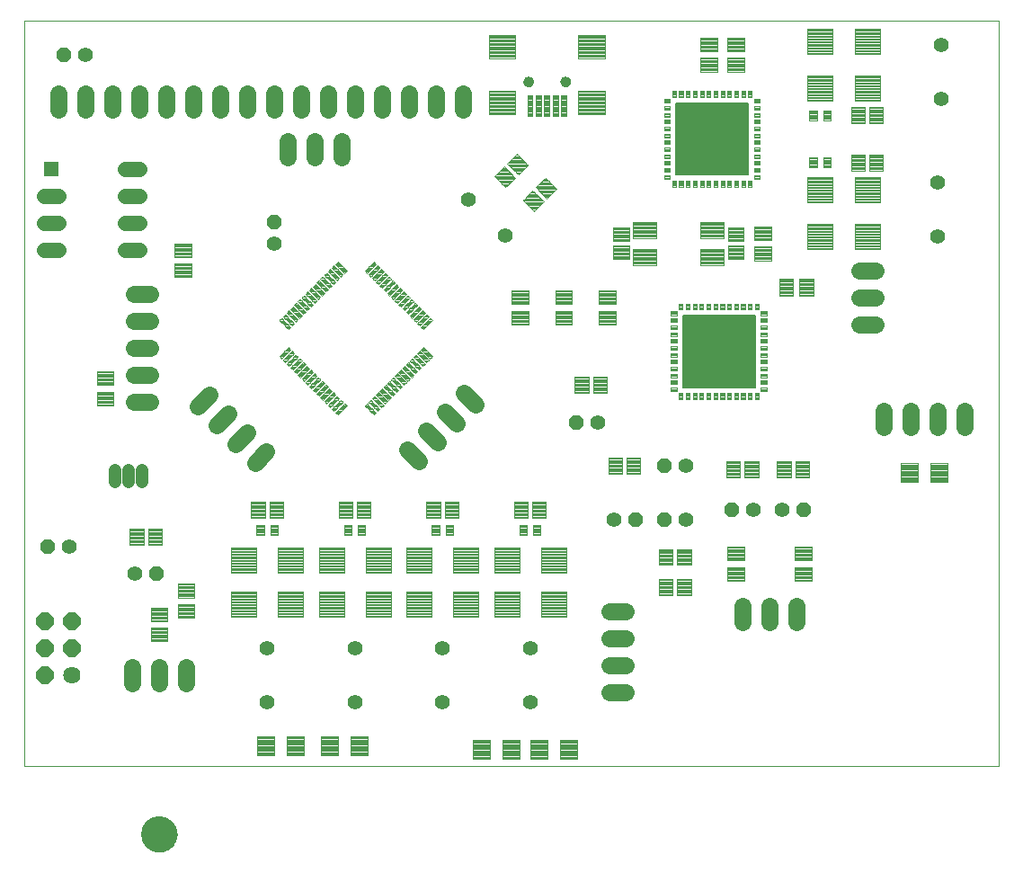
<source format=gts>
G75*
G70*
%OFA0B0*%
%FSLAX24Y24*%
%IPPOS*%
%LPD*%
%AMOC8*
5,1,8,0,0,1.08239X$1,22.5*
%
%ADD10C,0.0000*%
%ADD11C,0.0044*%
%ADD12C,0.0041*%
%ADD13C,0.0054*%
%ADD14C,0.0640*%
%ADD15C,0.1340*%
%ADD16OC8,0.0560*%
%ADD17C,0.0560*%
%ADD18C,0.0041*%
%ADD19C,0.0049*%
%ADD20C,0.0555*%
%ADD21C,0.0640*%
%ADD22OC8,0.0640*%
%ADD23C,0.0041*%
%ADD24C,0.0045*%
%ADD25C,0.0394*%
%ADD26C,0.0040*%
%ADD27R,0.0560X0.0560*%
%ADD28C,0.0560*%
%ADD29C,0.0040*%
%ADD30C,0.0476*%
D10*
X000786Y004283D02*
X000786Y031905D01*
X036906Y031905D01*
X036906Y004283D01*
X000786Y004283D01*
X005136Y001758D02*
X005138Y001808D01*
X005144Y001858D01*
X005154Y001908D01*
X005167Y001956D01*
X005184Y002004D01*
X005205Y002050D01*
X005229Y002094D01*
X005257Y002136D01*
X005288Y002176D01*
X005322Y002213D01*
X005359Y002248D01*
X005398Y002279D01*
X005439Y002308D01*
X005483Y002333D01*
X005529Y002355D01*
X005576Y002373D01*
X005624Y002387D01*
X005673Y002398D01*
X005723Y002405D01*
X005773Y002408D01*
X005824Y002407D01*
X005874Y002402D01*
X005924Y002393D01*
X005972Y002381D01*
X006020Y002364D01*
X006066Y002344D01*
X006111Y002321D01*
X006154Y002294D01*
X006194Y002264D01*
X006232Y002231D01*
X006267Y002195D01*
X006300Y002156D01*
X006329Y002115D01*
X006355Y002072D01*
X006378Y002027D01*
X006397Y001980D01*
X006412Y001932D01*
X006424Y001883D01*
X006432Y001833D01*
X006436Y001783D01*
X006436Y001733D01*
X006432Y001683D01*
X006424Y001633D01*
X006412Y001584D01*
X006397Y001536D01*
X006378Y001489D01*
X006355Y001444D01*
X006329Y001401D01*
X006300Y001360D01*
X006267Y001321D01*
X006232Y001285D01*
X006194Y001252D01*
X006154Y001222D01*
X006111Y001195D01*
X006066Y001172D01*
X006020Y001152D01*
X005972Y001135D01*
X005924Y001123D01*
X005874Y001114D01*
X005824Y001109D01*
X005773Y001108D01*
X005723Y001111D01*
X005673Y001118D01*
X005624Y001129D01*
X005576Y001143D01*
X005529Y001161D01*
X005483Y001183D01*
X005439Y001208D01*
X005398Y001237D01*
X005359Y001268D01*
X005322Y001303D01*
X005288Y001340D01*
X005257Y001380D01*
X005229Y001422D01*
X005205Y001466D01*
X005184Y001512D01*
X005167Y001560D01*
X005154Y001608D01*
X005144Y001658D01*
X005138Y001708D01*
X005136Y001758D01*
X019295Y029658D02*
X019297Y029684D01*
X019303Y029710D01*
X019313Y029735D01*
X019326Y029758D01*
X019342Y029778D01*
X019362Y029796D01*
X019384Y029811D01*
X019407Y029823D01*
X019433Y029831D01*
X019459Y029835D01*
X019485Y029835D01*
X019511Y029831D01*
X019537Y029823D01*
X019561Y029811D01*
X019582Y029796D01*
X019602Y029778D01*
X019618Y029758D01*
X019631Y029735D01*
X019641Y029710D01*
X019647Y029684D01*
X019649Y029658D01*
X019647Y029632D01*
X019641Y029606D01*
X019631Y029581D01*
X019618Y029558D01*
X019602Y029538D01*
X019582Y029520D01*
X019560Y029505D01*
X019537Y029493D01*
X019511Y029485D01*
X019485Y029481D01*
X019459Y029481D01*
X019433Y029485D01*
X019407Y029493D01*
X019383Y029505D01*
X019362Y029520D01*
X019342Y029538D01*
X019326Y029558D01*
X019313Y029581D01*
X019303Y029606D01*
X019297Y029632D01*
X019295Y029658D01*
X020673Y029658D02*
X020675Y029684D01*
X020681Y029710D01*
X020691Y029735D01*
X020704Y029758D01*
X020720Y029778D01*
X020740Y029796D01*
X020762Y029811D01*
X020785Y029823D01*
X020811Y029831D01*
X020837Y029835D01*
X020863Y029835D01*
X020889Y029831D01*
X020915Y029823D01*
X020939Y029811D01*
X020960Y029796D01*
X020980Y029778D01*
X020996Y029758D01*
X021009Y029735D01*
X021019Y029710D01*
X021025Y029684D01*
X021027Y029658D01*
X021025Y029632D01*
X021019Y029606D01*
X021009Y029581D01*
X020996Y029558D01*
X020980Y029538D01*
X020960Y029520D01*
X020938Y029505D01*
X020915Y029493D01*
X020889Y029485D01*
X020863Y029481D01*
X020837Y029481D01*
X020811Y029485D01*
X020785Y029493D01*
X020761Y029505D01*
X020740Y029520D01*
X020720Y029538D01*
X020704Y029558D01*
X020691Y029581D01*
X020681Y029606D01*
X020675Y029632D01*
X020673Y029658D01*
D11*
X019048Y026979D02*
X018689Y026620D01*
X019048Y026979D02*
X019461Y026566D01*
X019102Y026207D01*
X018689Y026620D01*
X019059Y026250D02*
X019145Y026250D01*
X019188Y026293D02*
X019016Y026293D01*
X018973Y026336D02*
X019231Y026336D01*
X019274Y026379D02*
X018930Y026379D01*
X018887Y026422D02*
X019317Y026422D01*
X019360Y026465D02*
X018844Y026465D01*
X018801Y026508D02*
X019403Y026508D01*
X019446Y026551D02*
X018758Y026551D01*
X018715Y026594D02*
X019433Y026594D01*
X019390Y026637D02*
X018706Y026637D01*
X018749Y026680D02*
X019347Y026680D01*
X019304Y026723D02*
X018792Y026723D01*
X018835Y026766D02*
X019261Y026766D01*
X019218Y026809D02*
X018878Y026809D01*
X018921Y026852D02*
X019175Y026852D01*
X019132Y026895D02*
X018964Y026895D01*
X019007Y026938D02*
X019089Y026938D01*
X018574Y026506D02*
X018215Y026147D01*
X018574Y026506D02*
X018987Y026093D01*
X018628Y025734D01*
X018215Y026147D01*
X018585Y025777D02*
X018671Y025777D01*
X018714Y025820D02*
X018542Y025820D01*
X018499Y025863D02*
X018757Y025863D01*
X018800Y025906D02*
X018456Y025906D01*
X018413Y025949D02*
X018843Y025949D01*
X018886Y025992D02*
X018370Y025992D01*
X018327Y026035D02*
X018929Y026035D01*
X018972Y026078D02*
X018284Y026078D01*
X018241Y026121D02*
X018959Y026121D01*
X018916Y026164D02*
X018232Y026164D01*
X018275Y026207D02*
X018873Y026207D01*
X018830Y026250D02*
X018318Y026250D01*
X018361Y026293D02*
X018787Y026293D01*
X018744Y026336D02*
X018404Y026336D01*
X018447Y026379D02*
X018701Y026379D01*
X018658Y026422D02*
X018490Y026422D01*
X018533Y026465D02*
X018615Y026465D01*
X019632Y025625D02*
X019273Y025266D01*
X019632Y025625D02*
X020045Y025212D01*
X019686Y024853D01*
X019273Y025266D01*
X019643Y024896D02*
X019729Y024896D01*
X019772Y024939D02*
X019600Y024939D01*
X019557Y024982D02*
X019815Y024982D01*
X019858Y025025D02*
X019514Y025025D01*
X019471Y025068D02*
X019901Y025068D01*
X019944Y025111D02*
X019428Y025111D01*
X019385Y025154D02*
X019987Y025154D01*
X020030Y025197D02*
X019342Y025197D01*
X019299Y025240D02*
X020017Y025240D01*
X019974Y025283D02*
X019290Y025283D01*
X019333Y025326D02*
X019931Y025326D01*
X019888Y025369D02*
X019376Y025369D01*
X019419Y025412D02*
X019845Y025412D01*
X019802Y025455D02*
X019462Y025455D01*
X019505Y025498D02*
X019759Y025498D01*
X019716Y025541D02*
X019548Y025541D01*
X019591Y025584D02*
X019673Y025584D01*
X019747Y025739D02*
X020106Y026098D01*
X020519Y025685D01*
X020160Y025326D01*
X019747Y025739D01*
X020117Y025369D02*
X020203Y025369D01*
X020246Y025412D02*
X020074Y025412D01*
X020031Y025455D02*
X020289Y025455D01*
X020332Y025498D02*
X019988Y025498D01*
X019945Y025541D02*
X020375Y025541D01*
X020418Y025584D02*
X019902Y025584D01*
X019859Y025627D02*
X020461Y025627D01*
X020504Y025670D02*
X019816Y025670D01*
X019773Y025713D02*
X020491Y025713D01*
X020448Y025756D02*
X019764Y025756D01*
X019807Y025799D02*
X020405Y025799D01*
X020362Y025842D02*
X019850Y025842D01*
X019893Y025885D02*
X020319Y025885D01*
X020276Y025928D02*
X019936Y025928D01*
X019979Y025971D02*
X020233Y025971D01*
X020190Y026014D02*
X020022Y026014D01*
X020065Y026057D02*
X020147Y026057D01*
X023204Y024247D02*
X023204Y023739D01*
X022618Y023739D01*
X022618Y024247D01*
X023204Y024247D01*
X023204Y023782D02*
X022618Y023782D01*
X022618Y023825D02*
X023204Y023825D01*
X023204Y023868D02*
X022618Y023868D01*
X022618Y023911D02*
X023204Y023911D01*
X023204Y023954D02*
X022618Y023954D01*
X022618Y023997D02*
X023204Y023997D01*
X023204Y024040D02*
X022618Y024040D01*
X022618Y024083D02*
X023204Y024083D01*
X023204Y024126D02*
X022618Y024126D01*
X022618Y024169D02*
X023204Y024169D01*
X023204Y024212D02*
X022618Y024212D01*
X023204Y023578D02*
X023204Y023070D01*
X022618Y023070D01*
X022618Y023578D01*
X023204Y023578D01*
X023204Y023113D02*
X022618Y023113D01*
X022618Y023156D02*
X023204Y023156D01*
X023204Y023199D02*
X022618Y023199D01*
X022618Y023242D02*
X023204Y023242D01*
X023204Y023285D02*
X022618Y023285D01*
X022618Y023328D02*
X023204Y023328D01*
X023204Y023371D02*
X022618Y023371D01*
X022618Y023414D02*
X023204Y023414D01*
X023204Y023457D02*
X022618Y023457D01*
X022618Y023500D02*
X023204Y023500D01*
X023204Y023543D02*
X022618Y023543D01*
X023355Y023451D02*
X024217Y023451D01*
X024217Y022865D01*
X023355Y022865D01*
X023355Y023451D01*
X023355Y022908D02*
X024217Y022908D01*
X024217Y022951D02*
X023355Y022951D01*
X023355Y022994D02*
X024217Y022994D01*
X024217Y023037D02*
X023355Y023037D01*
X023355Y023080D02*
X024217Y023080D01*
X024217Y023123D02*
X023355Y023123D01*
X023355Y023166D02*
X024217Y023166D01*
X024217Y023209D02*
X023355Y023209D01*
X023355Y023252D02*
X024217Y023252D01*
X024217Y023295D02*
X023355Y023295D01*
X023355Y023338D02*
X024217Y023338D01*
X024217Y023381D02*
X023355Y023381D01*
X023355Y023424D02*
X024217Y023424D01*
X024217Y024451D02*
X023355Y024451D01*
X024217Y024451D02*
X024217Y023865D01*
X023355Y023865D01*
X023355Y024451D01*
X023355Y023908D02*
X024217Y023908D01*
X024217Y023951D02*
X023355Y023951D01*
X023355Y023994D02*
X024217Y023994D01*
X024217Y024037D02*
X023355Y024037D01*
X023355Y024080D02*
X024217Y024080D01*
X024217Y024123D02*
X023355Y024123D01*
X023355Y024166D02*
X024217Y024166D01*
X024217Y024209D02*
X023355Y024209D01*
X023355Y024252D02*
X024217Y024252D01*
X024217Y024295D02*
X023355Y024295D01*
X023355Y024338D02*
X024217Y024338D01*
X024217Y024381D02*
X023355Y024381D01*
X023355Y024424D02*
X024217Y024424D01*
X025855Y024451D02*
X026717Y024451D01*
X026717Y023865D01*
X025855Y023865D01*
X025855Y024451D01*
X025855Y023908D02*
X026717Y023908D01*
X026717Y023951D02*
X025855Y023951D01*
X025855Y023994D02*
X026717Y023994D01*
X026717Y024037D02*
X025855Y024037D01*
X025855Y024080D02*
X026717Y024080D01*
X026717Y024123D02*
X025855Y024123D01*
X025855Y024166D02*
X026717Y024166D01*
X026717Y024209D02*
X025855Y024209D01*
X025855Y024252D02*
X026717Y024252D01*
X026717Y024295D02*
X025855Y024295D01*
X025855Y024338D02*
X026717Y024338D01*
X026717Y024381D02*
X025855Y024381D01*
X025855Y024424D02*
X026717Y024424D01*
X026868Y024247D02*
X026868Y023739D01*
X026868Y024247D02*
X027454Y024247D01*
X027454Y023739D01*
X026868Y023739D01*
X026868Y023782D02*
X027454Y023782D01*
X027454Y023825D02*
X026868Y023825D01*
X026868Y023868D02*
X027454Y023868D01*
X027454Y023911D02*
X026868Y023911D01*
X026868Y023954D02*
X027454Y023954D01*
X027454Y023997D02*
X026868Y023997D01*
X026868Y024040D02*
X027454Y024040D01*
X027454Y024083D02*
X026868Y024083D01*
X026868Y024126D02*
X027454Y024126D01*
X027454Y024169D02*
X026868Y024169D01*
X026868Y024212D02*
X027454Y024212D01*
X028474Y024286D02*
X028474Y023778D01*
X027848Y023778D01*
X027848Y024286D01*
X028474Y024286D01*
X028474Y023821D02*
X027848Y023821D01*
X027848Y023864D02*
X028474Y023864D01*
X028474Y023907D02*
X027848Y023907D01*
X027848Y023950D02*
X028474Y023950D01*
X028474Y023993D02*
X027848Y023993D01*
X027848Y024036D02*
X028474Y024036D01*
X028474Y024079D02*
X027848Y024079D01*
X027848Y024122D02*
X028474Y024122D01*
X028474Y024165D02*
X027848Y024165D01*
X027848Y024208D02*
X028474Y024208D01*
X028474Y024251D02*
X027848Y024251D01*
X028474Y023538D02*
X028474Y023030D01*
X027848Y023030D01*
X027848Y023538D01*
X028474Y023538D01*
X028474Y023073D02*
X027848Y023073D01*
X027848Y023116D02*
X028474Y023116D01*
X028474Y023159D02*
X027848Y023159D01*
X027848Y023202D02*
X028474Y023202D01*
X028474Y023245D02*
X027848Y023245D01*
X027848Y023288D02*
X028474Y023288D01*
X028474Y023331D02*
X027848Y023331D01*
X027848Y023374D02*
X028474Y023374D01*
X028474Y023417D02*
X027848Y023417D01*
X027848Y023460D02*
X028474Y023460D01*
X028474Y023503D02*
X027848Y023503D01*
X026868Y023578D02*
X026868Y023070D01*
X026868Y023578D02*
X027454Y023578D01*
X027454Y023070D01*
X026868Y023070D01*
X026868Y023113D02*
X027454Y023113D01*
X027454Y023156D02*
X026868Y023156D01*
X026868Y023199D02*
X027454Y023199D01*
X027454Y023242D02*
X026868Y023242D01*
X026868Y023285D02*
X027454Y023285D01*
X027454Y023328D02*
X026868Y023328D01*
X026868Y023371D02*
X027454Y023371D01*
X027454Y023414D02*
X026868Y023414D01*
X026868Y023457D02*
X027454Y023457D01*
X027454Y023500D02*
X026868Y023500D01*
X026868Y023543D02*
X027454Y023543D01*
X026717Y023451D02*
X025855Y023451D01*
X026717Y023451D02*
X026717Y022865D01*
X025855Y022865D01*
X025855Y023451D01*
X025855Y022908D02*
X026717Y022908D01*
X026717Y022951D02*
X025855Y022951D01*
X025855Y022994D02*
X026717Y022994D01*
X026717Y023037D02*
X025855Y023037D01*
X025855Y023080D02*
X026717Y023080D01*
X026717Y023123D02*
X025855Y023123D01*
X025855Y023166D02*
X026717Y023166D01*
X026717Y023209D02*
X025855Y023209D01*
X025855Y023252D02*
X026717Y023252D01*
X026717Y023295D02*
X025855Y023295D01*
X025855Y023338D02*
X026717Y023338D01*
X026717Y023381D02*
X025855Y023381D01*
X025855Y023424D02*
X026717Y023424D01*
X028783Y022346D02*
X029291Y022346D01*
X029291Y021720D01*
X028783Y021720D01*
X028783Y022346D01*
X028783Y021763D02*
X029291Y021763D01*
X029291Y021806D02*
X028783Y021806D01*
X028783Y021849D02*
X029291Y021849D01*
X029291Y021892D02*
X028783Y021892D01*
X028783Y021935D02*
X029291Y021935D01*
X029291Y021978D02*
X028783Y021978D01*
X028783Y022021D02*
X029291Y022021D01*
X029291Y022064D02*
X028783Y022064D01*
X028783Y022107D02*
X029291Y022107D01*
X029291Y022150D02*
X028783Y022150D01*
X028783Y022193D02*
X029291Y022193D01*
X029291Y022236D02*
X028783Y022236D01*
X028783Y022279D02*
X029291Y022279D01*
X029291Y022322D02*
X028783Y022322D01*
X029531Y022346D02*
X030039Y022346D01*
X030039Y021720D01*
X029531Y021720D01*
X029531Y022346D01*
X029531Y021763D02*
X030039Y021763D01*
X030039Y021806D02*
X029531Y021806D01*
X029531Y021849D02*
X030039Y021849D01*
X030039Y021892D02*
X029531Y021892D01*
X029531Y021935D02*
X030039Y021935D01*
X030039Y021978D02*
X029531Y021978D01*
X029531Y022021D02*
X030039Y022021D01*
X030039Y022064D02*
X029531Y022064D01*
X029531Y022107D02*
X030039Y022107D01*
X030039Y022150D02*
X029531Y022150D01*
X029531Y022193D02*
X030039Y022193D01*
X030039Y022236D02*
X029531Y022236D01*
X029531Y022279D02*
X030039Y022279D01*
X030039Y022322D02*
X029531Y022322D01*
X031447Y026951D02*
X031955Y026951D01*
X031955Y026365D01*
X031447Y026365D01*
X031447Y026951D01*
X031447Y026408D02*
X031955Y026408D01*
X031955Y026451D02*
X031447Y026451D01*
X031447Y026494D02*
X031955Y026494D01*
X031955Y026537D02*
X031447Y026537D01*
X031447Y026580D02*
X031955Y026580D01*
X031955Y026623D02*
X031447Y026623D01*
X031447Y026666D02*
X031955Y026666D01*
X031955Y026709D02*
X031447Y026709D01*
X031447Y026752D02*
X031955Y026752D01*
X031955Y026795D02*
X031447Y026795D01*
X031447Y026838D02*
X031955Y026838D01*
X031955Y026881D02*
X031447Y026881D01*
X031447Y026924D02*
X031955Y026924D01*
X032117Y026951D02*
X032625Y026951D01*
X032625Y026365D01*
X032117Y026365D01*
X032117Y026951D01*
X032117Y026408D02*
X032625Y026408D01*
X032625Y026451D02*
X032117Y026451D01*
X032117Y026494D02*
X032625Y026494D01*
X032625Y026537D02*
X032117Y026537D01*
X032117Y026580D02*
X032625Y026580D01*
X032625Y026623D02*
X032117Y026623D01*
X032117Y026666D02*
X032625Y026666D01*
X032625Y026709D02*
X032117Y026709D01*
X032117Y026752D02*
X032625Y026752D01*
X032625Y026795D02*
X032117Y026795D01*
X032117Y026838D02*
X032625Y026838D01*
X032625Y026881D02*
X032117Y026881D01*
X032117Y026924D02*
X032625Y026924D01*
X032625Y028115D02*
X032117Y028115D01*
X032117Y028701D01*
X032625Y028701D01*
X032625Y028115D01*
X032625Y028158D02*
X032117Y028158D01*
X032117Y028201D02*
X032625Y028201D01*
X032625Y028244D02*
X032117Y028244D01*
X032117Y028287D02*
X032625Y028287D01*
X032625Y028330D02*
X032117Y028330D01*
X032117Y028373D02*
X032625Y028373D01*
X032625Y028416D02*
X032117Y028416D01*
X032117Y028459D02*
X032625Y028459D01*
X032625Y028502D02*
X032117Y028502D01*
X032117Y028545D02*
X032625Y028545D01*
X032625Y028588D02*
X032117Y028588D01*
X032117Y028631D02*
X032625Y028631D01*
X032625Y028674D02*
X032117Y028674D01*
X031955Y028115D02*
X031447Y028115D01*
X031447Y028701D01*
X031955Y028701D01*
X031955Y028115D01*
X031955Y028158D02*
X031447Y028158D01*
X031447Y028201D02*
X031955Y028201D01*
X031955Y028244D02*
X031447Y028244D01*
X031447Y028287D02*
X031955Y028287D01*
X031955Y028330D02*
X031447Y028330D01*
X031447Y028373D02*
X031955Y028373D01*
X031955Y028416D02*
X031447Y028416D01*
X031447Y028459D02*
X031955Y028459D01*
X031955Y028502D02*
X031447Y028502D01*
X031447Y028545D02*
X031955Y028545D01*
X031955Y028588D02*
X031447Y028588D01*
X031447Y028631D02*
X031955Y028631D01*
X031955Y028674D02*
X031447Y028674D01*
X027474Y030030D02*
X027474Y030538D01*
X027474Y030030D02*
X026848Y030030D01*
X026848Y030538D01*
X027474Y030538D01*
X027474Y030073D02*
X026848Y030073D01*
X026848Y030116D02*
X027474Y030116D01*
X027474Y030159D02*
X026848Y030159D01*
X026848Y030202D02*
X027474Y030202D01*
X027474Y030245D02*
X026848Y030245D01*
X026848Y030288D02*
X027474Y030288D01*
X027474Y030331D02*
X026848Y030331D01*
X026848Y030374D02*
X027474Y030374D01*
X027474Y030417D02*
X026848Y030417D01*
X026848Y030460D02*
X027474Y030460D01*
X027474Y030503D02*
X026848Y030503D01*
X027474Y030778D02*
X027474Y031286D01*
X027474Y030778D02*
X026848Y030778D01*
X026848Y031286D01*
X027474Y031286D01*
X027474Y030821D02*
X026848Y030821D01*
X026848Y030864D02*
X027474Y030864D01*
X027474Y030907D02*
X026848Y030907D01*
X026848Y030950D02*
X027474Y030950D01*
X027474Y030993D02*
X026848Y030993D01*
X026848Y031036D02*
X027474Y031036D01*
X027474Y031079D02*
X026848Y031079D01*
X026848Y031122D02*
X027474Y031122D01*
X027474Y031165D02*
X026848Y031165D01*
X026848Y031208D02*
X027474Y031208D01*
X027474Y031251D02*
X026848Y031251D01*
X026474Y031286D02*
X026474Y030778D01*
X025848Y030778D01*
X025848Y031286D01*
X026474Y031286D01*
X026474Y030821D02*
X025848Y030821D01*
X025848Y030864D02*
X026474Y030864D01*
X026474Y030907D02*
X025848Y030907D01*
X025848Y030950D02*
X026474Y030950D01*
X026474Y030993D02*
X025848Y030993D01*
X025848Y031036D02*
X026474Y031036D01*
X026474Y031079D02*
X025848Y031079D01*
X025848Y031122D02*
X026474Y031122D01*
X026474Y031165D02*
X025848Y031165D01*
X025848Y031208D02*
X026474Y031208D01*
X026474Y031251D02*
X025848Y031251D01*
X026474Y030538D02*
X026474Y030030D01*
X025848Y030030D01*
X025848Y030538D01*
X026474Y030538D01*
X026474Y030073D02*
X025848Y030073D01*
X025848Y030116D02*
X026474Y030116D01*
X026474Y030159D02*
X025848Y030159D01*
X025848Y030202D02*
X026474Y030202D01*
X026474Y030245D02*
X025848Y030245D01*
X025848Y030288D02*
X026474Y030288D01*
X026474Y030331D02*
X025848Y030331D01*
X025848Y030374D02*
X026474Y030374D01*
X026474Y030417D02*
X025848Y030417D01*
X025848Y030460D02*
X026474Y030460D01*
X026474Y030503D02*
X025848Y030503D01*
X022724Y021911D02*
X022724Y021403D01*
X022098Y021403D01*
X022098Y021911D01*
X022724Y021911D01*
X022724Y021446D02*
X022098Y021446D01*
X022098Y021489D02*
X022724Y021489D01*
X022724Y021532D02*
X022098Y021532D01*
X022098Y021575D02*
X022724Y021575D01*
X022724Y021618D02*
X022098Y021618D01*
X022098Y021661D02*
X022724Y021661D01*
X022724Y021704D02*
X022098Y021704D01*
X022098Y021747D02*
X022724Y021747D01*
X022724Y021790D02*
X022098Y021790D01*
X022098Y021833D02*
X022724Y021833D01*
X022724Y021876D02*
X022098Y021876D01*
X022724Y021163D02*
X022724Y020655D01*
X022098Y020655D01*
X022098Y021163D01*
X022724Y021163D01*
X022724Y020698D02*
X022098Y020698D01*
X022098Y020741D02*
X022724Y020741D01*
X022724Y020784D02*
X022098Y020784D01*
X022098Y020827D02*
X022724Y020827D01*
X022724Y020870D02*
X022098Y020870D01*
X022098Y020913D02*
X022724Y020913D01*
X022724Y020956D02*
X022098Y020956D01*
X022098Y020999D02*
X022724Y020999D01*
X022724Y021042D02*
X022098Y021042D01*
X022098Y021085D02*
X022724Y021085D01*
X022724Y021128D02*
X022098Y021128D01*
X021099Y021163D02*
X021099Y020655D01*
X020473Y020655D01*
X020473Y021163D01*
X021099Y021163D01*
X021099Y020698D02*
X020473Y020698D01*
X020473Y020741D02*
X021099Y020741D01*
X021099Y020784D02*
X020473Y020784D01*
X020473Y020827D02*
X021099Y020827D01*
X021099Y020870D02*
X020473Y020870D01*
X020473Y020913D02*
X021099Y020913D01*
X021099Y020956D02*
X020473Y020956D01*
X020473Y020999D02*
X021099Y020999D01*
X021099Y021042D02*
X020473Y021042D01*
X020473Y021085D02*
X021099Y021085D01*
X021099Y021128D02*
X020473Y021128D01*
X021099Y021403D02*
X021099Y021911D01*
X021099Y021403D02*
X020473Y021403D01*
X020473Y021911D01*
X021099Y021911D01*
X021099Y021446D02*
X020473Y021446D01*
X020473Y021489D02*
X021099Y021489D01*
X021099Y021532D02*
X020473Y021532D01*
X020473Y021575D02*
X021099Y021575D01*
X021099Y021618D02*
X020473Y021618D01*
X020473Y021661D02*
X021099Y021661D01*
X021099Y021704D02*
X020473Y021704D01*
X020473Y021747D02*
X021099Y021747D01*
X021099Y021790D02*
X020473Y021790D01*
X020473Y021833D02*
X021099Y021833D01*
X021099Y021876D02*
X020473Y021876D01*
X019474Y021911D02*
X019474Y021403D01*
X018848Y021403D01*
X018848Y021911D01*
X019474Y021911D01*
X019474Y021446D02*
X018848Y021446D01*
X018848Y021489D02*
X019474Y021489D01*
X019474Y021532D02*
X018848Y021532D01*
X018848Y021575D02*
X019474Y021575D01*
X019474Y021618D02*
X018848Y021618D01*
X018848Y021661D02*
X019474Y021661D01*
X019474Y021704D02*
X018848Y021704D01*
X018848Y021747D02*
X019474Y021747D01*
X019474Y021790D02*
X018848Y021790D01*
X018848Y021833D02*
X019474Y021833D01*
X019474Y021876D02*
X018848Y021876D01*
X019474Y021163D02*
X019474Y020655D01*
X018848Y020655D01*
X018848Y021163D01*
X019474Y021163D01*
X019474Y020698D02*
X018848Y020698D01*
X018848Y020741D02*
X019474Y020741D01*
X019474Y020784D02*
X018848Y020784D01*
X018848Y020827D02*
X019474Y020827D01*
X019474Y020870D02*
X018848Y020870D01*
X018848Y020913D02*
X019474Y020913D01*
X019474Y020956D02*
X018848Y020956D01*
X018848Y020999D02*
X019474Y020999D01*
X019474Y021042D02*
X018848Y021042D01*
X018848Y021085D02*
X019474Y021085D01*
X019474Y021128D02*
X018848Y021128D01*
X021197Y018701D02*
X021705Y018701D01*
X021705Y018115D01*
X021197Y018115D01*
X021197Y018701D01*
X021197Y018158D02*
X021705Y018158D01*
X021705Y018201D02*
X021197Y018201D01*
X021197Y018244D02*
X021705Y018244D01*
X021705Y018287D02*
X021197Y018287D01*
X021197Y018330D02*
X021705Y018330D01*
X021705Y018373D02*
X021197Y018373D01*
X021197Y018416D02*
X021705Y018416D01*
X021705Y018459D02*
X021197Y018459D01*
X021197Y018502D02*
X021705Y018502D01*
X021705Y018545D02*
X021197Y018545D01*
X021197Y018588D02*
X021705Y018588D01*
X021705Y018631D02*
X021197Y018631D01*
X021197Y018674D02*
X021705Y018674D01*
X021867Y018701D02*
X022375Y018701D01*
X022375Y018115D01*
X021867Y018115D01*
X021867Y018701D01*
X021867Y018158D02*
X022375Y018158D01*
X022375Y018201D02*
X021867Y018201D01*
X021867Y018244D02*
X022375Y018244D01*
X022375Y018287D02*
X021867Y018287D01*
X021867Y018330D02*
X022375Y018330D01*
X022375Y018373D02*
X021867Y018373D01*
X021867Y018416D02*
X022375Y018416D01*
X022375Y018459D02*
X021867Y018459D01*
X021867Y018502D02*
X022375Y018502D01*
X022375Y018545D02*
X021867Y018545D01*
X021867Y018588D02*
X022375Y018588D01*
X022375Y018631D02*
X021867Y018631D01*
X021867Y018674D02*
X022375Y018674D01*
X022447Y015701D02*
X022955Y015701D01*
X022955Y015115D01*
X022447Y015115D01*
X022447Y015701D01*
X022447Y015158D02*
X022955Y015158D01*
X022955Y015201D02*
X022447Y015201D01*
X022447Y015244D02*
X022955Y015244D01*
X022955Y015287D02*
X022447Y015287D01*
X022447Y015330D02*
X022955Y015330D01*
X022955Y015373D02*
X022447Y015373D01*
X022447Y015416D02*
X022955Y015416D01*
X022955Y015459D02*
X022447Y015459D01*
X022447Y015502D02*
X022955Y015502D01*
X022955Y015545D02*
X022447Y015545D01*
X022447Y015588D02*
X022955Y015588D01*
X022955Y015631D02*
X022447Y015631D01*
X022447Y015674D02*
X022955Y015674D01*
X023117Y015701D02*
X023625Y015701D01*
X023625Y015115D01*
X023117Y015115D01*
X023117Y015701D01*
X023117Y015158D02*
X023625Y015158D01*
X023625Y015201D02*
X023117Y015201D01*
X023117Y015244D02*
X023625Y015244D01*
X023625Y015287D02*
X023117Y015287D01*
X023117Y015330D02*
X023625Y015330D01*
X023625Y015373D02*
X023117Y015373D01*
X023117Y015416D02*
X023625Y015416D01*
X023625Y015459D02*
X023117Y015459D01*
X023117Y015502D02*
X023625Y015502D01*
X023625Y015545D02*
X023117Y015545D01*
X023117Y015588D02*
X023625Y015588D01*
X023625Y015631D02*
X023117Y015631D01*
X023117Y015674D02*
X023625Y015674D01*
X026822Y014990D02*
X027330Y014990D01*
X026822Y014990D02*
X026822Y015576D01*
X027330Y015576D01*
X027330Y014990D01*
X027330Y015033D02*
X026822Y015033D01*
X026822Y015076D02*
X027330Y015076D01*
X027330Y015119D02*
X026822Y015119D01*
X026822Y015162D02*
X027330Y015162D01*
X027330Y015205D02*
X026822Y015205D01*
X026822Y015248D02*
X027330Y015248D01*
X027330Y015291D02*
X026822Y015291D01*
X026822Y015334D02*
X027330Y015334D01*
X027330Y015377D02*
X026822Y015377D01*
X026822Y015420D02*
X027330Y015420D01*
X027330Y015463D02*
X026822Y015463D01*
X026822Y015506D02*
X027330Y015506D01*
X027330Y015549D02*
X026822Y015549D01*
X027492Y014990D02*
X028000Y014990D01*
X027492Y014990D02*
X027492Y015576D01*
X028000Y015576D01*
X028000Y014990D01*
X028000Y015033D02*
X027492Y015033D01*
X027492Y015076D02*
X028000Y015076D01*
X028000Y015119D02*
X027492Y015119D01*
X027492Y015162D02*
X028000Y015162D01*
X028000Y015205D02*
X027492Y015205D01*
X027492Y015248D02*
X028000Y015248D01*
X028000Y015291D02*
X027492Y015291D01*
X027492Y015334D02*
X028000Y015334D01*
X028000Y015377D02*
X027492Y015377D01*
X027492Y015420D02*
X028000Y015420D01*
X028000Y015463D02*
X027492Y015463D01*
X027492Y015506D02*
X028000Y015506D01*
X028000Y015549D02*
X027492Y015549D01*
X028697Y015576D02*
X029205Y015576D01*
X029205Y014990D01*
X028697Y014990D01*
X028697Y015576D01*
X028697Y015033D02*
X029205Y015033D01*
X029205Y015076D02*
X028697Y015076D01*
X028697Y015119D02*
X029205Y015119D01*
X029205Y015162D02*
X028697Y015162D01*
X028697Y015205D02*
X029205Y015205D01*
X029205Y015248D02*
X028697Y015248D01*
X028697Y015291D02*
X029205Y015291D01*
X029205Y015334D02*
X028697Y015334D01*
X028697Y015377D02*
X029205Y015377D01*
X029205Y015420D02*
X028697Y015420D01*
X028697Y015463D02*
X029205Y015463D01*
X029205Y015506D02*
X028697Y015506D01*
X028697Y015549D02*
X029205Y015549D01*
X029367Y015576D02*
X029875Y015576D01*
X029875Y014990D01*
X029367Y014990D01*
X029367Y015576D01*
X029367Y015033D02*
X029875Y015033D01*
X029875Y015076D02*
X029367Y015076D01*
X029367Y015119D02*
X029875Y015119D01*
X029875Y015162D02*
X029367Y015162D01*
X029367Y015205D02*
X029875Y015205D01*
X029875Y015248D02*
X029367Y015248D01*
X029367Y015291D02*
X029875Y015291D01*
X029875Y015334D02*
X029367Y015334D01*
X029367Y015377D02*
X029875Y015377D01*
X029875Y015420D02*
X029367Y015420D01*
X029367Y015463D02*
X029875Y015463D01*
X029875Y015506D02*
X029367Y015506D01*
X029367Y015549D02*
X029875Y015549D01*
X029348Y012411D02*
X029348Y011903D01*
X029348Y012411D02*
X029974Y012411D01*
X029974Y011903D01*
X029348Y011903D01*
X029348Y011946D02*
X029974Y011946D01*
X029974Y011989D02*
X029348Y011989D01*
X029348Y012032D02*
X029974Y012032D01*
X029974Y012075D02*
X029348Y012075D01*
X029348Y012118D02*
X029974Y012118D01*
X029974Y012161D02*
X029348Y012161D01*
X029348Y012204D02*
X029974Y012204D01*
X029974Y012247D02*
X029348Y012247D01*
X029348Y012290D02*
X029974Y012290D01*
X029974Y012333D02*
X029348Y012333D01*
X029348Y012376D02*
X029974Y012376D01*
X029348Y011663D02*
X029348Y011155D01*
X029348Y011663D02*
X029974Y011663D01*
X029974Y011155D01*
X029348Y011155D01*
X029348Y011198D02*
X029974Y011198D01*
X029974Y011241D02*
X029348Y011241D01*
X029348Y011284D02*
X029974Y011284D01*
X029974Y011327D02*
X029348Y011327D01*
X029348Y011370D02*
X029974Y011370D01*
X029974Y011413D02*
X029348Y011413D01*
X029348Y011456D02*
X029974Y011456D01*
X029974Y011499D02*
X029348Y011499D01*
X029348Y011542D02*
X029974Y011542D01*
X029974Y011585D02*
X029348Y011585D01*
X029348Y011628D02*
X029974Y011628D01*
X026848Y011663D02*
X026848Y011155D01*
X026848Y011663D02*
X027474Y011663D01*
X027474Y011155D01*
X026848Y011155D01*
X026848Y011198D02*
X027474Y011198D01*
X027474Y011241D02*
X026848Y011241D01*
X026848Y011284D02*
X027474Y011284D01*
X027474Y011327D02*
X026848Y011327D01*
X026848Y011370D02*
X027474Y011370D01*
X027474Y011413D02*
X026848Y011413D01*
X026848Y011456D02*
X027474Y011456D01*
X027474Y011499D02*
X026848Y011499D01*
X026848Y011542D02*
X027474Y011542D01*
X027474Y011585D02*
X026848Y011585D01*
X026848Y011628D02*
X027474Y011628D01*
X026848Y011903D02*
X026848Y012411D01*
X027474Y012411D01*
X027474Y011903D01*
X026848Y011903D01*
X026848Y011946D02*
X027474Y011946D01*
X027474Y011989D02*
X026848Y011989D01*
X026848Y012032D02*
X027474Y012032D01*
X027474Y012075D02*
X026848Y012075D01*
X026848Y012118D02*
X027474Y012118D01*
X027474Y012161D02*
X026848Y012161D01*
X026848Y012204D02*
X027474Y012204D01*
X027474Y012247D02*
X026848Y012247D01*
X026848Y012290D02*
X027474Y012290D01*
X027474Y012333D02*
X026848Y012333D01*
X026848Y012376D02*
X027474Y012376D01*
X025500Y012326D02*
X024992Y012326D01*
X025500Y012326D02*
X025500Y011740D01*
X024992Y011740D01*
X024992Y012326D01*
X024992Y011783D02*
X025500Y011783D01*
X025500Y011826D02*
X024992Y011826D01*
X024992Y011869D02*
X025500Y011869D01*
X025500Y011912D02*
X024992Y011912D01*
X024992Y011955D02*
X025500Y011955D01*
X025500Y011998D02*
X024992Y011998D01*
X024992Y012041D02*
X025500Y012041D01*
X025500Y012084D02*
X024992Y012084D01*
X024992Y012127D02*
X025500Y012127D01*
X025500Y012170D02*
X024992Y012170D01*
X024992Y012213D02*
X025500Y012213D01*
X025500Y012256D02*
X024992Y012256D01*
X024992Y012299D02*
X025500Y012299D01*
X024830Y012326D02*
X024322Y012326D01*
X024830Y012326D02*
X024830Y011740D01*
X024322Y011740D01*
X024322Y012326D01*
X024322Y011783D02*
X024830Y011783D01*
X024830Y011826D02*
X024322Y011826D01*
X024322Y011869D02*
X024830Y011869D01*
X024830Y011912D02*
X024322Y011912D01*
X024322Y011955D02*
X024830Y011955D01*
X024830Y011998D02*
X024322Y011998D01*
X024322Y012041D02*
X024830Y012041D01*
X024830Y012084D02*
X024322Y012084D01*
X024322Y012127D02*
X024830Y012127D01*
X024830Y012170D02*
X024322Y012170D01*
X024322Y012213D02*
X024830Y012213D01*
X024830Y012256D02*
X024322Y012256D01*
X024322Y012299D02*
X024830Y012299D01*
X024830Y011201D02*
X024322Y011201D01*
X024830Y011201D02*
X024830Y010615D01*
X024322Y010615D01*
X024322Y011201D01*
X024322Y010658D02*
X024830Y010658D01*
X024830Y010701D02*
X024322Y010701D01*
X024322Y010744D02*
X024830Y010744D01*
X024830Y010787D02*
X024322Y010787D01*
X024322Y010830D02*
X024830Y010830D01*
X024830Y010873D02*
X024322Y010873D01*
X024322Y010916D02*
X024830Y010916D01*
X024830Y010959D02*
X024322Y010959D01*
X024322Y011002D02*
X024830Y011002D01*
X024830Y011045D02*
X024322Y011045D01*
X024322Y011088D02*
X024830Y011088D01*
X024830Y011131D02*
X024322Y011131D01*
X024322Y011174D02*
X024830Y011174D01*
X024992Y011201D02*
X025500Y011201D01*
X025500Y010615D01*
X024992Y010615D01*
X024992Y011201D01*
X024992Y010658D02*
X025500Y010658D01*
X025500Y010701D02*
X024992Y010701D01*
X024992Y010744D02*
X025500Y010744D01*
X025500Y010787D02*
X024992Y010787D01*
X024992Y010830D02*
X025500Y010830D01*
X025500Y010873D02*
X024992Y010873D01*
X024992Y010916D02*
X025500Y010916D01*
X025500Y010959D02*
X024992Y010959D01*
X024992Y011002D02*
X025500Y011002D01*
X025500Y011045D02*
X024992Y011045D01*
X024992Y011088D02*
X025500Y011088D01*
X025500Y011131D02*
X024992Y011131D01*
X024992Y011174D02*
X025500Y011174D01*
X020125Y013490D02*
X019617Y013490D01*
X019617Y014076D01*
X020125Y014076D01*
X020125Y013490D01*
X020125Y013533D02*
X019617Y013533D01*
X019617Y013576D02*
X020125Y013576D01*
X020125Y013619D02*
X019617Y013619D01*
X019617Y013662D02*
X020125Y013662D01*
X020125Y013705D02*
X019617Y013705D01*
X019617Y013748D02*
X020125Y013748D01*
X020125Y013791D02*
X019617Y013791D01*
X019617Y013834D02*
X020125Y013834D01*
X020125Y013877D02*
X019617Y013877D01*
X019617Y013920D02*
X020125Y013920D01*
X020125Y013963D02*
X019617Y013963D01*
X019617Y014006D02*
X020125Y014006D01*
X020125Y014049D02*
X019617Y014049D01*
X019455Y013490D02*
X018947Y013490D01*
X018947Y014076D01*
X019455Y014076D01*
X019455Y013490D01*
X019455Y013533D02*
X018947Y013533D01*
X018947Y013576D02*
X019455Y013576D01*
X019455Y013619D02*
X018947Y013619D01*
X018947Y013662D02*
X019455Y013662D01*
X019455Y013705D02*
X018947Y013705D01*
X018947Y013748D02*
X019455Y013748D01*
X019455Y013791D02*
X018947Y013791D01*
X018947Y013834D02*
X019455Y013834D01*
X019455Y013877D02*
X018947Y013877D01*
X018947Y013920D02*
X019455Y013920D01*
X019455Y013963D02*
X018947Y013963D01*
X018947Y014006D02*
X019455Y014006D01*
X019455Y014049D02*
X018947Y014049D01*
X016875Y013490D02*
X016367Y013490D01*
X016367Y014076D01*
X016875Y014076D01*
X016875Y013490D01*
X016875Y013533D02*
X016367Y013533D01*
X016367Y013576D02*
X016875Y013576D01*
X016875Y013619D02*
X016367Y013619D01*
X016367Y013662D02*
X016875Y013662D01*
X016875Y013705D02*
X016367Y013705D01*
X016367Y013748D02*
X016875Y013748D01*
X016875Y013791D02*
X016367Y013791D01*
X016367Y013834D02*
X016875Y013834D01*
X016875Y013877D02*
X016367Y013877D01*
X016367Y013920D02*
X016875Y013920D01*
X016875Y013963D02*
X016367Y013963D01*
X016367Y014006D02*
X016875Y014006D01*
X016875Y014049D02*
X016367Y014049D01*
X016205Y013490D02*
X015697Y013490D01*
X015697Y014076D01*
X016205Y014076D01*
X016205Y013490D01*
X016205Y013533D02*
X015697Y013533D01*
X015697Y013576D02*
X016205Y013576D01*
X016205Y013619D02*
X015697Y013619D01*
X015697Y013662D02*
X016205Y013662D01*
X016205Y013705D02*
X015697Y013705D01*
X015697Y013748D02*
X016205Y013748D01*
X016205Y013791D02*
X015697Y013791D01*
X015697Y013834D02*
X016205Y013834D01*
X016205Y013877D02*
X015697Y013877D01*
X015697Y013920D02*
X016205Y013920D01*
X016205Y013963D02*
X015697Y013963D01*
X015697Y014006D02*
X016205Y014006D01*
X016205Y014049D02*
X015697Y014049D01*
X013625Y014076D02*
X013117Y014076D01*
X013625Y014076D02*
X013625Y013490D01*
X013117Y013490D01*
X013117Y014076D01*
X013117Y013533D02*
X013625Y013533D01*
X013625Y013576D02*
X013117Y013576D01*
X013117Y013619D02*
X013625Y013619D01*
X013625Y013662D02*
X013117Y013662D01*
X013117Y013705D02*
X013625Y013705D01*
X013625Y013748D02*
X013117Y013748D01*
X013117Y013791D02*
X013625Y013791D01*
X013625Y013834D02*
X013117Y013834D01*
X013117Y013877D02*
X013625Y013877D01*
X013625Y013920D02*
X013117Y013920D01*
X013117Y013963D02*
X013625Y013963D01*
X013625Y014006D02*
X013117Y014006D01*
X013117Y014049D02*
X013625Y014049D01*
X012955Y014076D02*
X012447Y014076D01*
X012955Y014076D02*
X012955Y013490D01*
X012447Y013490D01*
X012447Y014076D01*
X012447Y013533D02*
X012955Y013533D01*
X012955Y013576D02*
X012447Y013576D01*
X012447Y013619D02*
X012955Y013619D01*
X012955Y013662D02*
X012447Y013662D01*
X012447Y013705D02*
X012955Y013705D01*
X012955Y013748D02*
X012447Y013748D01*
X012447Y013791D02*
X012955Y013791D01*
X012955Y013834D02*
X012447Y013834D01*
X012447Y013877D02*
X012955Y013877D01*
X012955Y013920D02*
X012447Y013920D01*
X012447Y013963D02*
X012955Y013963D01*
X012955Y014006D02*
X012447Y014006D01*
X012447Y014049D02*
X012955Y014049D01*
X010375Y014076D02*
X009867Y014076D01*
X010375Y014076D02*
X010375Y013490D01*
X009867Y013490D01*
X009867Y014076D01*
X009867Y013533D02*
X010375Y013533D01*
X010375Y013576D02*
X009867Y013576D01*
X009867Y013619D02*
X010375Y013619D01*
X010375Y013662D02*
X009867Y013662D01*
X009867Y013705D02*
X010375Y013705D01*
X010375Y013748D02*
X009867Y013748D01*
X009867Y013791D02*
X010375Y013791D01*
X010375Y013834D02*
X009867Y013834D01*
X009867Y013877D02*
X010375Y013877D01*
X010375Y013920D02*
X009867Y013920D01*
X009867Y013963D02*
X010375Y013963D01*
X010375Y014006D02*
X009867Y014006D01*
X009867Y014049D02*
X010375Y014049D01*
X009705Y014076D02*
X009197Y014076D01*
X009705Y014076D02*
X009705Y013490D01*
X009197Y013490D01*
X009197Y014076D01*
X009197Y013533D02*
X009705Y013533D01*
X009705Y013576D02*
X009197Y013576D01*
X009197Y013619D02*
X009705Y013619D01*
X009705Y013662D02*
X009197Y013662D01*
X009197Y013705D02*
X009705Y013705D01*
X009705Y013748D02*
X009197Y013748D01*
X009197Y013791D02*
X009705Y013791D01*
X009705Y013834D02*
X009197Y013834D01*
X009197Y013877D02*
X009705Y013877D01*
X009705Y013920D02*
X009197Y013920D01*
X009197Y013963D02*
X009705Y013963D01*
X009705Y014006D02*
X009197Y014006D01*
X009197Y014049D02*
X009705Y014049D01*
X006473Y011036D02*
X006473Y010528D01*
X006473Y011036D02*
X007099Y011036D01*
X007099Y010528D01*
X006473Y010528D01*
X006473Y010571D02*
X007099Y010571D01*
X007099Y010614D02*
X006473Y010614D01*
X006473Y010657D02*
X007099Y010657D01*
X007099Y010700D02*
X006473Y010700D01*
X006473Y010743D02*
X007099Y010743D01*
X007099Y010786D02*
X006473Y010786D01*
X006473Y010829D02*
X007099Y010829D01*
X007099Y010872D02*
X006473Y010872D01*
X006473Y010915D02*
X007099Y010915D01*
X007099Y010958D02*
X006473Y010958D01*
X006473Y011001D02*
X007099Y011001D01*
X006473Y010288D02*
X006473Y009780D01*
X006473Y010288D02*
X007099Y010288D01*
X007099Y009780D01*
X006473Y009780D01*
X006473Y009823D02*
X007099Y009823D01*
X007099Y009866D02*
X006473Y009866D01*
X006473Y009909D02*
X007099Y009909D01*
X007099Y009952D02*
X006473Y009952D01*
X006473Y009995D02*
X007099Y009995D01*
X007099Y010038D02*
X006473Y010038D01*
X006473Y010081D02*
X007099Y010081D01*
X007099Y010124D02*
X006473Y010124D01*
X006473Y010167D02*
X007099Y010167D01*
X007099Y010210D02*
X006473Y010210D01*
X006473Y010253D02*
X007099Y010253D01*
X005473Y010161D02*
X005473Y009653D01*
X005473Y010161D02*
X006099Y010161D01*
X006099Y009653D01*
X005473Y009653D01*
X005473Y009696D02*
X006099Y009696D01*
X006099Y009739D02*
X005473Y009739D01*
X005473Y009782D02*
X006099Y009782D01*
X006099Y009825D02*
X005473Y009825D01*
X005473Y009868D02*
X006099Y009868D01*
X006099Y009911D02*
X005473Y009911D01*
X005473Y009954D02*
X006099Y009954D01*
X006099Y009997D02*
X005473Y009997D01*
X005473Y010040D02*
X006099Y010040D01*
X006099Y010083D02*
X005473Y010083D01*
X005473Y010126D02*
X006099Y010126D01*
X005473Y009413D02*
X005473Y008905D01*
X005473Y009413D02*
X006099Y009413D01*
X006099Y008905D01*
X005473Y008905D01*
X005473Y008948D02*
X006099Y008948D01*
X006099Y008991D02*
X005473Y008991D01*
X005473Y009034D02*
X006099Y009034D01*
X006099Y009077D02*
X005473Y009077D01*
X005473Y009120D02*
X006099Y009120D01*
X006099Y009163D02*
X005473Y009163D01*
X005473Y009206D02*
X006099Y009206D01*
X006099Y009249D02*
X005473Y009249D01*
X005473Y009292D02*
X006099Y009292D01*
X006099Y009335D02*
X005473Y009335D01*
X005473Y009378D02*
X006099Y009378D01*
X005875Y012490D02*
X005367Y012490D01*
X005367Y013076D01*
X005875Y013076D01*
X005875Y012490D01*
X005875Y012533D02*
X005367Y012533D01*
X005367Y012576D02*
X005875Y012576D01*
X005875Y012619D02*
X005367Y012619D01*
X005367Y012662D02*
X005875Y012662D01*
X005875Y012705D02*
X005367Y012705D01*
X005367Y012748D02*
X005875Y012748D01*
X005875Y012791D02*
X005367Y012791D01*
X005367Y012834D02*
X005875Y012834D01*
X005875Y012877D02*
X005367Y012877D01*
X005367Y012920D02*
X005875Y012920D01*
X005875Y012963D02*
X005367Y012963D01*
X005367Y013006D02*
X005875Y013006D01*
X005875Y013049D02*
X005367Y013049D01*
X005205Y012490D02*
X004697Y012490D01*
X004697Y013076D01*
X005205Y013076D01*
X005205Y012490D01*
X005205Y012533D02*
X004697Y012533D01*
X004697Y012576D02*
X005205Y012576D01*
X005205Y012619D02*
X004697Y012619D01*
X004697Y012662D02*
X005205Y012662D01*
X005205Y012705D02*
X004697Y012705D01*
X004697Y012748D02*
X005205Y012748D01*
X005205Y012791D02*
X004697Y012791D01*
X004697Y012834D02*
X005205Y012834D01*
X005205Y012877D02*
X004697Y012877D01*
X004697Y012920D02*
X005205Y012920D01*
X005205Y012963D02*
X004697Y012963D01*
X004697Y013006D02*
X005205Y013006D01*
X005205Y013049D02*
X004697Y013049D01*
X004099Y017655D02*
X004099Y018163D01*
X004099Y017655D02*
X003473Y017655D01*
X003473Y018163D01*
X004099Y018163D01*
X004099Y017698D02*
X003473Y017698D01*
X003473Y017741D02*
X004099Y017741D01*
X004099Y017784D02*
X003473Y017784D01*
X003473Y017827D02*
X004099Y017827D01*
X004099Y017870D02*
X003473Y017870D01*
X003473Y017913D02*
X004099Y017913D01*
X004099Y017956D02*
X003473Y017956D01*
X003473Y017999D02*
X004099Y017999D01*
X004099Y018042D02*
X003473Y018042D01*
X003473Y018085D02*
X004099Y018085D01*
X004099Y018128D02*
X003473Y018128D01*
X004099Y018403D02*
X004099Y018911D01*
X004099Y018403D02*
X003473Y018403D01*
X003473Y018911D01*
X004099Y018911D01*
X004099Y018446D02*
X003473Y018446D01*
X003473Y018489D02*
X004099Y018489D01*
X004099Y018532D02*
X003473Y018532D01*
X003473Y018575D02*
X004099Y018575D01*
X004099Y018618D02*
X003473Y018618D01*
X003473Y018661D02*
X004099Y018661D01*
X004099Y018704D02*
X003473Y018704D01*
X003473Y018747D02*
X004099Y018747D01*
X004099Y018790D02*
X003473Y018790D01*
X003473Y018833D02*
X004099Y018833D01*
X004099Y018876D02*
X003473Y018876D01*
X006348Y022405D02*
X006348Y022913D01*
X006974Y022913D01*
X006974Y022405D01*
X006348Y022405D01*
X006348Y022448D02*
X006974Y022448D01*
X006974Y022491D02*
X006348Y022491D01*
X006348Y022534D02*
X006974Y022534D01*
X006974Y022577D02*
X006348Y022577D01*
X006348Y022620D02*
X006974Y022620D01*
X006974Y022663D02*
X006348Y022663D01*
X006348Y022706D02*
X006974Y022706D01*
X006974Y022749D02*
X006348Y022749D01*
X006348Y022792D02*
X006974Y022792D01*
X006974Y022835D02*
X006348Y022835D01*
X006348Y022878D02*
X006974Y022878D01*
X006348Y023153D02*
X006348Y023661D01*
X006974Y023661D01*
X006974Y023153D01*
X006348Y023153D01*
X006348Y023196D02*
X006974Y023196D01*
X006974Y023239D02*
X006348Y023239D01*
X006348Y023282D02*
X006974Y023282D01*
X006974Y023325D02*
X006348Y023325D01*
X006348Y023368D02*
X006974Y023368D01*
X006974Y023411D02*
X006348Y023411D01*
X006348Y023454D02*
X006974Y023454D01*
X006974Y023497D02*
X006348Y023497D01*
X006348Y023540D02*
X006974Y023540D01*
X006974Y023583D02*
X006348Y023583D01*
X006348Y023626D02*
X006974Y023626D01*
D12*
X024515Y026195D02*
X024731Y026195D01*
X024731Y026057D01*
X024515Y026057D01*
X024515Y026195D01*
X024515Y026097D02*
X024731Y026097D01*
X024731Y026137D02*
X024515Y026137D01*
X024515Y026177D02*
X024731Y026177D01*
X024731Y026451D02*
X024515Y026451D01*
X024731Y026451D02*
X024731Y026313D01*
X024515Y026313D01*
X024515Y026451D01*
X024515Y026353D02*
X024731Y026353D01*
X024731Y026393D02*
X024515Y026393D01*
X024515Y026433D02*
X024731Y026433D01*
X024731Y026707D02*
X024515Y026707D01*
X024731Y026707D02*
X024731Y026569D01*
X024515Y026569D01*
X024515Y026707D01*
X024515Y026609D02*
X024731Y026609D01*
X024731Y026649D02*
X024515Y026649D01*
X024515Y026689D02*
X024731Y026689D01*
X024731Y026963D02*
X024515Y026963D01*
X024731Y026963D02*
X024731Y026825D01*
X024515Y026825D01*
X024515Y026963D01*
X024515Y026865D02*
X024731Y026865D01*
X024731Y026905D02*
X024515Y026905D01*
X024515Y026945D02*
X024731Y026945D01*
X024731Y027219D02*
X024515Y027219D01*
X024731Y027219D02*
X024731Y027081D01*
X024515Y027081D01*
X024515Y027219D01*
X024515Y027121D02*
X024731Y027121D01*
X024731Y027161D02*
X024515Y027161D01*
X024515Y027201D02*
X024731Y027201D01*
X024731Y027475D02*
X024515Y027475D01*
X024731Y027475D02*
X024731Y027337D01*
X024515Y027337D01*
X024515Y027475D01*
X024515Y027377D02*
X024731Y027377D01*
X024731Y027417D02*
X024515Y027417D01*
X024515Y027457D02*
X024731Y027457D01*
X024731Y027730D02*
X024515Y027730D01*
X024731Y027730D02*
X024731Y027592D01*
X024515Y027592D01*
X024515Y027730D01*
X024515Y027632D02*
X024731Y027632D01*
X024731Y027672D02*
X024515Y027672D01*
X024515Y027712D02*
X024731Y027712D01*
X024731Y027986D02*
X024515Y027986D01*
X024731Y027986D02*
X024731Y027848D01*
X024515Y027848D01*
X024515Y027986D01*
X024515Y027888D02*
X024731Y027888D01*
X024731Y027928D02*
X024515Y027928D01*
X024515Y027968D02*
X024731Y027968D01*
X024731Y028242D02*
X024515Y028242D01*
X024731Y028242D02*
X024731Y028104D01*
X024515Y028104D01*
X024515Y028242D01*
X024515Y028144D02*
X024731Y028144D01*
X024731Y028184D02*
X024515Y028184D01*
X024515Y028224D02*
X024731Y028224D01*
X024731Y028498D02*
X024515Y028498D01*
X024731Y028498D02*
X024731Y028360D01*
X024515Y028360D01*
X024515Y028498D01*
X024515Y028400D02*
X024731Y028400D01*
X024731Y028440D02*
X024515Y028440D01*
X024515Y028480D02*
X024731Y028480D01*
X024731Y028754D02*
X024515Y028754D01*
X024731Y028754D02*
X024731Y028616D01*
X024515Y028616D01*
X024515Y028754D01*
X024515Y028656D02*
X024731Y028656D01*
X024731Y028696D02*
X024515Y028696D01*
X024515Y028736D02*
X024731Y028736D01*
X024731Y029010D02*
X024515Y029010D01*
X024731Y029010D02*
X024731Y028872D01*
X024515Y028872D01*
X024515Y029010D01*
X024515Y028912D02*
X024731Y028912D01*
X024731Y028952D02*
X024515Y028952D01*
X024515Y028992D02*
X024731Y028992D01*
X024810Y029089D02*
X024810Y029305D01*
X024948Y029305D01*
X024948Y029089D01*
X024810Y029089D01*
X024810Y029129D02*
X024948Y029129D01*
X024948Y029169D02*
X024810Y029169D01*
X024810Y029209D02*
X024948Y029209D01*
X024948Y029249D02*
X024810Y029249D01*
X024810Y029289D02*
X024948Y029289D01*
X025066Y029305D02*
X025066Y029089D01*
X025066Y029305D02*
X025204Y029305D01*
X025204Y029089D01*
X025066Y029089D01*
X025066Y029129D02*
X025204Y029129D01*
X025204Y029169D02*
X025066Y029169D01*
X025066Y029209D02*
X025204Y029209D01*
X025204Y029249D02*
X025066Y029249D01*
X025066Y029289D02*
X025204Y029289D01*
X025321Y029305D02*
X025321Y029089D01*
X025321Y029305D02*
X025459Y029305D01*
X025459Y029089D01*
X025321Y029089D01*
X025321Y029129D02*
X025459Y029129D01*
X025459Y029169D02*
X025321Y029169D01*
X025321Y029209D02*
X025459Y029209D01*
X025459Y029249D02*
X025321Y029249D01*
X025321Y029289D02*
X025459Y029289D01*
X025577Y029305D02*
X025577Y029089D01*
X025577Y029305D02*
X025715Y029305D01*
X025715Y029089D01*
X025577Y029089D01*
X025577Y029129D02*
X025715Y029129D01*
X025715Y029169D02*
X025577Y029169D01*
X025577Y029209D02*
X025715Y029209D01*
X025715Y029249D02*
X025577Y029249D01*
X025577Y029289D02*
X025715Y029289D01*
X025833Y029305D02*
X025833Y029089D01*
X025833Y029305D02*
X025971Y029305D01*
X025971Y029089D01*
X025833Y029089D01*
X025833Y029129D02*
X025971Y029129D01*
X025971Y029169D02*
X025833Y029169D01*
X025833Y029209D02*
X025971Y029209D01*
X025971Y029249D02*
X025833Y029249D01*
X025833Y029289D02*
X025971Y029289D01*
X026089Y029305D02*
X026089Y029089D01*
X026089Y029305D02*
X026227Y029305D01*
X026227Y029089D01*
X026089Y029089D01*
X026089Y029129D02*
X026227Y029129D01*
X026227Y029169D02*
X026089Y029169D01*
X026089Y029209D02*
X026227Y029209D01*
X026227Y029249D02*
X026089Y029249D01*
X026089Y029289D02*
X026227Y029289D01*
X026345Y029305D02*
X026345Y029089D01*
X026345Y029305D02*
X026483Y029305D01*
X026483Y029089D01*
X026345Y029089D01*
X026345Y029129D02*
X026483Y029129D01*
X026483Y029169D02*
X026345Y029169D01*
X026345Y029209D02*
X026483Y029209D01*
X026483Y029249D02*
X026345Y029249D01*
X026345Y029289D02*
X026483Y029289D01*
X026601Y029305D02*
X026601Y029089D01*
X026601Y029305D02*
X026739Y029305D01*
X026739Y029089D01*
X026601Y029089D01*
X026601Y029129D02*
X026739Y029129D01*
X026739Y029169D02*
X026601Y029169D01*
X026601Y029209D02*
X026739Y029209D01*
X026739Y029249D02*
X026601Y029249D01*
X026601Y029289D02*
X026739Y029289D01*
X026857Y029305D02*
X026857Y029089D01*
X026857Y029305D02*
X026995Y029305D01*
X026995Y029089D01*
X026857Y029089D01*
X026857Y029129D02*
X026995Y029129D01*
X026995Y029169D02*
X026857Y029169D01*
X026857Y029209D02*
X026995Y029209D01*
X026995Y029249D02*
X026857Y029249D01*
X026857Y029289D02*
X026995Y029289D01*
X027113Y029305D02*
X027113Y029089D01*
X027113Y029305D02*
X027251Y029305D01*
X027251Y029089D01*
X027113Y029089D01*
X027113Y029129D02*
X027251Y029129D01*
X027251Y029169D02*
X027113Y029169D01*
X027113Y029209D02*
X027251Y029209D01*
X027251Y029249D02*
X027113Y029249D01*
X027113Y029289D02*
X027251Y029289D01*
X027369Y029305D02*
X027369Y029089D01*
X027369Y029305D02*
X027507Y029305D01*
X027507Y029089D01*
X027369Y029089D01*
X027369Y029129D02*
X027507Y029129D01*
X027507Y029169D02*
X027369Y029169D01*
X027369Y029209D02*
X027507Y029209D01*
X027507Y029249D02*
X027369Y029249D01*
X027369Y029289D02*
X027507Y029289D01*
X027625Y029305D02*
X027625Y029089D01*
X027625Y029305D02*
X027763Y029305D01*
X027763Y029089D01*
X027625Y029089D01*
X027625Y029129D02*
X027763Y029129D01*
X027763Y029169D02*
X027625Y029169D01*
X027625Y029209D02*
X027763Y029209D01*
X027763Y029249D02*
X027625Y029249D01*
X027625Y029289D02*
X027763Y029289D01*
X027842Y029010D02*
X028058Y029010D01*
X028058Y028872D01*
X027842Y028872D01*
X027842Y029010D01*
X027842Y028912D02*
X028058Y028912D01*
X028058Y028952D02*
X027842Y028952D01*
X027842Y028992D02*
X028058Y028992D01*
X028058Y028754D02*
X027842Y028754D01*
X028058Y028754D02*
X028058Y028616D01*
X027842Y028616D01*
X027842Y028754D01*
X027842Y028656D02*
X028058Y028656D01*
X028058Y028696D02*
X027842Y028696D01*
X027842Y028736D02*
X028058Y028736D01*
X028058Y028498D02*
X027842Y028498D01*
X028058Y028498D02*
X028058Y028360D01*
X027842Y028360D01*
X027842Y028498D01*
X027842Y028400D02*
X028058Y028400D01*
X028058Y028440D02*
X027842Y028440D01*
X027842Y028480D02*
X028058Y028480D01*
X028058Y028242D02*
X027842Y028242D01*
X028058Y028242D02*
X028058Y028104D01*
X027842Y028104D01*
X027842Y028242D01*
X027842Y028144D02*
X028058Y028144D01*
X028058Y028184D02*
X027842Y028184D01*
X027842Y028224D02*
X028058Y028224D01*
X028058Y027986D02*
X027842Y027986D01*
X028058Y027986D02*
X028058Y027848D01*
X027842Y027848D01*
X027842Y027986D01*
X027842Y027888D02*
X028058Y027888D01*
X028058Y027928D02*
X027842Y027928D01*
X027842Y027968D02*
X028058Y027968D01*
X028058Y027730D02*
X027842Y027730D01*
X028058Y027730D02*
X028058Y027592D01*
X027842Y027592D01*
X027842Y027730D01*
X027842Y027632D02*
X028058Y027632D01*
X028058Y027672D02*
X027842Y027672D01*
X027842Y027712D02*
X028058Y027712D01*
X028058Y027475D02*
X027842Y027475D01*
X028058Y027475D02*
X028058Y027337D01*
X027842Y027337D01*
X027842Y027475D01*
X027842Y027377D02*
X028058Y027377D01*
X028058Y027417D02*
X027842Y027417D01*
X027842Y027457D02*
X028058Y027457D01*
X028058Y027219D02*
X027842Y027219D01*
X028058Y027219D02*
X028058Y027081D01*
X027842Y027081D01*
X027842Y027219D01*
X027842Y027121D02*
X028058Y027121D01*
X028058Y027161D02*
X027842Y027161D01*
X027842Y027201D02*
X028058Y027201D01*
X028058Y026963D02*
X027842Y026963D01*
X028058Y026963D02*
X028058Y026825D01*
X027842Y026825D01*
X027842Y026963D01*
X027842Y026865D02*
X028058Y026865D01*
X028058Y026905D02*
X027842Y026905D01*
X027842Y026945D02*
X028058Y026945D01*
X028058Y026707D02*
X027842Y026707D01*
X028058Y026707D02*
X028058Y026569D01*
X027842Y026569D01*
X027842Y026707D01*
X027842Y026609D02*
X028058Y026609D01*
X028058Y026649D02*
X027842Y026649D01*
X027842Y026689D02*
X028058Y026689D01*
X028058Y026451D02*
X027842Y026451D01*
X028058Y026451D02*
X028058Y026313D01*
X027842Y026313D01*
X027842Y026451D01*
X027842Y026353D02*
X028058Y026353D01*
X028058Y026393D02*
X027842Y026393D01*
X027842Y026433D02*
X028058Y026433D01*
X028058Y026195D02*
X027842Y026195D01*
X028058Y026195D02*
X028058Y026057D01*
X027842Y026057D01*
X027842Y026195D01*
X027842Y026097D02*
X028058Y026097D01*
X028058Y026137D02*
X027842Y026137D01*
X027842Y026177D02*
X028058Y026177D01*
X027763Y025978D02*
X027763Y025762D01*
X027625Y025762D01*
X027625Y025978D01*
X027763Y025978D01*
X027763Y025802D02*
X027625Y025802D01*
X027625Y025842D02*
X027763Y025842D01*
X027763Y025882D02*
X027625Y025882D01*
X027625Y025922D02*
X027763Y025922D01*
X027763Y025962D02*
X027625Y025962D01*
X027507Y025978D02*
X027507Y025762D01*
X027369Y025762D01*
X027369Y025978D01*
X027507Y025978D01*
X027507Y025802D02*
X027369Y025802D01*
X027369Y025842D02*
X027507Y025842D01*
X027507Y025882D02*
X027369Y025882D01*
X027369Y025922D02*
X027507Y025922D01*
X027507Y025962D02*
X027369Y025962D01*
X027251Y025978D02*
X027251Y025762D01*
X027113Y025762D01*
X027113Y025978D01*
X027251Y025978D01*
X027251Y025802D02*
X027113Y025802D01*
X027113Y025842D02*
X027251Y025842D01*
X027251Y025882D02*
X027113Y025882D01*
X027113Y025922D02*
X027251Y025922D01*
X027251Y025962D02*
X027113Y025962D01*
X026995Y025978D02*
X026995Y025762D01*
X026857Y025762D01*
X026857Y025978D01*
X026995Y025978D01*
X026995Y025802D02*
X026857Y025802D01*
X026857Y025842D02*
X026995Y025842D01*
X026995Y025882D02*
X026857Y025882D01*
X026857Y025922D02*
X026995Y025922D01*
X026995Y025962D02*
X026857Y025962D01*
X026739Y025978D02*
X026739Y025762D01*
X026601Y025762D01*
X026601Y025978D01*
X026739Y025978D01*
X026739Y025802D02*
X026601Y025802D01*
X026601Y025842D02*
X026739Y025842D01*
X026739Y025882D02*
X026601Y025882D01*
X026601Y025922D02*
X026739Y025922D01*
X026739Y025962D02*
X026601Y025962D01*
X026483Y025978D02*
X026483Y025762D01*
X026345Y025762D01*
X026345Y025978D01*
X026483Y025978D01*
X026483Y025802D02*
X026345Y025802D01*
X026345Y025842D02*
X026483Y025842D01*
X026483Y025882D02*
X026345Y025882D01*
X026345Y025922D02*
X026483Y025922D01*
X026483Y025962D02*
X026345Y025962D01*
X026227Y025978D02*
X026227Y025762D01*
X026089Y025762D01*
X026089Y025978D01*
X026227Y025978D01*
X026227Y025802D02*
X026089Y025802D01*
X026089Y025842D02*
X026227Y025842D01*
X026227Y025882D02*
X026089Y025882D01*
X026089Y025922D02*
X026227Y025922D01*
X026227Y025962D02*
X026089Y025962D01*
X025971Y025978D02*
X025971Y025762D01*
X025833Y025762D01*
X025833Y025978D01*
X025971Y025978D01*
X025971Y025802D02*
X025833Y025802D01*
X025833Y025842D02*
X025971Y025842D01*
X025971Y025882D02*
X025833Y025882D01*
X025833Y025922D02*
X025971Y025922D01*
X025971Y025962D02*
X025833Y025962D01*
X025715Y025978D02*
X025715Y025762D01*
X025577Y025762D01*
X025577Y025978D01*
X025715Y025978D01*
X025715Y025802D02*
X025577Y025802D01*
X025577Y025842D02*
X025715Y025842D01*
X025715Y025882D02*
X025577Y025882D01*
X025577Y025922D02*
X025715Y025922D01*
X025715Y025962D02*
X025577Y025962D01*
X025459Y025978D02*
X025459Y025762D01*
X025321Y025762D01*
X025321Y025978D01*
X025459Y025978D01*
X025459Y025802D02*
X025321Y025802D01*
X025321Y025842D02*
X025459Y025842D01*
X025459Y025882D02*
X025321Y025882D01*
X025321Y025922D02*
X025459Y025922D01*
X025459Y025962D02*
X025321Y025962D01*
X025204Y025978D02*
X025204Y025762D01*
X025066Y025762D01*
X025066Y025978D01*
X025204Y025978D01*
X025204Y025802D02*
X025066Y025802D01*
X025066Y025842D02*
X025204Y025842D01*
X025204Y025882D02*
X025066Y025882D01*
X025066Y025922D02*
X025204Y025922D01*
X025204Y025962D02*
X025066Y025962D01*
X024948Y025978D02*
X024948Y025762D01*
X024810Y025762D01*
X024810Y025978D01*
X024948Y025978D01*
X024948Y025802D02*
X024810Y025802D01*
X024810Y025842D02*
X024948Y025842D01*
X024948Y025882D02*
X024810Y025882D01*
X024810Y025922D02*
X024948Y025922D01*
X024948Y025962D02*
X024810Y025962D01*
X025060Y021430D02*
X025060Y021214D01*
X025060Y021430D02*
X025198Y021430D01*
X025198Y021214D01*
X025060Y021214D01*
X025060Y021254D02*
X025198Y021254D01*
X025198Y021294D02*
X025060Y021294D01*
X025060Y021334D02*
X025198Y021334D01*
X025198Y021374D02*
X025060Y021374D01*
X025060Y021414D02*
X025198Y021414D01*
X025316Y021430D02*
X025316Y021214D01*
X025316Y021430D02*
X025454Y021430D01*
X025454Y021214D01*
X025316Y021214D01*
X025316Y021254D02*
X025454Y021254D01*
X025454Y021294D02*
X025316Y021294D01*
X025316Y021334D02*
X025454Y021334D01*
X025454Y021374D02*
X025316Y021374D01*
X025316Y021414D02*
X025454Y021414D01*
X025571Y021430D02*
X025571Y021214D01*
X025571Y021430D02*
X025709Y021430D01*
X025709Y021214D01*
X025571Y021214D01*
X025571Y021254D02*
X025709Y021254D01*
X025709Y021294D02*
X025571Y021294D01*
X025571Y021334D02*
X025709Y021334D01*
X025709Y021374D02*
X025571Y021374D01*
X025571Y021414D02*
X025709Y021414D01*
X025827Y021430D02*
X025827Y021214D01*
X025827Y021430D02*
X025965Y021430D01*
X025965Y021214D01*
X025827Y021214D01*
X025827Y021254D02*
X025965Y021254D01*
X025965Y021294D02*
X025827Y021294D01*
X025827Y021334D02*
X025965Y021334D01*
X025965Y021374D02*
X025827Y021374D01*
X025827Y021414D02*
X025965Y021414D01*
X026083Y021430D02*
X026083Y021214D01*
X026083Y021430D02*
X026221Y021430D01*
X026221Y021214D01*
X026083Y021214D01*
X026083Y021254D02*
X026221Y021254D01*
X026221Y021294D02*
X026083Y021294D01*
X026083Y021334D02*
X026221Y021334D01*
X026221Y021374D02*
X026083Y021374D01*
X026083Y021414D02*
X026221Y021414D01*
X026339Y021430D02*
X026339Y021214D01*
X026339Y021430D02*
X026477Y021430D01*
X026477Y021214D01*
X026339Y021214D01*
X026339Y021254D02*
X026477Y021254D01*
X026477Y021294D02*
X026339Y021294D01*
X026339Y021334D02*
X026477Y021334D01*
X026477Y021374D02*
X026339Y021374D01*
X026339Y021414D02*
X026477Y021414D01*
X026595Y021430D02*
X026595Y021214D01*
X026595Y021430D02*
X026733Y021430D01*
X026733Y021214D01*
X026595Y021214D01*
X026595Y021254D02*
X026733Y021254D01*
X026733Y021294D02*
X026595Y021294D01*
X026595Y021334D02*
X026733Y021334D01*
X026733Y021374D02*
X026595Y021374D01*
X026595Y021414D02*
X026733Y021414D01*
X026851Y021430D02*
X026851Y021214D01*
X026851Y021430D02*
X026989Y021430D01*
X026989Y021214D01*
X026851Y021214D01*
X026851Y021254D02*
X026989Y021254D01*
X026989Y021294D02*
X026851Y021294D01*
X026851Y021334D02*
X026989Y021334D01*
X026989Y021374D02*
X026851Y021374D01*
X026851Y021414D02*
X026989Y021414D01*
X027107Y021430D02*
X027107Y021214D01*
X027107Y021430D02*
X027245Y021430D01*
X027245Y021214D01*
X027107Y021214D01*
X027107Y021254D02*
X027245Y021254D01*
X027245Y021294D02*
X027107Y021294D01*
X027107Y021334D02*
X027245Y021334D01*
X027245Y021374D02*
X027107Y021374D01*
X027107Y021414D02*
X027245Y021414D01*
X027363Y021430D02*
X027363Y021214D01*
X027363Y021430D02*
X027501Y021430D01*
X027501Y021214D01*
X027363Y021214D01*
X027363Y021254D02*
X027501Y021254D01*
X027501Y021294D02*
X027363Y021294D01*
X027363Y021334D02*
X027501Y021334D01*
X027501Y021374D02*
X027363Y021374D01*
X027363Y021414D02*
X027501Y021414D01*
X027619Y021430D02*
X027619Y021214D01*
X027619Y021430D02*
X027757Y021430D01*
X027757Y021214D01*
X027619Y021214D01*
X027619Y021254D02*
X027757Y021254D01*
X027757Y021294D02*
X027619Y021294D01*
X027619Y021334D02*
X027757Y021334D01*
X027757Y021374D02*
X027619Y021374D01*
X027619Y021414D02*
X027757Y021414D01*
X027875Y021430D02*
X027875Y021214D01*
X027875Y021430D02*
X028013Y021430D01*
X028013Y021214D01*
X027875Y021214D01*
X027875Y021254D02*
X028013Y021254D01*
X028013Y021294D02*
X027875Y021294D01*
X027875Y021334D02*
X028013Y021334D01*
X028013Y021374D02*
X027875Y021374D01*
X027875Y021414D02*
X028013Y021414D01*
X028092Y021135D02*
X028308Y021135D01*
X028308Y020997D01*
X028092Y020997D01*
X028092Y021135D01*
X028092Y021037D02*
X028308Y021037D01*
X028308Y021077D02*
X028092Y021077D01*
X028092Y021117D02*
X028308Y021117D01*
X028308Y020879D02*
X028092Y020879D01*
X028308Y020879D02*
X028308Y020741D01*
X028092Y020741D01*
X028092Y020879D01*
X028092Y020781D02*
X028308Y020781D01*
X028308Y020821D02*
X028092Y020821D01*
X028092Y020861D02*
X028308Y020861D01*
X028308Y020623D02*
X028092Y020623D01*
X028308Y020623D02*
X028308Y020485D01*
X028092Y020485D01*
X028092Y020623D01*
X028092Y020525D02*
X028308Y020525D01*
X028308Y020565D02*
X028092Y020565D01*
X028092Y020605D02*
X028308Y020605D01*
X028308Y020367D02*
X028092Y020367D01*
X028308Y020367D02*
X028308Y020229D01*
X028092Y020229D01*
X028092Y020367D01*
X028092Y020269D02*
X028308Y020269D01*
X028308Y020309D02*
X028092Y020309D01*
X028092Y020349D02*
X028308Y020349D01*
X028308Y020111D02*
X028092Y020111D01*
X028308Y020111D02*
X028308Y019973D01*
X028092Y019973D01*
X028092Y020111D01*
X028092Y020013D02*
X028308Y020013D01*
X028308Y020053D02*
X028092Y020053D01*
X028092Y020093D02*
X028308Y020093D01*
X028308Y019855D02*
X028092Y019855D01*
X028308Y019855D02*
X028308Y019717D01*
X028092Y019717D01*
X028092Y019855D01*
X028092Y019757D02*
X028308Y019757D01*
X028308Y019797D02*
X028092Y019797D01*
X028092Y019837D02*
X028308Y019837D01*
X028308Y019600D02*
X028092Y019600D01*
X028308Y019600D02*
X028308Y019462D01*
X028092Y019462D01*
X028092Y019600D01*
X028092Y019502D02*
X028308Y019502D01*
X028308Y019542D02*
X028092Y019542D01*
X028092Y019582D02*
X028308Y019582D01*
X028308Y019344D02*
X028092Y019344D01*
X028308Y019344D02*
X028308Y019206D01*
X028092Y019206D01*
X028092Y019344D01*
X028092Y019246D02*
X028308Y019246D01*
X028308Y019286D02*
X028092Y019286D01*
X028092Y019326D02*
X028308Y019326D01*
X028308Y019088D02*
X028092Y019088D01*
X028308Y019088D02*
X028308Y018950D01*
X028092Y018950D01*
X028092Y019088D01*
X028092Y018990D02*
X028308Y018990D01*
X028308Y019030D02*
X028092Y019030D01*
X028092Y019070D02*
X028308Y019070D01*
X028308Y018832D02*
X028092Y018832D01*
X028308Y018832D02*
X028308Y018694D01*
X028092Y018694D01*
X028092Y018832D01*
X028092Y018734D02*
X028308Y018734D01*
X028308Y018774D02*
X028092Y018774D01*
X028092Y018814D02*
X028308Y018814D01*
X028308Y018576D02*
X028092Y018576D01*
X028308Y018576D02*
X028308Y018438D01*
X028092Y018438D01*
X028092Y018576D01*
X028092Y018478D02*
X028308Y018478D01*
X028308Y018518D02*
X028092Y018518D01*
X028092Y018558D02*
X028308Y018558D01*
X028308Y018320D02*
X028092Y018320D01*
X028308Y018320D02*
X028308Y018182D01*
X028092Y018182D01*
X028092Y018320D01*
X028092Y018222D02*
X028308Y018222D01*
X028308Y018262D02*
X028092Y018262D01*
X028092Y018302D02*
X028308Y018302D01*
X028013Y018103D02*
X028013Y017887D01*
X027875Y017887D01*
X027875Y018103D01*
X028013Y018103D01*
X028013Y017927D02*
X027875Y017927D01*
X027875Y017967D02*
X028013Y017967D01*
X028013Y018007D02*
X027875Y018007D01*
X027875Y018047D02*
X028013Y018047D01*
X028013Y018087D02*
X027875Y018087D01*
X027757Y018103D02*
X027757Y017887D01*
X027619Y017887D01*
X027619Y018103D01*
X027757Y018103D01*
X027757Y017927D02*
X027619Y017927D01*
X027619Y017967D02*
X027757Y017967D01*
X027757Y018007D02*
X027619Y018007D01*
X027619Y018047D02*
X027757Y018047D01*
X027757Y018087D02*
X027619Y018087D01*
X027501Y018103D02*
X027501Y017887D01*
X027363Y017887D01*
X027363Y018103D01*
X027501Y018103D01*
X027501Y017927D02*
X027363Y017927D01*
X027363Y017967D02*
X027501Y017967D01*
X027501Y018007D02*
X027363Y018007D01*
X027363Y018047D02*
X027501Y018047D01*
X027501Y018087D02*
X027363Y018087D01*
X027245Y018103D02*
X027245Y017887D01*
X027107Y017887D01*
X027107Y018103D01*
X027245Y018103D01*
X027245Y017927D02*
X027107Y017927D01*
X027107Y017967D02*
X027245Y017967D01*
X027245Y018007D02*
X027107Y018007D01*
X027107Y018047D02*
X027245Y018047D01*
X027245Y018087D02*
X027107Y018087D01*
X026989Y018103D02*
X026989Y017887D01*
X026851Y017887D01*
X026851Y018103D01*
X026989Y018103D01*
X026989Y017927D02*
X026851Y017927D01*
X026851Y017967D02*
X026989Y017967D01*
X026989Y018007D02*
X026851Y018007D01*
X026851Y018047D02*
X026989Y018047D01*
X026989Y018087D02*
X026851Y018087D01*
X026733Y018103D02*
X026733Y017887D01*
X026595Y017887D01*
X026595Y018103D01*
X026733Y018103D01*
X026733Y017927D02*
X026595Y017927D01*
X026595Y017967D02*
X026733Y017967D01*
X026733Y018007D02*
X026595Y018007D01*
X026595Y018047D02*
X026733Y018047D01*
X026733Y018087D02*
X026595Y018087D01*
X026477Y018103D02*
X026477Y017887D01*
X026339Y017887D01*
X026339Y018103D01*
X026477Y018103D01*
X026477Y017927D02*
X026339Y017927D01*
X026339Y017967D02*
X026477Y017967D01*
X026477Y018007D02*
X026339Y018007D01*
X026339Y018047D02*
X026477Y018047D01*
X026477Y018087D02*
X026339Y018087D01*
X026221Y018103D02*
X026221Y017887D01*
X026083Y017887D01*
X026083Y018103D01*
X026221Y018103D01*
X026221Y017927D02*
X026083Y017927D01*
X026083Y017967D02*
X026221Y017967D01*
X026221Y018007D02*
X026083Y018007D01*
X026083Y018047D02*
X026221Y018047D01*
X026221Y018087D02*
X026083Y018087D01*
X025965Y018103D02*
X025965Y017887D01*
X025827Y017887D01*
X025827Y018103D01*
X025965Y018103D01*
X025965Y017927D02*
X025827Y017927D01*
X025827Y017967D02*
X025965Y017967D01*
X025965Y018007D02*
X025827Y018007D01*
X025827Y018047D02*
X025965Y018047D01*
X025965Y018087D02*
X025827Y018087D01*
X025709Y018103D02*
X025709Y017887D01*
X025571Y017887D01*
X025571Y018103D01*
X025709Y018103D01*
X025709Y017927D02*
X025571Y017927D01*
X025571Y017967D02*
X025709Y017967D01*
X025709Y018007D02*
X025571Y018007D01*
X025571Y018047D02*
X025709Y018047D01*
X025709Y018087D02*
X025571Y018087D01*
X025454Y018103D02*
X025454Y017887D01*
X025316Y017887D01*
X025316Y018103D01*
X025454Y018103D01*
X025454Y017927D02*
X025316Y017927D01*
X025316Y017967D02*
X025454Y017967D01*
X025454Y018007D02*
X025316Y018007D01*
X025316Y018047D02*
X025454Y018047D01*
X025454Y018087D02*
X025316Y018087D01*
X025198Y018103D02*
X025198Y017887D01*
X025060Y017887D01*
X025060Y018103D01*
X025198Y018103D01*
X025198Y017927D02*
X025060Y017927D01*
X025060Y017967D02*
X025198Y017967D01*
X025198Y018007D02*
X025060Y018007D01*
X025060Y018047D02*
X025198Y018047D01*
X025198Y018087D02*
X025060Y018087D01*
X024981Y018320D02*
X024765Y018320D01*
X024981Y018320D02*
X024981Y018182D01*
X024765Y018182D01*
X024765Y018320D01*
X024765Y018222D02*
X024981Y018222D01*
X024981Y018262D02*
X024765Y018262D01*
X024765Y018302D02*
X024981Y018302D01*
X024981Y018576D02*
X024765Y018576D01*
X024981Y018576D02*
X024981Y018438D01*
X024765Y018438D01*
X024765Y018576D01*
X024765Y018478D02*
X024981Y018478D01*
X024981Y018518D02*
X024765Y018518D01*
X024765Y018558D02*
X024981Y018558D01*
X024981Y018832D02*
X024765Y018832D01*
X024981Y018832D02*
X024981Y018694D01*
X024765Y018694D01*
X024765Y018832D01*
X024765Y018734D02*
X024981Y018734D01*
X024981Y018774D02*
X024765Y018774D01*
X024765Y018814D02*
X024981Y018814D01*
X024981Y019088D02*
X024765Y019088D01*
X024981Y019088D02*
X024981Y018950D01*
X024765Y018950D01*
X024765Y019088D01*
X024765Y018990D02*
X024981Y018990D01*
X024981Y019030D02*
X024765Y019030D01*
X024765Y019070D02*
X024981Y019070D01*
X024981Y019344D02*
X024765Y019344D01*
X024981Y019344D02*
X024981Y019206D01*
X024765Y019206D01*
X024765Y019344D01*
X024765Y019246D02*
X024981Y019246D01*
X024981Y019286D02*
X024765Y019286D01*
X024765Y019326D02*
X024981Y019326D01*
X024981Y019600D02*
X024765Y019600D01*
X024981Y019600D02*
X024981Y019462D01*
X024765Y019462D01*
X024765Y019600D01*
X024765Y019502D02*
X024981Y019502D01*
X024981Y019542D02*
X024765Y019542D01*
X024765Y019582D02*
X024981Y019582D01*
X024981Y019855D02*
X024765Y019855D01*
X024981Y019855D02*
X024981Y019717D01*
X024765Y019717D01*
X024765Y019855D01*
X024765Y019757D02*
X024981Y019757D01*
X024981Y019797D02*
X024765Y019797D01*
X024765Y019837D02*
X024981Y019837D01*
X024981Y020111D02*
X024765Y020111D01*
X024981Y020111D02*
X024981Y019973D01*
X024765Y019973D01*
X024765Y020111D01*
X024765Y020013D02*
X024981Y020013D01*
X024981Y020053D02*
X024765Y020053D01*
X024765Y020093D02*
X024981Y020093D01*
X024981Y020367D02*
X024765Y020367D01*
X024981Y020367D02*
X024981Y020229D01*
X024765Y020229D01*
X024765Y020367D01*
X024765Y020269D02*
X024981Y020269D01*
X024981Y020309D02*
X024765Y020309D01*
X024765Y020349D02*
X024981Y020349D01*
X024981Y020623D02*
X024765Y020623D01*
X024981Y020623D02*
X024981Y020485D01*
X024765Y020485D01*
X024765Y020623D01*
X024765Y020525D02*
X024981Y020525D01*
X024981Y020565D02*
X024765Y020565D01*
X024765Y020605D02*
X024981Y020605D01*
X024981Y020879D02*
X024765Y020879D01*
X024981Y020879D02*
X024981Y020741D01*
X024765Y020741D01*
X024765Y020879D01*
X024765Y020781D02*
X024981Y020781D01*
X024981Y020821D02*
X024765Y020821D01*
X024765Y020861D02*
X024981Y020861D01*
X024981Y021135D02*
X024765Y021135D01*
X024981Y021135D02*
X024981Y020997D01*
X024765Y020997D01*
X024765Y021135D01*
X024765Y021037D02*
X024981Y021037D01*
X024981Y021077D02*
X024765Y021077D01*
X024765Y021117D02*
X024981Y021117D01*
D13*
X025205Y020989D02*
X025205Y018327D01*
X025205Y020989D02*
X027867Y020989D01*
X027867Y018327D01*
X025205Y018327D01*
X025205Y018380D02*
X027867Y018380D01*
X027867Y018433D02*
X025205Y018433D01*
X025205Y018486D02*
X027867Y018486D01*
X027867Y018539D02*
X025205Y018539D01*
X025205Y018592D02*
X027867Y018592D01*
X027867Y018645D02*
X025205Y018645D01*
X025205Y018698D02*
X027867Y018698D01*
X027867Y018751D02*
X025205Y018751D01*
X025205Y018804D02*
X027867Y018804D01*
X027867Y018857D02*
X025205Y018857D01*
X025205Y018910D02*
X027867Y018910D01*
X027867Y018963D02*
X025205Y018963D01*
X025205Y019016D02*
X027867Y019016D01*
X027867Y019069D02*
X025205Y019069D01*
X025205Y019122D02*
X027867Y019122D01*
X027867Y019175D02*
X025205Y019175D01*
X025205Y019228D02*
X027867Y019228D01*
X027867Y019281D02*
X025205Y019281D01*
X025205Y019334D02*
X027867Y019334D01*
X027867Y019387D02*
X025205Y019387D01*
X025205Y019440D02*
X027867Y019440D01*
X027867Y019493D02*
X025205Y019493D01*
X025205Y019546D02*
X027867Y019546D01*
X027867Y019599D02*
X025205Y019599D01*
X025205Y019652D02*
X027867Y019652D01*
X027867Y019705D02*
X025205Y019705D01*
X025205Y019758D02*
X027867Y019758D01*
X027867Y019811D02*
X025205Y019811D01*
X025205Y019864D02*
X027867Y019864D01*
X027867Y019917D02*
X025205Y019917D01*
X025205Y019970D02*
X027867Y019970D01*
X027867Y020023D02*
X025205Y020023D01*
X025205Y020076D02*
X027867Y020076D01*
X027867Y020129D02*
X025205Y020129D01*
X025205Y020182D02*
X027867Y020182D01*
X027867Y020235D02*
X025205Y020235D01*
X025205Y020288D02*
X027867Y020288D01*
X027867Y020341D02*
X025205Y020341D01*
X025205Y020394D02*
X027867Y020394D01*
X027867Y020447D02*
X025205Y020447D01*
X025205Y020500D02*
X027867Y020500D01*
X027867Y020553D02*
X025205Y020553D01*
X025205Y020606D02*
X027867Y020606D01*
X027867Y020659D02*
X025205Y020659D01*
X025205Y020712D02*
X027867Y020712D01*
X027867Y020765D02*
X025205Y020765D01*
X025205Y020818D02*
X027867Y020818D01*
X027867Y020871D02*
X025205Y020871D01*
X025205Y020924D02*
X027867Y020924D01*
X027867Y020977D02*
X025205Y020977D01*
X024955Y026202D02*
X024955Y028864D01*
X027617Y028864D01*
X027617Y026202D01*
X024955Y026202D01*
X024955Y026255D02*
X027617Y026255D01*
X027617Y026308D02*
X024955Y026308D01*
X024955Y026361D02*
X027617Y026361D01*
X027617Y026414D02*
X024955Y026414D01*
X024955Y026467D02*
X027617Y026467D01*
X027617Y026520D02*
X024955Y026520D01*
X024955Y026573D02*
X027617Y026573D01*
X027617Y026626D02*
X024955Y026626D01*
X024955Y026679D02*
X027617Y026679D01*
X027617Y026732D02*
X024955Y026732D01*
X024955Y026785D02*
X027617Y026785D01*
X027617Y026838D02*
X024955Y026838D01*
X024955Y026891D02*
X027617Y026891D01*
X027617Y026944D02*
X024955Y026944D01*
X024955Y026997D02*
X027617Y026997D01*
X027617Y027050D02*
X024955Y027050D01*
X024955Y027103D02*
X027617Y027103D01*
X027617Y027156D02*
X024955Y027156D01*
X024955Y027209D02*
X027617Y027209D01*
X027617Y027262D02*
X024955Y027262D01*
X024955Y027315D02*
X027617Y027315D01*
X027617Y027368D02*
X024955Y027368D01*
X024955Y027421D02*
X027617Y027421D01*
X027617Y027474D02*
X024955Y027474D01*
X024955Y027527D02*
X027617Y027527D01*
X027617Y027580D02*
X024955Y027580D01*
X024955Y027633D02*
X027617Y027633D01*
X027617Y027686D02*
X024955Y027686D01*
X024955Y027739D02*
X027617Y027739D01*
X027617Y027792D02*
X024955Y027792D01*
X024955Y027845D02*
X027617Y027845D01*
X027617Y027898D02*
X024955Y027898D01*
X024955Y027951D02*
X027617Y027951D01*
X027617Y028004D02*
X024955Y028004D01*
X024955Y028057D02*
X027617Y028057D01*
X027617Y028110D02*
X024955Y028110D01*
X024955Y028163D02*
X027617Y028163D01*
X027617Y028216D02*
X024955Y028216D01*
X024955Y028269D02*
X027617Y028269D01*
X027617Y028322D02*
X024955Y028322D01*
X024955Y028375D02*
X027617Y028375D01*
X027617Y028428D02*
X024955Y028428D01*
X024955Y028481D02*
X027617Y028481D01*
X027617Y028534D02*
X024955Y028534D01*
X024955Y028587D02*
X027617Y028587D01*
X027617Y028640D02*
X024955Y028640D01*
X024955Y028693D02*
X027617Y028693D01*
X027617Y028746D02*
X024955Y028746D01*
X024955Y028799D02*
X027617Y028799D01*
X027617Y028852D02*
X024955Y028852D01*
D14*
X031736Y022658D02*
X032336Y022658D01*
X032336Y021658D02*
X031736Y021658D01*
X031736Y020658D02*
X032336Y020658D01*
X032661Y017458D02*
X032661Y016858D01*
X033661Y016858D02*
X033661Y017458D01*
X034661Y017458D02*
X034661Y016858D01*
X035661Y016858D02*
X035661Y017458D01*
X029411Y010208D02*
X029411Y009608D01*
X028411Y009608D02*
X028411Y010208D01*
X027411Y010208D02*
X027411Y009608D01*
X023086Y010033D02*
X022486Y010033D01*
X022486Y009033D02*
X023086Y009033D01*
X023086Y008033D02*
X022486Y008033D01*
X022486Y007033D02*
X023086Y007033D01*
X015401Y015578D02*
X014977Y016002D01*
X015684Y016709D02*
X016108Y016285D01*
X016815Y016992D02*
X016391Y017416D01*
X017098Y018123D02*
X017522Y017699D01*
X009757Y015935D02*
X009333Y015511D01*
X008626Y016218D02*
X009050Y016642D01*
X008343Y017349D02*
X007919Y016925D01*
X007212Y017632D02*
X007636Y018056D01*
X005461Y017783D02*
X004861Y017783D01*
X004861Y018783D02*
X005461Y018783D01*
X005461Y019783D02*
X004861Y019783D01*
X004861Y020783D02*
X005461Y020783D01*
X005461Y021783D02*
X004861Y021783D01*
X010536Y026858D02*
X010536Y027458D01*
X011536Y027458D02*
X011536Y026858D01*
X012536Y026858D02*
X012536Y027458D01*
X012036Y028608D02*
X012036Y029208D01*
X013036Y029208D02*
X013036Y028608D01*
X014036Y028608D02*
X014036Y029208D01*
X015036Y029208D02*
X015036Y028608D01*
X016036Y028608D02*
X016036Y029208D01*
X017036Y029208D02*
X017036Y028608D01*
X011036Y028608D02*
X011036Y029208D01*
X010036Y029208D02*
X010036Y028608D01*
X009036Y028608D02*
X009036Y029208D01*
X008036Y029208D02*
X008036Y028608D01*
X007036Y028608D02*
X007036Y029208D01*
X006036Y029208D02*
X006036Y028608D01*
X005036Y028608D02*
X005036Y029208D01*
X004036Y029208D02*
X004036Y028608D01*
X003036Y028608D02*
X003036Y029208D01*
X002036Y029208D02*
X002036Y028608D01*
X004786Y007958D02*
X004786Y007358D01*
X005786Y007358D02*
X005786Y007958D01*
X006786Y007958D02*
X006786Y007358D01*
D15*
X005786Y001758D03*
D16*
X005686Y011408D03*
X001636Y012408D03*
X010051Y024449D03*
X002261Y030658D03*
X021261Y017033D03*
X024511Y015408D03*
X024511Y013408D03*
X023436Y013408D03*
X027011Y013783D03*
X029686Y013783D03*
D17*
X028886Y013783D03*
X027811Y013783D03*
X025311Y013408D03*
X025311Y015408D03*
X022636Y013408D03*
X022061Y017033D03*
X018604Y023944D03*
X017261Y025287D03*
X010051Y023649D03*
X003061Y030658D03*
X002436Y012408D03*
X004886Y011408D03*
D18*
X009392Y013210D02*
X009668Y013210D01*
X009668Y012856D01*
X009392Y012856D01*
X009392Y013210D01*
X009392Y012896D02*
X009668Y012896D01*
X009668Y012936D02*
X009392Y012936D01*
X009392Y012976D02*
X009668Y012976D01*
X009668Y013016D02*
X009392Y013016D01*
X009392Y013056D02*
X009668Y013056D01*
X009668Y013096D02*
X009392Y013096D01*
X009392Y013136D02*
X009668Y013136D01*
X009668Y013176D02*
X009392Y013176D01*
X009904Y013210D02*
X010180Y013210D01*
X010180Y012856D01*
X009904Y012856D01*
X009904Y013210D01*
X009904Y012896D02*
X010180Y012896D01*
X010180Y012936D02*
X009904Y012936D01*
X009904Y012976D02*
X010180Y012976D01*
X010180Y013016D02*
X009904Y013016D01*
X009904Y013056D02*
X010180Y013056D01*
X010180Y013096D02*
X009904Y013096D01*
X009904Y013136D02*
X010180Y013136D01*
X010180Y013176D02*
X009904Y013176D01*
X012642Y013210D02*
X012918Y013210D01*
X012918Y012856D01*
X012642Y012856D01*
X012642Y013210D01*
X012642Y012896D02*
X012918Y012896D01*
X012918Y012936D02*
X012642Y012936D01*
X012642Y012976D02*
X012918Y012976D01*
X012918Y013016D02*
X012642Y013016D01*
X012642Y013056D02*
X012918Y013056D01*
X012918Y013096D02*
X012642Y013096D01*
X012642Y013136D02*
X012918Y013136D01*
X012918Y013176D02*
X012642Y013176D01*
X013154Y013210D02*
X013430Y013210D01*
X013430Y012856D01*
X013154Y012856D01*
X013154Y013210D01*
X013154Y012896D02*
X013430Y012896D01*
X013430Y012936D02*
X013154Y012936D01*
X013154Y012976D02*
X013430Y012976D01*
X013430Y013016D02*
X013154Y013016D01*
X013154Y013056D02*
X013430Y013056D01*
X013430Y013096D02*
X013154Y013096D01*
X013154Y013136D02*
X013430Y013136D01*
X013430Y013176D02*
X013154Y013176D01*
X015892Y012856D02*
X016168Y012856D01*
X015892Y012856D02*
X015892Y013210D01*
X016168Y013210D01*
X016168Y012856D01*
X016168Y012896D02*
X015892Y012896D01*
X015892Y012936D02*
X016168Y012936D01*
X016168Y012976D02*
X015892Y012976D01*
X015892Y013016D02*
X016168Y013016D01*
X016168Y013056D02*
X015892Y013056D01*
X015892Y013096D02*
X016168Y013096D01*
X016168Y013136D02*
X015892Y013136D01*
X015892Y013176D02*
X016168Y013176D01*
X016404Y012856D02*
X016680Y012856D01*
X016404Y012856D02*
X016404Y013210D01*
X016680Y013210D01*
X016680Y012856D01*
X016680Y012896D02*
X016404Y012896D01*
X016404Y012936D02*
X016680Y012936D01*
X016680Y012976D02*
X016404Y012976D01*
X016404Y013016D02*
X016680Y013016D01*
X016680Y013056D02*
X016404Y013056D01*
X016404Y013096D02*
X016680Y013096D01*
X016680Y013136D02*
X016404Y013136D01*
X016404Y013176D02*
X016680Y013176D01*
X019142Y012856D02*
X019418Y012856D01*
X019142Y012856D02*
X019142Y013210D01*
X019418Y013210D01*
X019418Y012856D01*
X019418Y012896D02*
X019142Y012896D01*
X019142Y012936D02*
X019418Y012936D01*
X019418Y012976D02*
X019142Y012976D01*
X019142Y013016D02*
X019418Y013016D01*
X019418Y013056D02*
X019142Y013056D01*
X019142Y013096D02*
X019418Y013096D01*
X019418Y013136D02*
X019142Y013136D01*
X019142Y013176D02*
X019418Y013176D01*
X019654Y012856D02*
X019930Y012856D01*
X019654Y012856D02*
X019654Y013210D01*
X019930Y013210D01*
X019930Y012856D01*
X019930Y012896D02*
X019654Y012896D01*
X019654Y012936D02*
X019930Y012936D01*
X019930Y012976D02*
X019654Y012976D01*
X019654Y013016D02*
X019930Y013016D01*
X019930Y013056D02*
X019654Y013056D01*
X019654Y013096D02*
X019930Y013096D01*
X019930Y013136D02*
X019654Y013136D01*
X019654Y013176D02*
X019930Y013176D01*
X029892Y026481D02*
X030168Y026481D01*
X029892Y026481D02*
X029892Y026835D01*
X030168Y026835D01*
X030168Y026481D01*
X030168Y026521D02*
X029892Y026521D01*
X029892Y026561D02*
X030168Y026561D01*
X030168Y026601D02*
X029892Y026601D01*
X029892Y026641D02*
X030168Y026641D01*
X030168Y026681D02*
X029892Y026681D01*
X029892Y026721D02*
X030168Y026721D01*
X030168Y026761D02*
X029892Y026761D01*
X029892Y026801D02*
X030168Y026801D01*
X030404Y026481D02*
X030680Y026481D01*
X030404Y026481D02*
X030404Y026835D01*
X030680Y026835D01*
X030680Y026481D01*
X030680Y026521D02*
X030404Y026521D01*
X030404Y026561D02*
X030680Y026561D01*
X030680Y026601D02*
X030404Y026601D01*
X030404Y026641D02*
X030680Y026641D01*
X030680Y026681D02*
X030404Y026681D01*
X030404Y026721D02*
X030680Y026721D01*
X030680Y026761D02*
X030404Y026761D01*
X030404Y026801D02*
X030680Y026801D01*
X030680Y028585D02*
X030404Y028585D01*
X030680Y028585D02*
X030680Y028231D01*
X030404Y028231D01*
X030404Y028585D01*
X030404Y028271D02*
X030680Y028271D01*
X030680Y028311D02*
X030404Y028311D01*
X030404Y028351D02*
X030680Y028351D01*
X030680Y028391D02*
X030404Y028391D01*
X030404Y028431D02*
X030680Y028431D01*
X030680Y028471D02*
X030404Y028471D01*
X030404Y028511D02*
X030680Y028511D01*
X030680Y028551D02*
X030404Y028551D01*
X030168Y028585D02*
X029892Y028585D01*
X030168Y028585D02*
X030168Y028231D01*
X029892Y028231D01*
X029892Y028585D01*
X029892Y028271D02*
X030168Y028271D01*
X030168Y028311D02*
X029892Y028311D01*
X029892Y028351D02*
X030168Y028351D01*
X030168Y028391D02*
X029892Y028391D01*
X029892Y028431D02*
X030168Y028431D01*
X030168Y028471D02*
X029892Y028471D01*
X029892Y028511D02*
X030168Y028511D01*
X030168Y028551D02*
X029892Y028551D01*
D19*
X030754Y028949D02*
X030754Y029885D01*
X030754Y028949D02*
X029818Y028949D01*
X029818Y029885D01*
X030754Y029885D01*
X030754Y028997D02*
X029818Y028997D01*
X029818Y029045D02*
X030754Y029045D01*
X030754Y029093D02*
X029818Y029093D01*
X029818Y029141D02*
X030754Y029141D01*
X030754Y029189D02*
X029818Y029189D01*
X029818Y029237D02*
X030754Y029237D01*
X030754Y029285D02*
X029818Y029285D01*
X029818Y029333D02*
X030754Y029333D01*
X030754Y029381D02*
X029818Y029381D01*
X029818Y029429D02*
X030754Y029429D01*
X030754Y029477D02*
X029818Y029477D01*
X029818Y029525D02*
X030754Y029525D01*
X030754Y029573D02*
X029818Y029573D01*
X029818Y029621D02*
X030754Y029621D01*
X030754Y029669D02*
X029818Y029669D01*
X029818Y029717D02*
X030754Y029717D01*
X030754Y029765D02*
X029818Y029765D01*
X029818Y029813D02*
X030754Y029813D01*
X030754Y029861D02*
X029818Y029861D01*
X030754Y030682D02*
X030754Y031618D01*
X030754Y030682D02*
X029818Y030682D01*
X029818Y031618D01*
X030754Y031618D01*
X030754Y030730D02*
X029818Y030730D01*
X029818Y030778D02*
X030754Y030778D01*
X030754Y030826D02*
X029818Y030826D01*
X029818Y030874D02*
X030754Y030874D01*
X030754Y030922D02*
X029818Y030922D01*
X029818Y030970D02*
X030754Y030970D01*
X030754Y031018D02*
X029818Y031018D01*
X029818Y031066D02*
X030754Y031066D01*
X030754Y031114D02*
X029818Y031114D01*
X029818Y031162D02*
X030754Y031162D01*
X030754Y031210D02*
X029818Y031210D01*
X029818Y031258D02*
X030754Y031258D01*
X030754Y031306D02*
X029818Y031306D01*
X029818Y031354D02*
X030754Y031354D01*
X030754Y031402D02*
X029818Y031402D01*
X029818Y031450D02*
X030754Y031450D01*
X030754Y031498D02*
X029818Y031498D01*
X029818Y031546D02*
X030754Y031546D01*
X030754Y031594D02*
X029818Y031594D01*
X031568Y031618D02*
X031568Y030682D01*
X031568Y031618D02*
X032504Y031618D01*
X032504Y030682D01*
X031568Y030682D01*
X031568Y030730D02*
X032504Y030730D01*
X032504Y030778D02*
X031568Y030778D01*
X031568Y030826D02*
X032504Y030826D01*
X032504Y030874D02*
X031568Y030874D01*
X031568Y030922D02*
X032504Y030922D01*
X032504Y030970D02*
X031568Y030970D01*
X031568Y031018D02*
X032504Y031018D01*
X032504Y031066D02*
X031568Y031066D01*
X031568Y031114D02*
X032504Y031114D01*
X032504Y031162D02*
X031568Y031162D01*
X031568Y031210D02*
X032504Y031210D01*
X032504Y031258D02*
X031568Y031258D01*
X031568Y031306D02*
X032504Y031306D01*
X032504Y031354D02*
X031568Y031354D01*
X031568Y031402D02*
X032504Y031402D01*
X032504Y031450D02*
X031568Y031450D01*
X031568Y031498D02*
X032504Y031498D01*
X032504Y031546D02*
X031568Y031546D01*
X031568Y031594D02*
X032504Y031594D01*
X031568Y029885D02*
X031568Y028949D01*
X031568Y029885D02*
X032504Y029885D01*
X032504Y028949D01*
X031568Y028949D01*
X031568Y028997D02*
X032504Y028997D01*
X032504Y029045D02*
X031568Y029045D01*
X031568Y029093D02*
X032504Y029093D01*
X032504Y029141D02*
X031568Y029141D01*
X031568Y029189D02*
X032504Y029189D01*
X032504Y029237D02*
X031568Y029237D01*
X031568Y029285D02*
X032504Y029285D01*
X032504Y029333D02*
X031568Y029333D01*
X031568Y029381D02*
X032504Y029381D01*
X032504Y029429D02*
X031568Y029429D01*
X031568Y029477D02*
X032504Y029477D01*
X032504Y029525D02*
X031568Y029525D01*
X031568Y029573D02*
X032504Y029573D01*
X032504Y029621D02*
X031568Y029621D01*
X031568Y029669D02*
X032504Y029669D01*
X032504Y029717D02*
X031568Y029717D01*
X031568Y029765D02*
X032504Y029765D01*
X032504Y029813D02*
X031568Y029813D01*
X031568Y029861D02*
X032504Y029861D01*
X031568Y026118D02*
X031568Y025182D01*
X031568Y026118D02*
X032504Y026118D01*
X032504Y025182D01*
X031568Y025182D01*
X031568Y025230D02*
X032504Y025230D01*
X032504Y025278D02*
X031568Y025278D01*
X031568Y025326D02*
X032504Y025326D01*
X032504Y025374D02*
X031568Y025374D01*
X031568Y025422D02*
X032504Y025422D01*
X032504Y025470D02*
X031568Y025470D01*
X031568Y025518D02*
X032504Y025518D01*
X032504Y025566D02*
X031568Y025566D01*
X031568Y025614D02*
X032504Y025614D01*
X032504Y025662D02*
X031568Y025662D01*
X031568Y025710D02*
X032504Y025710D01*
X032504Y025758D02*
X031568Y025758D01*
X031568Y025806D02*
X032504Y025806D01*
X032504Y025854D02*
X031568Y025854D01*
X031568Y025902D02*
X032504Y025902D01*
X032504Y025950D02*
X031568Y025950D01*
X031568Y025998D02*
X032504Y025998D01*
X032504Y026046D02*
X031568Y026046D01*
X031568Y026094D02*
X032504Y026094D01*
X031568Y024385D02*
X031568Y023449D01*
X031568Y024385D02*
X032504Y024385D01*
X032504Y023449D01*
X031568Y023449D01*
X031568Y023497D02*
X032504Y023497D01*
X032504Y023545D02*
X031568Y023545D01*
X031568Y023593D02*
X032504Y023593D01*
X032504Y023641D02*
X031568Y023641D01*
X031568Y023689D02*
X032504Y023689D01*
X032504Y023737D02*
X031568Y023737D01*
X031568Y023785D02*
X032504Y023785D01*
X032504Y023833D02*
X031568Y023833D01*
X031568Y023881D02*
X032504Y023881D01*
X032504Y023929D02*
X031568Y023929D01*
X031568Y023977D02*
X032504Y023977D01*
X032504Y024025D02*
X031568Y024025D01*
X031568Y024073D02*
X032504Y024073D01*
X032504Y024121D02*
X031568Y024121D01*
X031568Y024169D02*
X032504Y024169D01*
X032504Y024217D02*
X031568Y024217D01*
X031568Y024265D02*
X032504Y024265D01*
X032504Y024313D02*
X031568Y024313D01*
X031568Y024361D02*
X032504Y024361D01*
X030754Y024385D02*
X030754Y023449D01*
X029818Y023449D01*
X029818Y024385D01*
X030754Y024385D01*
X030754Y023497D02*
X029818Y023497D01*
X029818Y023545D02*
X030754Y023545D01*
X030754Y023593D02*
X029818Y023593D01*
X029818Y023641D02*
X030754Y023641D01*
X030754Y023689D02*
X029818Y023689D01*
X029818Y023737D02*
X030754Y023737D01*
X030754Y023785D02*
X029818Y023785D01*
X029818Y023833D02*
X030754Y023833D01*
X030754Y023881D02*
X029818Y023881D01*
X029818Y023929D02*
X030754Y023929D01*
X030754Y023977D02*
X029818Y023977D01*
X029818Y024025D02*
X030754Y024025D01*
X030754Y024073D02*
X029818Y024073D01*
X029818Y024121D02*
X030754Y024121D01*
X030754Y024169D02*
X029818Y024169D01*
X029818Y024217D02*
X030754Y024217D01*
X030754Y024265D02*
X029818Y024265D01*
X029818Y024313D02*
X030754Y024313D01*
X030754Y024361D02*
X029818Y024361D01*
X030754Y025182D02*
X030754Y026118D01*
X030754Y025182D02*
X029818Y025182D01*
X029818Y026118D01*
X030754Y026118D01*
X030754Y025230D02*
X029818Y025230D01*
X029818Y025278D02*
X030754Y025278D01*
X030754Y025326D02*
X029818Y025326D01*
X029818Y025374D02*
X030754Y025374D01*
X030754Y025422D02*
X029818Y025422D01*
X029818Y025470D02*
X030754Y025470D01*
X030754Y025518D02*
X029818Y025518D01*
X029818Y025566D02*
X030754Y025566D01*
X030754Y025614D02*
X029818Y025614D01*
X029818Y025662D02*
X030754Y025662D01*
X030754Y025710D02*
X029818Y025710D01*
X029818Y025758D02*
X030754Y025758D01*
X030754Y025806D02*
X029818Y025806D01*
X029818Y025854D02*
X030754Y025854D01*
X030754Y025902D02*
X029818Y025902D01*
X029818Y025950D02*
X030754Y025950D01*
X030754Y025998D02*
X029818Y025998D01*
X029818Y026046D02*
X030754Y026046D01*
X030754Y026094D02*
X029818Y026094D01*
X020870Y011440D02*
X019934Y011440D01*
X019934Y012376D01*
X020870Y012376D01*
X020870Y011440D01*
X020870Y011488D02*
X019934Y011488D01*
X019934Y011536D02*
X020870Y011536D01*
X020870Y011584D02*
X019934Y011584D01*
X019934Y011632D02*
X020870Y011632D01*
X020870Y011680D02*
X019934Y011680D01*
X019934Y011728D02*
X020870Y011728D01*
X020870Y011776D02*
X019934Y011776D01*
X019934Y011824D02*
X020870Y011824D01*
X020870Y011872D02*
X019934Y011872D01*
X019934Y011920D02*
X020870Y011920D01*
X020870Y011968D02*
X019934Y011968D01*
X019934Y012016D02*
X020870Y012016D01*
X020870Y012064D02*
X019934Y012064D01*
X019934Y012112D02*
X020870Y012112D01*
X020870Y012160D02*
X019934Y012160D01*
X019934Y012208D02*
X020870Y012208D01*
X020870Y012256D02*
X019934Y012256D01*
X019934Y012304D02*
X020870Y012304D01*
X020870Y012352D02*
X019934Y012352D01*
X019138Y011440D02*
X018202Y011440D01*
X018202Y012376D01*
X019138Y012376D01*
X019138Y011440D01*
X019138Y011488D02*
X018202Y011488D01*
X018202Y011536D02*
X019138Y011536D01*
X019138Y011584D02*
X018202Y011584D01*
X018202Y011632D02*
X019138Y011632D01*
X019138Y011680D02*
X018202Y011680D01*
X018202Y011728D02*
X019138Y011728D01*
X019138Y011776D02*
X018202Y011776D01*
X018202Y011824D02*
X019138Y011824D01*
X019138Y011872D02*
X018202Y011872D01*
X018202Y011920D02*
X019138Y011920D01*
X019138Y011968D02*
X018202Y011968D01*
X018202Y012016D02*
X019138Y012016D01*
X019138Y012064D02*
X018202Y012064D01*
X018202Y012112D02*
X019138Y012112D01*
X019138Y012160D02*
X018202Y012160D01*
X018202Y012208D02*
X019138Y012208D01*
X019138Y012256D02*
X018202Y012256D01*
X018202Y012304D02*
X019138Y012304D01*
X019138Y012352D02*
X018202Y012352D01*
X017620Y012376D02*
X016684Y012376D01*
X017620Y012376D02*
X017620Y011440D01*
X016684Y011440D01*
X016684Y012376D01*
X016684Y011488D02*
X017620Y011488D01*
X017620Y011536D02*
X016684Y011536D01*
X016684Y011584D02*
X017620Y011584D01*
X017620Y011632D02*
X016684Y011632D01*
X016684Y011680D02*
X017620Y011680D01*
X017620Y011728D02*
X016684Y011728D01*
X016684Y011776D02*
X017620Y011776D01*
X017620Y011824D02*
X016684Y011824D01*
X016684Y011872D02*
X017620Y011872D01*
X017620Y011920D02*
X016684Y011920D01*
X016684Y011968D02*
X017620Y011968D01*
X017620Y012016D02*
X016684Y012016D01*
X016684Y012064D02*
X017620Y012064D01*
X017620Y012112D02*
X016684Y012112D01*
X016684Y012160D02*
X017620Y012160D01*
X017620Y012208D02*
X016684Y012208D01*
X016684Y012256D02*
X017620Y012256D01*
X017620Y012304D02*
X016684Y012304D01*
X016684Y012352D02*
X017620Y012352D01*
X015888Y012376D02*
X014952Y012376D01*
X015888Y012376D02*
X015888Y011440D01*
X014952Y011440D01*
X014952Y012376D01*
X014952Y011488D02*
X015888Y011488D01*
X015888Y011536D02*
X014952Y011536D01*
X014952Y011584D02*
X015888Y011584D01*
X015888Y011632D02*
X014952Y011632D01*
X014952Y011680D02*
X015888Y011680D01*
X015888Y011728D02*
X014952Y011728D01*
X014952Y011776D02*
X015888Y011776D01*
X015888Y011824D02*
X014952Y011824D01*
X014952Y011872D02*
X015888Y011872D01*
X015888Y011920D02*
X014952Y011920D01*
X014952Y011968D02*
X015888Y011968D01*
X015888Y012016D02*
X014952Y012016D01*
X014952Y012064D02*
X015888Y012064D01*
X015888Y012112D02*
X014952Y012112D01*
X014952Y012160D02*
X015888Y012160D01*
X015888Y012208D02*
X014952Y012208D01*
X014952Y012256D02*
X015888Y012256D01*
X015888Y012304D02*
X014952Y012304D01*
X014952Y012352D02*
X015888Y012352D01*
X014370Y011440D02*
X013434Y011440D01*
X013434Y012376D01*
X014370Y012376D01*
X014370Y011440D01*
X014370Y011488D02*
X013434Y011488D01*
X013434Y011536D02*
X014370Y011536D01*
X014370Y011584D02*
X013434Y011584D01*
X013434Y011632D02*
X014370Y011632D01*
X014370Y011680D02*
X013434Y011680D01*
X013434Y011728D02*
X014370Y011728D01*
X014370Y011776D02*
X013434Y011776D01*
X013434Y011824D02*
X014370Y011824D01*
X014370Y011872D02*
X013434Y011872D01*
X013434Y011920D02*
X014370Y011920D01*
X014370Y011968D02*
X013434Y011968D01*
X013434Y012016D02*
X014370Y012016D01*
X014370Y012064D02*
X013434Y012064D01*
X013434Y012112D02*
X014370Y012112D01*
X014370Y012160D02*
X013434Y012160D01*
X013434Y012208D02*
X014370Y012208D01*
X014370Y012256D02*
X013434Y012256D01*
X013434Y012304D02*
X014370Y012304D01*
X014370Y012352D02*
X013434Y012352D01*
X012638Y011440D02*
X011702Y011440D01*
X011702Y012376D01*
X012638Y012376D01*
X012638Y011440D01*
X012638Y011488D02*
X011702Y011488D01*
X011702Y011536D02*
X012638Y011536D01*
X012638Y011584D02*
X011702Y011584D01*
X011702Y011632D02*
X012638Y011632D01*
X012638Y011680D02*
X011702Y011680D01*
X011702Y011728D02*
X012638Y011728D01*
X012638Y011776D02*
X011702Y011776D01*
X011702Y011824D02*
X012638Y011824D01*
X012638Y011872D02*
X011702Y011872D01*
X011702Y011920D02*
X012638Y011920D01*
X012638Y011968D02*
X011702Y011968D01*
X011702Y012016D02*
X012638Y012016D01*
X012638Y012064D02*
X011702Y012064D01*
X011702Y012112D02*
X012638Y012112D01*
X012638Y012160D02*
X011702Y012160D01*
X011702Y012208D02*
X012638Y012208D01*
X012638Y012256D02*
X011702Y012256D01*
X011702Y012304D02*
X012638Y012304D01*
X012638Y012352D02*
X011702Y012352D01*
X011120Y012376D02*
X010184Y012376D01*
X011120Y012376D02*
X011120Y011440D01*
X010184Y011440D01*
X010184Y012376D01*
X010184Y011488D02*
X011120Y011488D01*
X011120Y011536D02*
X010184Y011536D01*
X010184Y011584D02*
X011120Y011584D01*
X011120Y011632D02*
X010184Y011632D01*
X010184Y011680D02*
X011120Y011680D01*
X011120Y011728D02*
X010184Y011728D01*
X010184Y011776D02*
X011120Y011776D01*
X011120Y011824D02*
X010184Y011824D01*
X010184Y011872D02*
X011120Y011872D01*
X011120Y011920D02*
X010184Y011920D01*
X010184Y011968D02*
X011120Y011968D01*
X011120Y012016D02*
X010184Y012016D01*
X010184Y012064D02*
X011120Y012064D01*
X011120Y012112D02*
X010184Y012112D01*
X010184Y012160D02*
X011120Y012160D01*
X011120Y012208D02*
X010184Y012208D01*
X010184Y012256D02*
X011120Y012256D01*
X011120Y012304D02*
X010184Y012304D01*
X010184Y012352D02*
X011120Y012352D01*
X009388Y012376D02*
X008452Y012376D01*
X009388Y012376D02*
X009388Y011440D01*
X008452Y011440D01*
X008452Y012376D01*
X008452Y011488D02*
X009388Y011488D01*
X009388Y011536D02*
X008452Y011536D01*
X008452Y011584D02*
X009388Y011584D01*
X009388Y011632D02*
X008452Y011632D01*
X008452Y011680D02*
X009388Y011680D01*
X009388Y011728D02*
X008452Y011728D01*
X008452Y011776D02*
X009388Y011776D01*
X009388Y011824D02*
X008452Y011824D01*
X008452Y011872D02*
X009388Y011872D01*
X009388Y011920D02*
X008452Y011920D01*
X008452Y011968D02*
X009388Y011968D01*
X009388Y012016D02*
X008452Y012016D01*
X008452Y012064D02*
X009388Y012064D01*
X009388Y012112D02*
X008452Y012112D01*
X008452Y012160D02*
X009388Y012160D01*
X009388Y012208D02*
X008452Y012208D01*
X008452Y012256D02*
X009388Y012256D01*
X009388Y012304D02*
X008452Y012304D01*
X008452Y012352D02*
X009388Y012352D01*
X009388Y009815D02*
X008452Y009815D01*
X008452Y010751D01*
X009388Y010751D01*
X009388Y009815D01*
X009388Y009863D02*
X008452Y009863D01*
X008452Y009911D02*
X009388Y009911D01*
X009388Y009959D02*
X008452Y009959D01*
X008452Y010007D02*
X009388Y010007D01*
X009388Y010055D02*
X008452Y010055D01*
X008452Y010103D02*
X009388Y010103D01*
X009388Y010151D02*
X008452Y010151D01*
X008452Y010199D02*
X009388Y010199D01*
X009388Y010247D02*
X008452Y010247D01*
X008452Y010295D02*
X009388Y010295D01*
X009388Y010343D02*
X008452Y010343D01*
X008452Y010391D02*
X009388Y010391D01*
X009388Y010439D02*
X008452Y010439D01*
X008452Y010487D02*
X009388Y010487D01*
X009388Y010535D02*
X008452Y010535D01*
X008452Y010583D02*
X009388Y010583D01*
X009388Y010631D02*
X008452Y010631D01*
X008452Y010679D02*
X009388Y010679D01*
X009388Y010727D02*
X008452Y010727D01*
X010184Y009815D02*
X011120Y009815D01*
X010184Y009815D02*
X010184Y010751D01*
X011120Y010751D01*
X011120Y009815D01*
X011120Y009863D02*
X010184Y009863D01*
X010184Y009911D02*
X011120Y009911D01*
X011120Y009959D02*
X010184Y009959D01*
X010184Y010007D02*
X011120Y010007D01*
X011120Y010055D02*
X010184Y010055D01*
X010184Y010103D02*
X011120Y010103D01*
X011120Y010151D02*
X010184Y010151D01*
X010184Y010199D02*
X011120Y010199D01*
X011120Y010247D02*
X010184Y010247D01*
X010184Y010295D02*
X011120Y010295D01*
X011120Y010343D02*
X010184Y010343D01*
X010184Y010391D02*
X011120Y010391D01*
X011120Y010439D02*
X010184Y010439D01*
X010184Y010487D02*
X011120Y010487D01*
X011120Y010535D02*
X010184Y010535D01*
X010184Y010583D02*
X011120Y010583D01*
X011120Y010631D02*
X010184Y010631D01*
X010184Y010679D02*
X011120Y010679D01*
X011120Y010727D02*
X010184Y010727D01*
X011702Y010751D02*
X012638Y010751D01*
X012638Y009815D01*
X011702Y009815D01*
X011702Y010751D01*
X011702Y009863D02*
X012638Y009863D01*
X012638Y009911D02*
X011702Y009911D01*
X011702Y009959D02*
X012638Y009959D01*
X012638Y010007D02*
X011702Y010007D01*
X011702Y010055D02*
X012638Y010055D01*
X012638Y010103D02*
X011702Y010103D01*
X011702Y010151D02*
X012638Y010151D01*
X012638Y010199D02*
X011702Y010199D01*
X011702Y010247D02*
X012638Y010247D01*
X012638Y010295D02*
X011702Y010295D01*
X011702Y010343D02*
X012638Y010343D01*
X012638Y010391D02*
X011702Y010391D01*
X011702Y010439D02*
X012638Y010439D01*
X012638Y010487D02*
X011702Y010487D01*
X011702Y010535D02*
X012638Y010535D01*
X012638Y010583D02*
X011702Y010583D01*
X011702Y010631D02*
X012638Y010631D01*
X012638Y010679D02*
X011702Y010679D01*
X011702Y010727D02*
X012638Y010727D01*
X013434Y010751D02*
X014370Y010751D01*
X014370Y009815D01*
X013434Y009815D01*
X013434Y010751D01*
X013434Y009863D02*
X014370Y009863D01*
X014370Y009911D02*
X013434Y009911D01*
X013434Y009959D02*
X014370Y009959D01*
X014370Y010007D02*
X013434Y010007D01*
X013434Y010055D02*
X014370Y010055D01*
X014370Y010103D02*
X013434Y010103D01*
X013434Y010151D02*
X014370Y010151D01*
X014370Y010199D02*
X013434Y010199D01*
X013434Y010247D02*
X014370Y010247D01*
X014370Y010295D02*
X013434Y010295D01*
X013434Y010343D02*
X014370Y010343D01*
X014370Y010391D02*
X013434Y010391D01*
X013434Y010439D02*
X014370Y010439D01*
X014370Y010487D02*
X013434Y010487D01*
X013434Y010535D02*
X014370Y010535D01*
X014370Y010583D02*
X013434Y010583D01*
X013434Y010631D02*
X014370Y010631D01*
X014370Y010679D02*
X013434Y010679D01*
X013434Y010727D02*
X014370Y010727D01*
X014952Y009815D02*
X015888Y009815D01*
X014952Y009815D02*
X014952Y010751D01*
X015888Y010751D01*
X015888Y009815D01*
X015888Y009863D02*
X014952Y009863D01*
X014952Y009911D02*
X015888Y009911D01*
X015888Y009959D02*
X014952Y009959D01*
X014952Y010007D02*
X015888Y010007D01*
X015888Y010055D02*
X014952Y010055D01*
X014952Y010103D02*
X015888Y010103D01*
X015888Y010151D02*
X014952Y010151D01*
X014952Y010199D02*
X015888Y010199D01*
X015888Y010247D02*
X014952Y010247D01*
X014952Y010295D02*
X015888Y010295D01*
X015888Y010343D02*
X014952Y010343D01*
X014952Y010391D02*
X015888Y010391D01*
X015888Y010439D02*
X014952Y010439D01*
X014952Y010487D02*
X015888Y010487D01*
X015888Y010535D02*
X014952Y010535D01*
X014952Y010583D02*
X015888Y010583D01*
X015888Y010631D02*
X014952Y010631D01*
X014952Y010679D02*
X015888Y010679D01*
X015888Y010727D02*
X014952Y010727D01*
X016684Y009815D02*
X017620Y009815D01*
X016684Y009815D02*
X016684Y010751D01*
X017620Y010751D01*
X017620Y009815D01*
X017620Y009863D02*
X016684Y009863D01*
X016684Y009911D02*
X017620Y009911D01*
X017620Y009959D02*
X016684Y009959D01*
X016684Y010007D02*
X017620Y010007D01*
X017620Y010055D02*
X016684Y010055D01*
X016684Y010103D02*
X017620Y010103D01*
X017620Y010151D02*
X016684Y010151D01*
X016684Y010199D02*
X017620Y010199D01*
X017620Y010247D02*
X016684Y010247D01*
X016684Y010295D02*
X017620Y010295D01*
X017620Y010343D02*
X016684Y010343D01*
X016684Y010391D02*
X017620Y010391D01*
X017620Y010439D02*
X016684Y010439D01*
X016684Y010487D02*
X017620Y010487D01*
X017620Y010535D02*
X016684Y010535D01*
X016684Y010583D02*
X017620Y010583D01*
X017620Y010631D02*
X016684Y010631D01*
X016684Y010679D02*
X017620Y010679D01*
X017620Y010727D02*
X016684Y010727D01*
X018202Y010751D02*
X019138Y010751D01*
X019138Y009815D01*
X018202Y009815D01*
X018202Y010751D01*
X018202Y009863D02*
X019138Y009863D01*
X019138Y009911D02*
X018202Y009911D01*
X018202Y009959D02*
X019138Y009959D01*
X019138Y010007D02*
X018202Y010007D01*
X018202Y010055D02*
X019138Y010055D01*
X019138Y010103D02*
X018202Y010103D01*
X018202Y010151D02*
X019138Y010151D01*
X019138Y010199D02*
X018202Y010199D01*
X018202Y010247D02*
X019138Y010247D01*
X019138Y010295D02*
X018202Y010295D01*
X018202Y010343D02*
X019138Y010343D01*
X019138Y010391D02*
X018202Y010391D01*
X018202Y010439D02*
X019138Y010439D01*
X019138Y010487D02*
X018202Y010487D01*
X018202Y010535D02*
X019138Y010535D01*
X019138Y010583D02*
X018202Y010583D01*
X018202Y010631D02*
X019138Y010631D01*
X019138Y010679D02*
X018202Y010679D01*
X018202Y010727D02*
X019138Y010727D01*
X019934Y010751D02*
X020870Y010751D01*
X020870Y009815D01*
X019934Y009815D01*
X019934Y010751D01*
X019934Y009863D02*
X020870Y009863D01*
X020870Y009911D02*
X019934Y009911D01*
X019934Y009959D02*
X020870Y009959D01*
X020870Y010007D02*
X019934Y010007D01*
X019934Y010055D02*
X020870Y010055D01*
X020870Y010103D02*
X019934Y010103D01*
X019934Y010151D02*
X020870Y010151D01*
X020870Y010199D02*
X019934Y010199D01*
X019934Y010247D02*
X020870Y010247D01*
X020870Y010295D02*
X019934Y010295D01*
X019934Y010343D02*
X020870Y010343D01*
X020870Y010391D02*
X019934Y010391D01*
X019934Y010439D02*
X020870Y010439D01*
X020870Y010487D02*
X019934Y010487D01*
X019934Y010535D02*
X020870Y010535D01*
X020870Y010583D02*
X019934Y010583D01*
X019934Y010631D02*
X020870Y010631D01*
X020870Y010679D02*
X019934Y010679D01*
X019934Y010727D02*
X020870Y010727D01*
D20*
X019536Y008658D03*
X019536Y006658D03*
X016286Y006658D03*
X016286Y008658D03*
X013036Y008658D03*
X013036Y006658D03*
X009786Y006658D03*
X009786Y008658D03*
X034661Y023908D03*
X034661Y025908D03*
X034786Y029033D03*
X034786Y031033D03*
D21*
X002536Y007658D03*
D22*
X001536Y007658D03*
X001536Y008658D03*
X002536Y008658D03*
X002536Y009658D03*
X001536Y009658D03*
D23*
X011570Y018140D02*
X011903Y018473D01*
X011570Y018140D02*
X011487Y018223D01*
X011820Y018556D01*
X011903Y018473D01*
X011610Y018180D02*
X011530Y018180D01*
X011490Y018220D02*
X011650Y018220D01*
X011690Y018260D02*
X011524Y018260D01*
X011564Y018300D02*
X011730Y018300D01*
X011770Y018340D02*
X011604Y018340D01*
X011644Y018380D02*
X011810Y018380D01*
X011850Y018420D02*
X011684Y018420D01*
X011724Y018460D02*
X011890Y018460D01*
X011876Y018500D02*
X011764Y018500D01*
X011804Y018540D02*
X011836Y018540D01*
X011764Y018612D02*
X011431Y018279D01*
X011348Y018362D01*
X011681Y018695D01*
X011764Y018612D01*
X011471Y018319D02*
X011391Y018319D01*
X011351Y018359D02*
X011511Y018359D01*
X011551Y018399D02*
X011385Y018399D01*
X011425Y018439D02*
X011591Y018439D01*
X011631Y018479D02*
X011465Y018479D01*
X011505Y018519D02*
X011671Y018519D01*
X011711Y018559D02*
X011545Y018559D01*
X011585Y018599D02*
X011751Y018599D01*
X011737Y018639D02*
X011625Y018639D01*
X011665Y018679D02*
X011697Y018679D01*
X011624Y018751D02*
X011291Y018418D01*
X011208Y018501D01*
X011541Y018834D01*
X011624Y018751D01*
X011331Y018458D02*
X011251Y018458D01*
X011211Y018498D02*
X011371Y018498D01*
X011411Y018538D02*
X011245Y018538D01*
X011285Y018578D02*
X011451Y018578D01*
X011491Y018618D02*
X011325Y018618D01*
X011365Y018658D02*
X011531Y018658D01*
X011571Y018698D02*
X011405Y018698D01*
X011445Y018738D02*
X011611Y018738D01*
X011597Y018778D02*
X011485Y018778D01*
X011525Y018818D02*
X011557Y018818D01*
X011485Y018890D02*
X011152Y018557D01*
X011069Y018640D01*
X011402Y018973D01*
X011485Y018890D01*
X011192Y018597D02*
X011112Y018597D01*
X011072Y018637D02*
X011232Y018637D01*
X011272Y018677D02*
X011106Y018677D01*
X011146Y018717D02*
X011312Y018717D01*
X011352Y018757D02*
X011186Y018757D01*
X011226Y018797D02*
X011392Y018797D01*
X011432Y018837D02*
X011266Y018837D01*
X011306Y018877D02*
X011472Y018877D01*
X011458Y018917D02*
X011346Y018917D01*
X011386Y018957D02*
X011418Y018957D01*
X011346Y019029D02*
X011013Y018696D01*
X010930Y018779D01*
X011263Y019112D01*
X011346Y019029D01*
X011053Y018736D02*
X010973Y018736D01*
X010933Y018776D02*
X011093Y018776D01*
X011133Y018816D02*
X010967Y018816D01*
X011007Y018856D02*
X011173Y018856D01*
X011213Y018896D02*
X011047Y018896D01*
X011087Y018936D02*
X011253Y018936D01*
X011293Y018976D02*
X011127Y018976D01*
X011167Y019016D02*
X011333Y019016D01*
X011319Y019056D02*
X011207Y019056D01*
X011247Y019096D02*
X011279Y019096D01*
X011207Y019169D02*
X010874Y018836D01*
X010791Y018919D01*
X011124Y019252D01*
X011207Y019169D01*
X010914Y018876D02*
X010834Y018876D01*
X010794Y018916D02*
X010954Y018916D01*
X010994Y018956D02*
X010828Y018956D01*
X010868Y018996D02*
X011034Y018996D01*
X011074Y019036D02*
X010908Y019036D01*
X010948Y019076D02*
X011114Y019076D01*
X011154Y019116D02*
X010988Y019116D01*
X011028Y019156D02*
X011194Y019156D01*
X011180Y019196D02*
X011068Y019196D01*
X011108Y019236D02*
X011140Y019236D01*
X011068Y019308D02*
X010735Y018975D01*
X010652Y019058D01*
X010985Y019391D01*
X011068Y019308D01*
X010775Y019015D02*
X010695Y019015D01*
X010655Y019055D02*
X010815Y019055D01*
X010855Y019095D02*
X010689Y019095D01*
X010729Y019135D02*
X010895Y019135D01*
X010935Y019175D02*
X010769Y019175D01*
X010809Y019215D02*
X010975Y019215D01*
X011015Y019255D02*
X010849Y019255D01*
X010889Y019295D02*
X011055Y019295D01*
X011041Y019335D02*
X010929Y019335D01*
X010969Y019375D02*
X011001Y019375D01*
X010928Y019447D02*
X010595Y019114D01*
X010512Y019197D01*
X010845Y019530D01*
X010928Y019447D01*
X010635Y019154D02*
X010555Y019154D01*
X010515Y019194D02*
X010675Y019194D01*
X010715Y019234D02*
X010549Y019234D01*
X010589Y019274D02*
X010755Y019274D01*
X010795Y019314D02*
X010629Y019314D01*
X010669Y019354D02*
X010835Y019354D01*
X010875Y019394D02*
X010709Y019394D01*
X010749Y019434D02*
X010915Y019434D01*
X010901Y019474D02*
X010789Y019474D01*
X010829Y019514D02*
X010861Y019514D01*
X010789Y019586D02*
X010456Y019253D01*
X010373Y019336D01*
X010706Y019669D01*
X010789Y019586D01*
X010496Y019293D02*
X010416Y019293D01*
X010376Y019333D02*
X010536Y019333D01*
X010576Y019373D02*
X010410Y019373D01*
X010450Y019413D02*
X010616Y019413D01*
X010656Y019453D02*
X010490Y019453D01*
X010530Y019493D02*
X010696Y019493D01*
X010736Y019533D02*
X010570Y019533D01*
X010610Y019573D02*
X010776Y019573D01*
X010762Y019613D02*
X010650Y019613D01*
X010690Y019653D02*
X010722Y019653D01*
X010650Y019725D02*
X010317Y019392D01*
X010234Y019475D01*
X010567Y019808D01*
X010650Y019725D01*
X010357Y019432D02*
X010277Y019432D01*
X010237Y019472D02*
X010397Y019472D01*
X010437Y019512D02*
X010271Y019512D01*
X010311Y019552D02*
X010477Y019552D01*
X010517Y019592D02*
X010351Y019592D01*
X010391Y019632D02*
X010557Y019632D01*
X010597Y019672D02*
X010431Y019672D01*
X010471Y019712D02*
X010637Y019712D01*
X010623Y019752D02*
X010511Y019752D01*
X010551Y019792D02*
X010583Y019792D01*
X010567Y020478D02*
X010650Y020561D01*
X010567Y020478D02*
X010234Y020811D01*
X010317Y020894D01*
X010650Y020561D01*
X010607Y020518D02*
X010527Y020518D01*
X010487Y020558D02*
X010647Y020558D01*
X010613Y020598D02*
X010447Y020598D01*
X010407Y020638D02*
X010573Y020638D01*
X010533Y020678D02*
X010367Y020678D01*
X010327Y020718D02*
X010493Y020718D01*
X010453Y020758D02*
X010287Y020758D01*
X010247Y020798D02*
X010413Y020798D01*
X010373Y020838D02*
X010261Y020838D01*
X010301Y020878D02*
X010333Y020878D01*
X010706Y020617D02*
X010789Y020700D01*
X010706Y020617D02*
X010373Y020950D01*
X010456Y021033D01*
X010789Y020700D01*
X010746Y020657D02*
X010666Y020657D01*
X010626Y020697D02*
X010786Y020697D01*
X010752Y020737D02*
X010586Y020737D01*
X010546Y020777D02*
X010712Y020777D01*
X010672Y020817D02*
X010506Y020817D01*
X010466Y020857D02*
X010632Y020857D01*
X010592Y020897D02*
X010426Y020897D01*
X010386Y020937D02*
X010552Y020937D01*
X010512Y020977D02*
X010400Y020977D01*
X010440Y021017D02*
X010472Y021017D01*
X010845Y020757D02*
X010928Y020840D01*
X010845Y020757D02*
X010512Y021090D01*
X010595Y021173D01*
X010928Y020840D01*
X010885Y020797D02*
X010805Y020797D01*
X010765Y020837D02*
X010925Y020837D01*
X010891Y020877D02*
X010725Y020877D01*
X010685Y020917D02*
X010851Y020917D01*
X010811Y020957D02*
X010645Y020957D01*
X010605Y020997D02*
X010771Y020997D01*
X010731Y021037D02*
X010565Y021037D01*
X010525Y021077D02*
X010691Y021077D01*
X010651Y021117D02*
X010539Y021117D01*
X010579Y021157D02*
X010611Y021157D01*
X010985Y020896D02*
X011068Y020979D01*
X010985Y020896D02*
X010652Y021229D01*
X010735Y021312D01*
X011068Y020979D01*
X011025Y020936D02*
X010945Y020936D01*
X010905Y020976D02*
X011065Y020976D01*
X011031Y021016D02*
X010865Y021016D01*
X010825Y021056D02*
X010991Y021056D01*
X010951Y021096D02*
X010785Y021096D01*
X010745Y021136D02*
X010911Y021136D01*
X010871Y021176D02*
X010705Y021176D01*
X010665Y021216D02*
X010831Y021216D01*
X010791Y021256D02*
X010679Y021256D01*
X010719Y021296D02*
X010751Y021296D01*
X011124Y021035D02*
X011207Y021118D01*
X011124Y021035D02*
X010791Y021368D01*
X010874Y021451D01*
X011207Y021118D01*
X011164Y021075D02*
X011084Y021075D01*
X011044Y021115D02*
X011204Y021115D01*
X011170Y021155D02*
X011004Y021155D01*
X010964Y021195D02*
X011130Y021195D01*
X011090Y021235D02*
X010924Y021235D01*
X010884Y021275D02*
X011050Y021275D01*
X011010Y021315D02*
X010844Y021315D01*
X010804Y021355D02*
X010970Y021355D01*
X010930Y021395D02*
X010818Y021395D01*
X010858Y021435D02*
X010890Y021435D01*
X011263Y021174D02*
X011346Y021257D01*
X011263Y021174D02*
X010930Y021507D01*
X011013Y021590D01*
X011346Y021257D01*
X011303Y021214D02*
X011223Y021214D01*
X011183Y021254D02*
X011343Y021254D01*
X011309Y021294D02*
X011143Y021294D01*
X011103Y021334D02*
X011269Y021334D01*
X011229Y021374D02*
X011063Y021374D01*
X011023Y021414D02*
X011189Y021414D01*
X011149Y021454D02*
X010983Y021454D01*
X010943Y021494D02*
X011109Y021494D01*
X011069Y021534D02*
X010957Y021534D01*
X010997Y021574D02*
X011029Y021574D01*
X011402Y021313D02*
X011485Y021396D01*
X011402Y021313D02*
X011069Y021646D01*
X011152Y021729D01*
X011485Y021396D01*
X011442Y021353D02*
X011362Y021353D01*
X011322Y021393D02*
X011482Y021393D01*
X011448Y021433D02*
X011282Y021433D01*
X011242Y021473D02*
X011408Y021473D01*
X011368Y021513D02*
X011202Y021513D01*
X011162Y021553D02*
X011328Y021553D01*
X011288Y021593D02*
X011122Y021593D01*
X011082Y021633D02*
X011248Y021633D01*
X011208Y021673D02*
X011096Y021673D01*
X011136Y021713D02*
X011168Y021713D01*
X011541Y021453D02*
X011624Y021536D01*
X011541Y021453D02*
X011208Y021786D01*
X011291Y021869D01*
X011624Y021536D01*
X011581Y021493D02*
X011501Y021493D01*
X011461Y021533D02*
X011621Y021533D01*
X011587Y021573D02*
X011421Y021573D01*
X011381Y021613D02*
X011547Y021613D01*
X011507Y021653D02*
X011341Y021653D01*
X011301Y021693D02*
X011467Y021693D01*
X011427Y021733D02*
X011261Y021733D01*
X011221Y021773D02*
X011387Y021773D01*
X011347Y021813D02*
X011235Y021813D01*
X011275Y021853D02*
X011307Y021853D01*
X011681Y021592D02*
X011764Y021675D01*
X011681Y021592D02*
X011348Y021925D01*
X011431Y022008D01*
X011764Y021675D01*
X011721Y021632D02*
X011641Y021632D01*
X011601Y021672D02*
X011761Y021672D01*
X011727Y021712D02*
X011561Y021712D01*
X011521Y021752D02*
X011687Y021752D01*
X011647Y021792D02*
X011481Y021792D01*
X011441Y021832D02*
X011607Y021832D01*
X011567Y021872D02*
X011401Y021872D01*
X011361Y021912D02*
X011527Y021912D01*
X011487Y021952D02*
X011375Y021952D01*
X011415Y021992D02*
X011447Y021992D01*
X011820Y021731D02*
X011903Y021814D01*
X011820Y021731D02*
X011487Y022064D01*
X011570Y022147D01*
X011903Y021814D01*
X011860Y021771D02*
X011780Y021771D01*
X011740Y021811D02*
X011900Y021811D01*
X011866Y021851D02*
X011700Y021851D01*
X011660Y021891D02*
X011826Y021891D01*
X011786Y021931D02*
X011620Y021931D01*
X011580Y021971D02*
X011746Y021971D01*
X011706Y022011D02*
X011540Y022011D01*
X011500Y022051D02*
X011666Y022051D01*
X011626Y022091D02*
X011514Y022091D01*
X011554Y022131D02*
X011586Y022131D01*
X011959Y021870D02*
X012042Y021953D01*
X011959Y021870D02*
X011626Y022203D01*
X011709Y022286D01*
X012042Y021953D01*
X011999Y021910D02*
X011919Y021910D01*
X011879Y021950D02*
X012039Y021950D01*
X012005Y021990D02*
X011839Y021990D01*
X011799Y022030D02*
X011965Y022030D01*
X011925Y022070D02*
X011759Y022070D01*
X011719Y022110D02*
X011885Y022110D01*
X011845Y022150D02*
X011679Y022150D01*
X011639Y022190D02*
X011805Y022190D01*
X011765Y022230D02*
X011653Y022230D01*
X011693Y022270D02*
X011725Y022270D01*
X012098Y022009D02*
X012181Y022092D01*
X012098Y022009D02*
X011765Y022342D01*
X011848Y022425D01*
X012181Y022092D01*
X012138Y022049D02*
X012058Y022049D01*
X012018Y022089D02*
X012178Y022089D01*
X012144Y022129D02*
X011978Y022129D01*
X011938Y022169D02*
X012104Y022169D01*
X012064Y022209D02*
X011898Y022209D01*
X011858Y022249D02*
X012024Y022249D01*
X011984Y022289D02*
X011818Y022289D01*
X011778Y022329D02*
X011944Y022329D01*
X011904Y022369D02*
X011792Y022369D01*
X011832Y022409D02*
X011864Y022409D01*
X012237Y022148D02*
X012320Y022231D01*
X012237Y022148D02*
X011904Y022481D01*
X011987Y022564D01*
X012320Y022231D01*
X012277Y022188D02*
X012197Y022188D01*
X012157Y022228D02*
X012317Y022228D01*
X012283Y022268D02*
X012117Y022268D01*
X012077Y022308D02*
X012243Y022308D01*
X012203Y022348D02*
X012037Y022348D01*
X011997Y022388D02*
X012163Y022388D01*
X012123Y022428D02*
X011957Y022428D01*
X011917Y022468D02*
X012083Y022468D01*
X012043Y022508D02*
X011931Y022508D01*
X011971Y022548D02*
X012003Y022548D01*
X012376Y022288D02*
X012459Y022371D01*
X012376Y022288D02*
X012043Y022621D01*
X012126Y022704D01*
X012459Y022371D01*
X012416Y022328D02*
X012336Y022328D01*
X012296Y022368D02*
X012456Y022368D01*
X012422Y022408D02*
X012256Y022408D01*
X012216Y022448D02*
X012382Y022448D01*
X012342Y022488D02*
X012176Y022488D01*
X012136Y022528D02*
X012302Y022528D01*
X012262Y022568D02*
X012096Y022568D01*
X012056Y022608D02*
X012222Y022608D01*
X012182Y022648D02*
X012070Y022648D01*
X012110Y022688D02*
X012142Y022688D01*
X012516Y022427D02*
X012599Y022510D01*
X012516Y022427D02*
X012183Y022760D01*
X012266Y022843D01*
X012599Y022510D01*
X012556Y022467D02*
X012476Y022467D01*
X012436Y022507D02*
X012596Y022507D01*
X012562Y022547D02*
X012396Y022547D01*
X012356Y022587D02*
X012522Y022587D01*
X012482Y022627D02*
X012316Y022627D01*
X012276Y022667D02*
X012442Y022667D01*
X012402Y022707D02*
X012236Y022707D01*
X012196Y022747D02*
X012362Y022747D01*
X012322Y022787D02*
X012210Y022787D01*
X012250Y022827D02*
X012282Y022827D01*
X012655Y022566D02*
X012738Y022649D01*
X012655Y022566D02*
X012322Y022899D01*
X012405Y022982D01*
X012738Y022649D01*
X012695Y022606D02*
X012615Y022606D01*
X012575Y022646D02*
X012735Y022646D01*
X012701Y022686D02*
X012535Y022686D01*
X012495Y022726D02*
X012661Y022726D01*
X012621Y022766D02*
X012455Y022766D01*
X012415Y022806D02*
X012581Y022806D01*
X012541Y022846D02*
X012375Y022846D01*
X012335Y022886D02*
X012501Y022886D01*
X012461Y022926D02*
X012349Y022926D01*
X012389Y022966D02*
X012421Y022966D01*
X013491Y022566D02*
X013824Y022899D01*
X013491Y022566D02*
X013408Y022649D01*
X013741Y022982D01*
X013824Y022899D01*
X013531Y022606D02*
X013451Y022606D01*
X013411Y022646D02*
X013571Y022646D01*
X013611Y022686D02*
X013445Y022686D01*
X013485Y022726D02*
X013651Y022726D01*
X013691Y022766D02*
X013525Y022766D01*
X013565Y022806D02*
X013731Y022806D01*
X013771Y022846D02*
X013605Y022846D01*
X013645Y022886D02*
X013811Y022886D01*
X013797Y022926D02*
X013685Y022926D01*
X013725Y022966D02*
X013757Y022966D01*
X013963Y022760D02*
X013630Y022427D01*
X013547Y022510D01*
X013880Y022843D01*
X013963Y022760D01*
X013670Y022467D02*
X013590Y022467D01*
X013550Y022507D02*
X013710Y022507D01*
X013750Y022547D02*
X013584Y022547D01*
X013624Y022587D02*
X013790Y022587D01*
X013830Y022627D02*
X013664Y022627D01*
X013704Y022667D02*
X013870Y022667D01*
X013910Y022707D02*
X013744Y022707D01*
X013784Y022747D02*
X013950Y022747D01*
X013936Y022787D02*
X013824Y022787D01*
X013864Y022827D02*
X013896Y022827D01*
X014102Y022621D02*
X013769Y022288D01*
X013686Y022371D01*
X014019Y022704D01*
X014102Y022621D01*
X013809Y022328D02*
X013729Y022328D01*
X013689Y022368D02*
X013849Y022368D01*
X013889Y022408D02*
X013723Y022408D01*
X013763Y022448D02*
X013929Y022448D01*
X013969Y022488D02*
X013803Y022488D01*
X013843Y022528D02*
X014009Y022528D01*
X014049Y022568D02*
X013883Y022568D01*
X013923Y022608D02*
X014089Y022608D01*
X014075Y022648D02*
X013963Y022648D01*
X014003Y022688D02*
X014035Y022688D01*
X014241Y022481D02*
X013908Y022148D01*
X013825Y022231D01*
X014158Y022564D01*
X014241Y022481D01*
X013948Y022188D02*
X013868Y022188D01*
X013828Y022228D02*
X013988Y022228D01*
X014028Y022268D02*
X013862Y022268D01*
X013902Y022308D02*
X014068Y022308D01*
X014108Y022348D02*
X013942Y022348D01*
X013982Y022388D02*
X014148Y022388D01*
X014188Y022428D02*
X014022Y022428D01*
X014062Y022468D02*
X014228Y022468D01*
X014214Y022508D02*
X014102Y022508D01*
X014142Y022548D02*
X014174Y022548D01*
X014380Y022342D02*
X014047Y022009D01*
X013964Y022092D01*
X014297Y022425D01*
X014380Y022342D01*
X014087Y022049D02*
X014007Y022049D01*
X013967Y022089D02*
X014127Y022089D01*
X014167Y022129D02*
X014001Y022129D01*
X014041Y022169D02*
X014207Y022169D01*
X014247Y022209D02*
X014081Y022209D01*
X014121Y022249D02*
X014287Y022249D01*
X014327Y022289D02*
X014161Y022289D01*
X014201Y022329D02*
X014367Y022329D01*
X014353Y022369D02*
X014241Y022369D01*
X014281Y022409D02*
X014313Y022409D01*
X014520Y022203D02*
X014187Y021870D01*
X014104Y021953D01*
X014437Y022286D01*
X014520Y022203D01*
X014227Y021910D02*
X014147Y021910D01*
X014107Y021950D02*
X014267Y021950D01*
X014307Y021990D02*
X014141Y021990D01*
X014181Y022030D02*
X014347Y022030D01*
X014387Y022070D02*
X014221Y022070D01*
X014261Y022110D02*
X014427Y022110D01*
X014467Y022150D02*
X014301Y022150D01*
X014341Y022190D02*
X014507Y022190D01*
X014493Y022230D02*
X014381Y022230D01*
X014421Y022270D02*
X014453Y022270D01*
X014659Y022064D02*
X014326Y021731D01*
X014243Y021814D01*
X014576Y022147D01*
X014659Y022064D01*
X014366Y021771D02*
X014286Y021771D01*
X014246Y021811D02*
X014406Y021811D01*
X014446Y021851D02*
X014280Y021851D01*
X014320Y021891D02*
X014486Y021891D01*
X014526Y021931D02*
X014360Y021931D01*
X014400Y021971D02*
X014566Y021971D01*
X014606Y022011D02*
X014440Y022011D01*
X014480Y022051D02*
X014646Y022051D01*
X014632Y022091D02*
X014520Y022091D01*
X014560Y022131D02*
X014592Y022131D01*
X014798Y021925D02*
X014465Y021592D01*
X014382Y021675D01*
X014715Y022008D01*
X014798Y021925D01*
X014505Y021632D02*
X014425Y021632D01*
X014385Y021672D02*
X014545Y021672D01*
X014585Y021712D02*
X014419Y021712D01*
X014459Y021752D02*
X014625Y021752D01*
X014665Y021792D02*
X014499Y021792D01*
X014539Y021832D02*
X014705Y021832D01*
X014745Y021872D02*
X014579Y021872D01*
X014619Y021912D02*
X014785Y021912D01*
X014771Y021952D02*
X014659Y021952D01*
X014699Y021992D02*
X014731Y021992D01*
X014937Y021786D02*
X014604Y021453D01*
X014521Y021536D01*
X014854Y021869D01*
X014937Y021786D01*
X014644Y021493D02*
X014564Y021493D01*
X014524Y021533D02*
X014684Y021533D01*
X014724Y021573D02*
X014558Y021573D01*
X014598Y021613D02*
X014764Y021613D01*
X014804Y021653D02*
X014638Y021653D01*
X014678Y021693D02*
X014844Y021693D01*
X014884Y021733D02*
X014718Y021733D01*
X014758Y021773D02*
X014924Y021773D01*
X014910Y021813D02*
X014798Y021813D01*
X014838Y021853D02*
X014870Y021853D01*
X015076Y021646D02*
X014743Y021313D01*
X014660Y021396D01*
X014993Y021729D01*
X015076Y021646D01*
X014783Y021353D02*
X014703Y021353D01*
X014663Y021393D02*
X014823Y021393D01*
X014863Y021433D02*
X014697Y021433D01*
X014737Y021473D02*
X014903Y021473D01*
X014943Y021513D02*
X014777Y021513D01*
X014817Y021553D02*
X014983Y021553D01*
X015023Y021593D02*
X014857Y021593D01*
X014897Y021633D02*
X015063Y021633D01*
X015049Y021673D02*
X014937Y021673D01*
X014977Y021713D02*
X015009Y021713D01*
X015216Y021507D02*
X014883Y021174D01*
X014800Y021257D01*
X015133Y021590D01*
X015216Y021507D01*
X014923Y021214D02*
X014843Y021214D01*
X014803Y021254D02*
X014963Y021254D01*
X015003Y021294D02*
X014837Y021294D01*
X014877Y021334D02*
X015043Y021334D01*
X015083Y021374D02*
X014917Y021374D01*
X014957Y021414D02*
X015123Y021414D01*
X015163Y021454D02*
X014997Y021454D01*
X015037Y021494D02*
X015203Y021494D01*
X015189Y021534D02*
X015077Y021534D01*
X015117Y021574D02*
X015149Y021574D01*
X015355Y021368D02*
X015022Y021035D01*
X014939Y021118D01*
X015272Y021451D01*
X015355Y021368D01*
X015062Y021075D02*
X014982Y021075D01*
X014942Y021115D02*
X015102Y021115D01*
X015142Y021155D02*
X014976Y021155D01*
X015016Y021195D02*
X015182Y021195D01*
X015222Y021235D02*
X015056Y021235D01*
X015096Y021275D02*
X015262Y021275D01*
X015302Y021315D02*
X015136Y021315D01*
X015176Y021355D02*
X015342Y021355D01*
X015328Y021395D02*
X015216Y021395D01*
X015256Y021435D02*
X015288Y021435D01*
X015494Y021229D02*
X015161Y020896D01*
X015078Y020979D01*
X015411Y021312D01*
X015494Y021229D01*
X015201Y020936D02*
X015121Y020936D01*
X015081Y020976D02*
X015241Y020976D01*
X015281Y021016D02*
X015115Y021016D01*
X015155Y021056D02*
X015321Y021056D01*
X015361Y021096D02*
X015195Y021096D01*
X015235Y021136D02*
X015401Y021136D01*
X015441Y021176D02*
X015275Y021176D01*
X015315Y021216D02*
X015481Y021216D01*
X015467Y021256D02*
X015355Y021256D01*
X015395Y021296D02*
X015427Y021296D01*
X015633Y021090D02*
X015300Y020757D01*
X015217Y020840D01*
X015550Y021173D01*
X015633Y021090D01*
X015340Y020797D02*
X015260Y020797D01*
X015220Y020837D02*
X015380Y020837D01*
X015420Y020877D02*
X015254Y020877D01*
X015294Y020917D02*
X015460Y020917D01*
X015500Y020957D02*
X015334Y020957D01*
X015374Y020997D02*
X015540Y020997D01*
X015580Y021037D02*
X015414Y021037D01*
X015454Y021077D02*
X015620Y021077D01*
X015606Y021117D02*
X015494Y021117D01*
X015534Y021157D02*
X015566Y021157D01*
X015772Y020950D02*
X015439Y020617D01*
X015356Y020700D01*
X015689Y021033D01*
X015772Y020950D01*
X015479Y020657D02*
X015399Y020657D01*
X015359Y020697D02*
X015519Y020697D01*
X015559Y020737D02*
X015393Y020737D01*
X015433Y020777D02*
X015599Y020777D01*
X015639Y020817D02*
X015473Y020817D01*
X015513Y020857D02*
X015679Y020857D01*
X015719Y020897D02*
X015553Y020897D01*
X015593Y020937D02*
X015759Y020937D01*
X015745Y020977D02*
X015633Y020977D01*
X015673Y021017D02*
X015705Y021017D01*
X015912Y020811D02*
X015579Y020478D01*
X015496Y020561D01*
X015829Y020894D01*
X015912Y020811D01*
X015619Y020518D02*
X015539Y020518D01*
X015499Y020558D02*
X015659Y020558D01*
X015699Y020598D02*
X015533Y020598D01*
X015573Y020638D02*
X015739Y020638D01*
X015779Y020678D02*
X015613Y020678D01*
X015653Y020718D02*
X015819Y020718D01*
X015859Y020758D02*
X015693Y020758D01*
X015733Y020798D02*
X015899Y020798D01*
X015885Y020838D02*
X015773Y020838D01*
X015813Y020878D02*
X015845Y020878D01*
X015912Y019475D02*
X015829Y019392D01*
X015496Y019725D01*
X015579Y019808D01*
X015912Y019475D01*
X015869Y019432D02*
X015789Y019432D01*
X015749Y019472D02*
X015909Y019472D01*
X015875Y019512D02*
X015709Y019512D01*
X015669Y019552D02*
X015835Y019552D01*
X015795Y019592D02*
X015629Y019592D01*
X015589Y019632D02*
X015755Y019632D01*
X015715Y019672D02*
X015549Y019672D01*
X015509Y019712D02*
X015675Y019712D01*
X015635Y019752D02*
X015523Y019752D01*
X015563Y019792D02*
X015595Y019792D01*
X015772Y019336D02*
X015689Y019253D01*
X015356Y019586D01*
X015439Y019669D01*
X015772Y019336D01*
X015729Y019293D02*
X015649Y019293D01*
X015609Y019333D02*
X015769Y019333D01*
X015735Y019373D02*
X015569Y019373D01*
X015529Y019413D02*
X015695Y019413D01*
X015655Y019453D02*
X015489Y019453D01*
X015449Y019493D02*
X015615Y019493D01*
X015575Y019533D02*
X015409Y019533D01*
X015369Y019573D02*
X015535Y019573D01*
X015495Y019613D02*
X015383Y019613D01*
X015423Y019653D02*
X015455Y019653D01*
X015633Y019197D02*
X015550Y019114D01*
X015217Y019447D01*
X015300Y019530D01*
X015633Y019197D01*
X015590Y019154D02*
X015510Y019154D01*
X015470Y019194D02*
X015630Y019194D01*
X015596Y019234D02*
X015430Y019234D01*
X015390Y019274D02*
X015556Y019274D01*
X015516Y019314D02*
X015350Y019314D01*
X015310Y019354D02*
X015476Y019354D01*
X015436Y019394D02*
X015270Y019394D01*
X015230Y019434D02*
X015396Y019434D01*
X015356Y019474D02*
X015244Y019474D01*
X015284Y019514D02*
X015316Y019514D01*
X015494Y019058D02*
X015411Y018975D01*
X015078Y019308D01*
X015161Y019391D01*
X015494Y019058D01*
X015451Y019015D02*
X015371Y019015D01*
X015331Y019055D02*
X015491Y019055D01*
X015457Y019095D02*
X015291Y019095D01*
X015251Y019135D02*
X015417Y019135D01*
X015377Y019175D02*
X015211Y019175D01*
X015171Y019215D02*
X015337Y019215D01*
X015297Y019255D02*
X015131Y019255D01*
X015091Y019295D02*
X015257Y019295D01*
X015217Y019335D02*
X015105Y019335D01*
X015145Y019375D02*
X015177Y019375D01*
X015355Y018919D02*
X015272Y018836D01*
X014939Y019169D01*
X015022Y019252D01*
X015355Y018919D01*
X015312Y018876D02*
X015232Y018876D01*
X015192Y018916D02*
X015352Y018916D01*
X015318Y018956D02*
X015152Y018956D01*
X015112Y018996D02*
X015278Y018996D01*
X015238Y019036D02*
X015072Y019036D01*
X015032Y019076D02*
X015198Y019076D01*
X015158Y019116D02*
X014992Y019116D01*
X014952Y019156D02*
X015118Y019156D01*
X015078Y019196D02*
X014966Y019196D01*
X015006Y019236D02*
X015038Y019236D01*
X015216Y018779D02*
X015133Y018696D01*
X014800Y019029D01*
X014883Y019112D01*
X015216Y018779D01*
X015173Y018736D02*
X015093Y018736D01*
X015053Y018776D02*
X015213Y018776D01*
X015179Y018816D02*
X015013Y018816D01*
X014973Y018856D02*
X015139Y018856D01*
X015099Y018896D02*
X014933Y018896D01*
X014893Y018936D02*
X015059Y018936D01*
X015019Y018976D02*
X014853Y018976D01*
X014813Y019016D02*
X014979Y019016D01*
X014939Y019056D02*
X014827Y019056D01*
X014867Y019096D02*
X014899Y019096D01*
X015076Y018640D02*
X014993Y018557D01*
X014660Y018890D01*
X014743Y018973D01*
X015076Y018640D01*
X015033Y018597D02*
X014953Y018597D01*
X014913Y018637D02*
X015073Y018637D01*
X015039Y018677D02*
X014873Y018677D01*
X014833Y018717D02*
X014999Y018717D01*
X014959Y018757D02*
X014793Y018757D01*
X014753Y018797D02*
X014919Y018797D01*
X014879Y018837D02*
X014713Y018837D01*
X014673Y018877D02*
X014839Y018877D01*
X014799Y018917D02*
X014687Y018917D01*
X014727Y018957D02*
X014759Y018957D01*
X014937Y018501D02*
X014854Y018418D01*
X014521Y018751D01*
X014604Y018834D01*
X014937Y018501D01*
X014894Y018458D02*
X014814Y018458D01*
X014774Y018498D02*
X014934Y018498D01*
X014900Y018538D02*
X014734Y018538D01*
X014694Y018578D02*
X014860Y018578D01*
X014820Y018618D02*
X014654Y018618D01*
X014614Y018658D02*
X014780Y018658D01*
X014740Y018698D02*
X014574Y018698D01*
X014534Y018738D02*
X014700Y018738D01*
X014660Y018778D02*
X014548Y018778D01*
X014588Y018818D02*
X014620Y018818D01*
X014798Y018362D02*
X014715Y018279D01*
X014382Y018612D01*
X014465Y018695D01*
X014798Y018362D01*
X014755Y018319D02*
X014675Y018319D01*
X014635Y018359D02*
X014795Y018359D01*
X014761Y018399D02*
X014595Y018399D01*
X014555Y018439D02*
X014721Y018439D01*
X014681Y018479D02*
X014515Y018479D01*
X014475Y018519D02*
X014641Y018519D01*
X014601Y018559D02*
X014435Y018559D01*
X014395Y018599D02*
X014561Y018599D01*
X014521Y018639D02*
X014409Y018639D01*
X014449Y018679D02*
X014481Y018679D01*
X014659Y018223D02*
X014576Y018140D01*
X014243Y018473D01*
X014326Y018556D01*
X014659Y018223D01*
X014616Y018180D02*
X014536Y018180D01*
X014496Y018220D02*
X014656Y018220D01*
X014622Y018260D02*
X014456Y018260D01*
X014416Y018300D02*
X014582Y018300D01*
X014542Y018340D02*
X014376Y018340D01*
X014336Y018380D02*
X014502Y018380D01*
X014462Y018420D02*
X014296Y018420D01*
X014256Y018460D02*
X014422Y018460D01*
X014382Y018500D02*
X014270Y018500D01*
X014310Y018540D02*
X014342Y018540D01*
X014520Y018084D02*
X014437Y018001D01*
X014104Y018334D01*
X014187Y018417D01*
X014520Y018084D01*
X014477Y018041D02*
X014397Y018041D01*
X014357Y018081D02*
X014517Y018081D01*
X014483Y018121D02*
X014317Y018121D01*
X014277Y018161D02*
X014443Y018161D01*
X014403Y018201D02*
X014237Y018201D01*
X014197Y018241D02*
X014363Y018241D01*
X014323Y018281D02*
X014157Y018281D01*
X014117Y018321D02*
X014283Y018321D01*
X014243Y018361D02*
X014131Y018361D01*
X014171Y018401D02*
X014203Y018401D01*
X014380Y017944D02*
X014297Y017861D01*
X013964Y018194D01*
X014047Y018277D01*
X014380Y017944D01*
X014337Y017901D02*
X014257Y017901D01*
X014217Y017941D02*
X014377Y017941D01*
X014343Y017981D02*
X014177Y017981D01*
X014137Y018021D02*
X014303Y018021D01*
X014263Y018061D02*
X014097Y018061D01*
X014057Y018101D02*
X014223Y018101D01*
X014183Y018141D02*
X014017Y018141D01*
X013977Y018181D02*
X014143Y018181D01*
X014103Y018221D02*
X013991Y018221D01*
X014031Y018261D02*
X014063Y018261D01*
X014241Y017805D02*
X014158Y017722D01*
X013825Y018055D01*
X013908Y018138D01*
X014241Y017805D01*
X014198Y017762D02*
X014118Y017762D01*
X014078Y017802D02*
X014238Y017802D01*
X014204Y017842D02*
X014038Y017842D01*
X013998Y017882D02*
X014164Y017882D01*
X014124Y017922D02*
X013958Y017922D01*
X013918Y017962D02*
X014084Y017962D01*
X014044Y018002D02*
X013878Y018002D01*
X013838Y018042D02*
X014004Y018042D01*
X013964Y018082D02*
X013852Y018082D01*
X013892Y018122D02*
X013924Y018122D01*
X014102Y017666D02*
X014019Y017583D01*
X013686Y017916D01*
X013769Y017999D01*
X014102Y017666D01*
X014059Y017623D02*
X013979Y017623D01*
X013939Y017663D02*
X014099Y017663D01*
X014065Y017703D02*
X013899Y017703D01*
X013859Y017743D02*
X014025Y017743D01*
X013985Y017783D02*
X013819Y017783D01*
X013779Y017823D02*
X013945Y017823D01*
X013905Y017863D02*
X013739Y017863D01*
X013699Y017903D02*
X013865Y017903D01*
X013825Y017943D02*
X013713Y017943D01*
X013753Y017983D02*
X013785Y017983D01*
X013963Y017527D02*
X013880Y017444D01*
X013547Y017777D01*
X013630Y017860D01*
X013963Y017527D01*
X013920Y017484D02*
X013840Y017484D01*
X013800Y017524D02*
X013960Y017524D01*
X013926Y017564D02*
X013760Y017564D01*
X013720Y017604D02*
X013886Y017604D01*
X013846Y017644D02*
X013680Y017644D01*
X013640Y017684D02*
X013806Y017684D01*
X013766Y017724D02*
X013600Y017724D01*
X013560Y017764D02*
X013726Y017764D01*
X013686Y017804D02*
X013574Y017804D01*
X013614Y017844D02*
X013646Y017844D01*
X013824Y017388D02*
X013741Y017305D01*
X013408Y017638D01*
X013491Y017721D01*
X013824Y017388D01*
X013781Y017345D02*
X013701Y017345D01*
X013661Y017385D02*
X013821Y017385D01*
X013787Y017425D02*
X013621Y017425D01*
X013581Y017465D02*
X013747Y017465D01*
X013707Y017505D02*
X013541Y017505D01*
X013501Y017545D02*
X013667Y017545D01*
X013627Y017585D02*
X013461Y017585D01*
X013421Y017625D02*
X013587Y017625D01*
X013547Y017665D02*
X013435Y017665D01*
X013475Y017705D02*
X013507Y017705D01*
X012738Y017638D02*
X012405Y017305D01*
X012322Y017388D01*
X012655Y017721D01*
X012738Y017638D01*
X012445Y017345D02*
X012365Y017345D01*
X012325Y017385D02*
X012485Y017385D01*
X012525Y017425D02*
X012359Y017425D01*
X012399Y017465D02*
X012565Y017465D01*
X012605Y017505D02*
X012439Y017505D01*
X012479Y017545D02*
X012645Y017545D01*
X012685Y017585D02*
X012519Y017585D01*
X012559Y017625D02*
X012725Y017625D01*
X012711Y017665D02*
X012599Y017665D01*
X012639Y017705D02*
X012671Y017705D01*
X012599Y017777D02*
X012266Y017444D01*
X012183Y017527D01*
X012516Y017860D01*
X012599Y017777D01*
X012306Y017484D02*
X012226Y017484D01*
X012186Y017524D02*
X012346Y017524D01*
X012386Y017564D02*
X012220Y017564D01*
X012260Y017604D02*
X012426Y017604D01*
X012466Y017644D02*
X012300Y017644D01*
X012340Y017684D02*
X012506Y017684D01*
X012546Y017724D02*
X012380Y017724D01*
X012420Y017764D02*
X012586Y017764D01*
X012572Y017804D02*
X012460Y017804D01*
X012500Y017844D02*
X012532Y017844D01*
X012459Y017916D02*
X012126Y017583D01*
X012043Y017666D01*
X012376Y017999D01*
X012459Y017916D01*
X012166Y017623D02*
X012086Y017623D01*
X012046Y017663D02*
X012206Y017663D01*
X012246Y017703D02*
X012080Y017703D01*
X012120Y017743D02*
X012286Y017743D01*
X012326Y017783D02*
X012160Y017783D01*
X012200Y017823D02*
X012366Y017823D01*
X012406Y017863D02*
X012240Y017863D01*
X012280Y017903D02*
X012446Y017903D01*
X012432Y017943D02*
X012320Y017943D01*
X012360Y017983D02*
X012392Y017983D01*
X012320Y018055D02*
X011987Y017722D01*
X011904Y017805D01*
X012237Y018138D01*
X012320Y018055D01*
X012027Y017762D02*
X011947Y017762D01*
X011907Y017802D02*
X012067Y017802D01*
X012107Y017842D02*
X011941Y017842D01*
X011981Y017882D02*
X012147Y017882D01*
X012187Y017922D02*
X012021Y017922D01*
X012061Y017962D02*
X012227Y017962D01*
X012267Y018002D02*
X012101Y018002D01*
X012141Y018042D02*
X012307Y018042D01*
X012293Y018082D02*
X012181Y018082D01*
X012221Y018122D02*
X012253Y018122D01*
X012181Y018194D02*
X011848Y017861D01*
X011765Y017944D01*
X012098Y018277D01*
X012181Y018194D01*
X011888Y017901D02*
X011808Y017901D01*
X011768Y017941D02*
X011928Y017941D01*
X011968Y017981D02*
X011802Y017981D01*
X011842Y018021D02*
X012008Y018021D01*
X012048Y018061D02*
X011882Y018061D01*
X011922Y018101D02*
X012088Y018101D01*
X012128Y018141D02*
X011962Y018141D01*
X012002Y018181D02*
X012168Y018181D01*
X012154Y018221D02*
X012042Y018221D01*
X012082Y018261D02*
X012114Y018261D01*
X012042Y018334D02*
X011709Y018001D01*
X011626Y018084D01*
X011959Y018417D01*
X012042Y018334D01*
X011749Y018041D02*
X011669Y018041D01*
X011629Y018081D02*
X011789Y018081D01*
X011829Y018121D02*
X011663Y018121D01*
X011703Y018161D02*
X011869Y018161D01*
X011909Y018201D02*
X011743Y018201D01*
X011783Y018241D02*
X011949Y018241D01*
X011989Y018281D02*
X011823Y018281D01*
X011863Y018321D02*
X012029Y018321D01*
X012015Y018361D02*
X011903Y018361D01*
X011943Y018401D02*
X011975Y018401D01*
D24*
X018018Y028440D02*
X018018Y029302D01*
X018998Y029302D01*
X018998Y028440D01*
X018018Y028440D01*
X018018Y028484D02*
X018998Y028484D01*
X018998Y028528D02*
X018018Y028528D01*
X018018Y028572D02*
X018998Y028572D01*
X018998Y028616D02*
X018018Y028616D01*
X018018Y028660D02*
X018998Y028660D01*
X018998Y028704D02*
X018018Y028704D01*
X018018Y028748D02*
X018998Y028748D01*
X018998Y028792D02*
X018018Y028792D01*
X018018Y028836D02*
X018998Y028836D01*
X018998Y028880D02*
X018018Y028880D01*
X018018Y028924D02*
X018998Y028924D01*
X018998Y028968D02*
X018018Y028968D01*
X018018Y029012D02*
X018998Y029012D01*
X018998Y029056D02*
X018018Y029056D01*
X018018Y029100D02*
X018998Y029100D01*
X018998Y029144D02*
X018018Y029144D01*
X018018Y029188D02*
X018998Y029188D01*
X018998Y029232D02*
X018018Y029232D01*
X018018Y029276D02*
X018998Y029276D01*
X018018Y030527D02*
X018018Y031389D01*
X018998Y031389D01*
X018998Y030527D01*
X018018Y030527D01*
X018018Y030571D02*
X018998Y030571D01*
X018998Y030615D02*
X018018Y030615D01*
X018018Y030659D02*
X018998Y030659D01*
X018998Y030703D02*
X018018Y030703D01*
X018018Y030747D02*
X018998Y030747D01*
X018998Y030791D02*
X018018Y030791D01*
X018018Y030835D02*
X018998Y030835D01*
X018998Y030879D02*
X018018Y030879D01*
X018018Y030923D02*
X018998Y030923D01*
X018998Y030967D02*
X018018Y030967D01*
X018018Y031011D02*
X018998Y031011D01*
X018998Y031055D02*
X018018Y031055D01*
X018018Y031099D02*
X018998Y031099D01*
X018998Y031143D02*
X018018Y031143D01*
X018018Y031187D02*
X018998Y031187D01*
X018998Y031231D02*
X018018Y031231D01*
X018018Y031275D02*
X018998Y031275D01*
X018998Y031319D02*
X018018Y031319D01*
X018018Y031363D02*
X018998Y031363D01*
X021325Y031389D02*
X021325Y030527D01*
X021325Y031389D02*
X022305Y031389D01*
X022305Y030527D01*
X021325Y030527D01*
X021325Y030571D02*
X022305Y030571D01*
X022305Y030615D02*
X021325Y030615D01*
X021325Y030659D02*
X022305Y030659D01*
X022305Y030703D02*
X021325Y030703D01*
X021325Y030747D02*
X022305Y030747D01*
X022305Y030791D02*
X021325Y030791D01*
X021325Y030835D02*
X022305Y030835D01*
X022305Y030879D02*
X021325Y030879D01*
X021325Y030923D02*
X022305Y030923D01*
X022305Y030967D02*
X021325Y030967D01*
X021325Y031011D02*
X022305Y031011D01*
X022305Y031055D02*
X021325Y031055D01*
X021325Y031099D02*
X022305Y031099D01*
X022305Y031143D02*
X021325Y031143D01*
X021325Y031187D02*
X022305Y031187D01*
X022305Y031231D02*
X021325Y031231D01*
X021325Y031275D02*
X022305Y031275D01*
X022305Y031319D02*
X021325Y031319D01*
X021325Y031363D02*
X022305Y031363D01*
X021325Y029302D02*
X021325Y028440D01*
X021325Y029302D02*
X022305Y029302D01*
X022305Y028440D01*
X021325Y028440D01*
X021325Y028484D02*
X022305Y028484D01*
X022305Y028528D02*
X021325Y028528D01*
X021325Y028572D02*
X022305Y028572D01*
X022305Y028616D02*
X021325Y028616D01*
X021325Y028660D02*
X022305Y028660D01*
X022305Y028704D02*
X021325Y028704D01*
X021325Y028748D02*
X022305Y028748D01*
X022305Y028792D02*
X021325Y028792D01*
X021325Y028836D02*
X022305Y028836D01*
X022305Y028880D02*
X021325Y028880D01*
X021325Y028924D02*
X022305Y028924D01*
X022305Y028968D02*
X021325Y028968D01*
X021325Y029012D02*
X022305Y029012D01*
X022305Y029056D02*
X021325Y029056D01*
X021325Y029100D02*
X022305Y029100D01*
X022305Y029144D02*
X021325Y029144D01*
X021325Y029188D02*
X022305Y029188D01*
X022305Y029232D02*
X021325Y029232D01*
X021325Y029276D02*
X022305Y029276D01*
D25*
X020850Y029658D03*
X019472Y029658D03*
D26*
X019433Y029166D02*
X019433Y028380D01*
X019433Y029166D02*
X019629Y029166D01*
X019629Y028380D01*
X019433Y028380D01*
X019433Y028419D02*
X019629Y028419D01*
X019629Y028458D02*
X019433Y028458D01*
X019433Y028497D02*
X019629Y028497D01*
X019629Y028536D02*
X019433Y028536D01*
X019433Y028575D02*
X019629Y028575D01*
X019629Y028614D02*
X019433Y028614D01*
X019433Y028653D02*
X019629Y028653D01*
X019629Y028692D02*
X019433Y028692D01*
X019433Y028731D02*
X019629Y028731D01*
X019629Y028770D02*
X019433Y028770D01*
X019433Y028809D02*
X019629Y028809D01*
X019629Y028848D02*
X019433Y028848D01*
X019433Y028887D02*
X019629Y028887D01*
X019629Y028926D02*
X019433Y028926D01*
X019433Y028965D02*
X019629Y028965D01*
X019629Y029004D02*
X019433Y029004D01*
X019433Y029043D02*
X019629Y029043D01*
X019629Y029082D02*
X019433Y029082D01*
X019433Y029121D02*
X019629Y029121D01*
X019629Y029160D02*
X019433Y029160D01*
X019748Y029166D02*
X019748Y028380D01*
X019748Y029166D02*
X019944Y029166D01*
X019944Y028380D01*
X019748Y028380D01*
X019748Y028419D02*
X019944Y028419D01*
X019944Y028458D02*
X019748Y028458D01*
X019748Y028497D02*
X019944Y028497D01*
X019944Y028536D02*
X019748Y028536D01*
X019748Y028575D02*
X019944Y028575D01*
X019944Y028614D02*
X019748Y028614D01*
X019748Y028653D02*
X019944Y028653D01*
X019944Y028692D02*
X019748Y028692D01*
X019748Y028731D02*
X019944Y028731D01*
X019944Y028770D02*
X019748Y028770D01*
X019748Y028809D02*
X019944Y028809D01*
X019944Y028848D02*
X019748Y028848D01*
X019748Y028887D02*
X019944Y028887D01*
X019944Y028926D02*
X019748Y028926D01*
X019748Y028965D02*
X019944Y028965D01*
X019944Y029004D02*
X019748Y029004D01*
X019748Y029043D02*
X019944Y029043D01*
X019944Y029082D02*
X019748Y029082D01*
X019748Y029121D02*
X019944Y029121D01*
X019944Y029160D02*
X019748Y029160D01*
X020063Y029166D02*
X020063Y028380D01*
X020063Y029166D02*
X020259Y029166D01*
X020259Y028380D01*
X020063Y028380D01*
X020063Y028419D02*
X020259Y028419D01*
X020259Y028458D02*
X020063Y028458D01*
X020063Y028497D02*
X020259Y028497D01*
X020259Y028536D02*
X020063Y028536D01*
X020063Y028575D02*
X020259Y028575D01*
X020259Y028614D02*
X020063Y028614D01*
X020063Y028653D02*
X020259Y028653D01*
X020259Y028692D02*
X020063Y028692D01*
X020063Y028731D02*
X020259Y028731D01*
X020259Y028770D02*
X020063Y028770D01*
X020063Y028809D02*
X020259Y028809D01*
X020259Y028848D02*
X020063Y028848D01*
X020063Y028887D02*
X020259Y028887D01*
X020259Y028926D02*
X020063Y028926D01*
X020063Y028965D02*
X020259Y028965D01*
X020259Y029004D02*
X020063Y029004D01*
X020063Y029043D02*
X020259Y029043D01*
X020259Y029082D02*
X020063Y029082D01*
X020063Y029121D02*
X020259Y029121D01*
X020259Y029160D02*
X020063Y029160D01*
X020378Y029166D02*
X020378Y028380D01*
X020378Y029166D02*
X020574Y029166D01*
X020574Y028380D01*
X020378Y028380D01*
X020378Y028419D02*
X020574Y028419D01*
X020574Y028458D02*
X020378Y028458D01*
X020378Y028497D02*
X020574Y028497D01*
X020574Y028536D02*
X020378Y028536D01*
X020378Y028575D02*
X020574Y028575D01*
X020574Y028614D02*
X020378Y028614D01*
X020378Y028653D02*
X020574Y028653D01*
X020574Y028692D02*
X020378Y028692D01*
X020378Y028731D02*
X020574Y028731D01*
X020574Y028770D02*
X020378Y028770D01*
X020378Y028809D02*
X020574Y028809D01*
X020574Y028848D02*
X020378Y028848D01*
X020378Y028887D02*
X020574Y028887D01*
X020574Y028926D02*
X020378Y028926D01*
X020378Y028965D02*
X020574Y028965D01*
X020574Y029004D02*
X020378Y029004D01*
X020378Y029043D02*
X020574Y029043D01*
X020574Y029082D02*
X020378Y029082D01*
X020378Y029121D02*
X020574Y029121D01*
X020574Y029160D02*
X020378Y029160D01*
X020693Y029166D02*
X020693Y028380D01*
X020693Y029166D02*
X020889Y029166D01*
X020889Y028380D01*
X020693Y028380D01*
X020693Y028419D02*
X020889Y028419D01*
X020889Y028458D02*
X020693Y028458D01*
X020693Y028497D02*
X020889Y028497D01*
X020889Y028536D02*
X020693Y028536D01*
X020693Y028575D02*
X020889Y028575D01*
X020889Y028614D02*
X020693Y028614D01*
X020693Y028653D02*
X020889Y028653D01*
X020889Y028692D02*
X020693Y028692D01*
X020693Y028731D02*
X020889Y028731D01*
X020889Y028770D02*
X020693Y028770D01*
X020693Y028809D02*
X020889Y028809D01*
X020889Y028848D02*
X020693Y028848D01*
X020693Y028887D02*
X020889Y028887D01*
X020889Y028926D02*
X020693Y028926D01*
X020693Y028965D02*
X020889Y028965D01*
X020889Y029004D02*
X020693Y029004D01*
X020693Y029043D02*
X020889Y029043D01*
X020889Y029082D02*
X020693Y029082D01*
X020693Y029121D02*
X020889Y029121D01*
X020889Y029160D02*
X020693Y029160D01*
D27*
X001786Y026408D03*
D28*
X001526Y025408D02*
X002046Y025408D01*
X002046Y024408D02*
X001526Y024408D01*
X001526Y023408D02*
X002046Y023408D01*
X004526Y023408D02*
X005046Y023408D01*
X005046Y024408D02*
X004526Y024408D01*
X004526Y025408D02*
X005046Y025408D01*
X005046Y026408D02*
X004526Y026408D01*
D29*
X009420Y004679D02*
X010050Y004679D01*
X009420Y004679D02*
X009420Y005387D01*
X010050Y005387D01*
X010050Y004679D01*
X010050Y004718D02*
X009420Y004718D01*
X009420Y004757D02*
X010050Y004757D01*
X010050Y004796D02*
X009420Y004796D01*
X009420Y004835D02*
X010050Y004835D01*
X010050Y004874D02*
X009420Y004874D01*
X009420Y004913D02*
X010050Y004913D01*
X010050Y004952D02*
X009420Y004952D01*
X009420Y004991D02*
X010050Y004991D01*
X010050Y005030D02*
X009420Y005030D01*
X009420Y005069D02*
X010050Y005069D01*
X010050Y005108D02*
X009420Y005108D01*
X009420Y005147D02*
X010050Y005147D01*
X010050Y005186D02*
X009420Y005186D01*
X009420Y005225D02*
X010050Y005225D01*
X010050Y005264D02*
X009420Y005264D01*
X009420Y005303D02*
X010050Y005303D01*
X010050Y005342D02*
X009420Y005342D01*
X009420Y005381D02*
X010050Y005381D01*
X010522Y004679D02*
X011152Y004679D01*
X010522Y004679D02*
X010522Y005387D01*
X011152Y005387D01*
X011152Y004679D01*
X011152Y004718D02*
X010522Y004718D01*
X010522Y004757D02*
X011152Y004757D01*
X011152Y004796D02*
X010522Y004796D01*
X010522Y004835D02*
X011152Y004835D01*
X011152Y004874D02*
X010522Y004874D01*
X010522Y004913D02*
X011152Y004913D01*
X011152Y004952D02*
X010522Y004952D01*
X010522Y004991D02*
X011152Y004991D01*
X011152Y005030D02*
X010522Y005030D01*
X010522Y005069D02*
X011152Y005069D01*
X011152Y005108D02*
X010522Y005108D01*
X010522Y005147D02*
X011152Y005147D01*
X011152Y005186D02*
X010522Y005186D01*
X010522Y005225D02*
X011152Y005225D01*
X011152Y005264D02*
X010522Y005264D01*
X010522Y005303D02*
X011152Y005303D01*
X011152Y005342D02*
X010522Y005342D01*
X010522Y005381D02*
X011152Y005381D01*
X011795Y004679D02*
X012425Y004679D01*
X011795Y004679D02*
X011795Y005387D01*
X012425Y005387D01*
X012425Y004679D01*
X012425Y004718D02*
X011795Y004718D01*
X011795Y004757D02*
X012425Y004757D01*
X012425Y004796D02*
X011795Y004796D01*
X011795Y004835D02*
X012425Y004835D01*
X012425Y004874D02*
X011795Y004874D01*
X011795Y004913D02*
X012425Y004913D01*
X012425Y004952D02*
X011795Y004952D01*
X011795Y004991D02*
X012425Y004991D01*
X012425Y005030D02*
X011795Y005030D01*
X011795Y005069D02*
X012425Y005069D01*
X012425Y005108D02*
X011795Y005108D01*
X011795Y005147D02*
X012425Y005147D01*
X012425Y005186D02*
X011795Y005186D01*
X011795Y005225D02*
X012425Y005225D01*
X012425Y005264D02*
X011795Y005264D01*
X011795Y005303D02*
X012425Y005303D01*
X012425Y005342D02*
X011795Y005342D01*
X011795Y005381D02*
X012425Y005381D01*
X012897Y004679D02*
X013527Y004679D01*
X012897Y004679D02*
X012897Y005387D01*
X013527Y005387D01*
X013527Y004679D01*
X013527Y004718D02*
X012897Y004718D01*
X012897Y004757D02*
X013527Y004757D01*
X013527Y004796D02*
X012897Y004796D01*
X012897Y004835D02*
X013527Y004835D01*
X013527Y004874D02*
X012897Y004874D01*
X012897Y004913D02*
X013527Y004913D01*
X013527Y004952D02*
X012897Y004952D01*
X012897Y004991D02*
X013527Y004991D01*
X013527Y005030D02*
X012897Y005030D01*
X012897Y005069D02*
X013527Y005069D01*
X013527Y005108D02*
X012897Y005108D01*
X012897Y005147D02*
X013527Y005147D01*
X013527Y005186D02*
X012897Y005186D01*
X012897Y005225D02*
X013527Y005225D01*
X013527Y005264D02*
X012897Y005264D01*
X012897Y005303D02*
X013527Y005303D01*
X013527Y005342D02*
X012897Y005342D01*
X012897Y005381D02*
X013527Y005381D01*
X017420Y004554D02*
X018050Y004554D01*
X017420Y004554D02*
X017420Y005262D01*
X018050Y005262D01*
X018050Y004554D01*
X018050Y004593D02*
X017420Y004593D01*
X017420Y004632D02*
X018050Y004632D01*
X018050Y004671D02*
X017420Y004671D01*
X017420Y004710D02*
X018050Y004710D01*
X018050Y004749D02*
X017420Y004749D01*
X017420Y004788D02*
X018050Y004788D01*
X018050Y004827D02*
X017420Y004827D01*
X017420Y004866D02*
X018050Y004866D01*
X018050Y004905D02*
X017420Y004905D01*
X017420Y004944D02*
X018050Y004944D01*
X018050Y004983D02*
X017420Y004983D01*
X017420Y005022D02*
X018050Y005022D01*
X018050Y005061D02*
X017420Y005061D01*
X017420Y005100D02*
X018050Y005100D01*
X018050Y005139D02*
X017420Y005139D01*
X017420Y005178D02*
X018050Y005178D01*
X018050Y005217D02*
X017420Y005217D01*
X017420Y005256D02*
X018050Y005256D01*
X018522Y004554D02*
X019152Y004554D01*
X018522Y004554D02*
X018522Y005262D01*
X019152Y005262D01*
X019152Y004554D01*
X019152Y004593D02*
X018522Y004593D01*
X018522Y004632D02*
X019152Y004632D01*
X019152Y004671D02*
X018522Y004671D01*
X018522Y004710D02*
X019152Y004710D01*
X019152Y004749D02*
X018522Y004749D01*
X018522Y004788D02*
X019152Y004788D01*
X019152Y004827D02*
X018522Y004827D01*
X018522Y004866D02*
X019152Y004866D01*
X019152Y004905D02*
X018522Y004905D01*
X018522Y004944D02*
X019152Y004944D01*
X019152Y004983D02*
X018522Y004983D01*
X018522Y005022D02*
X019152Y005022D01*
X019152Y005061D02*
X018522Y005061D01*
X018522Y005100D02*
X019152Y005100D01*
X019152Y005139D02*
X018522Y005139D01*
X018522Y005178D02*
X019152Y005178D01*
X019152Y005217D02*
X018522Y005217D01*
X018522Y005256D02*
X019152Y005256D01*
X019545Y004554D02*
X020175Y004554D01*
X019545Y004554D02*
X019545Y005262D01*
X020175Y005262D01*
X020175Y004554D01*
X020175Y004593D02*
X019545Y004593D01*
X019545Y004632D02*
X020175Y004632D01*
X020175Y004671D02*
X019545Y004671D01*
X019545Y004710D02*
X020175Y004710D01*
X020175Y004749D02*
X019545Y004749D01*
X019545Y004788D02*
X020175Y004788D01*
X020175Y004827D02*
X019545Y004827D01*
X019545Y004866D02*
X020175Y004866D01*
X020175Y004905D02*
X019545Y004905D01*
X019545Y004944D02*
X020175Y004944D01*
X020175Y004983D02*
X019545Y004983D01*
X019545Y005022D02*
X020175Y005022D01*
X020175Y005061D02*
X019545Y005061D01*
X019545Y005100D02*
X020175Y005100D01*
X020175Y005139D02*
X019545Y005139D01*
X019545Y005178D02*
X020175Y005178D01*
X020175Y005217D02*
X019545Y005217D01*
X019545Y005256D02*
X020175Y005256D01*
X020647Y004554D02*
X021277Y004554D01*
X020647Y004554D02*
X020647Y005262D01*
X021277Y005262D01*
X021277Y004554D01*
X021277Y004593D02*
X020647Y004593D01*
X020647Y004632D02*
X021277Y004632D01*
X021277Y004671D02*
X020647Y004671D01*
X020647Y004710D02*
X021277Y004710D01*
X021277Y004749D02*
X020647Y004749D01*
X020647Y004788D02*
X021277Y004788D01*
X021277Y004827D02*
X020647Y004827D01*
X020647Y004866D02*
X021277Y004866D01*
X021277Y004905D02*
X020647Y004905D01*
X020647Y004944D02*
X021277Y004944D01*
X021277Y004983D02*
X020647Y004983D01*
X020647Y005022D02*
X021277Y005022D01*
X021277Y005061D02*
X020647Y005061D01*
X020647Y005100D02*
X021277Y005100D01*
X021277Y005139D02*
X020647Y005139D01*
X020647Y005178D02*
X021277Y005178D01*
X021277Y005217D02*
X020647Y005217D01*
X020647Y005256D02*
X021277Y005256D01*
X033295Y014804D02*
X033925Y014804D01*
X033295Y014804D02*
X033295Y015512D01*
X033925Y015512D01*
X033925Y014804D01*
X033925Y014843D02*
X033295Y014843D01*
X033295Y014882D02*
X033925Y014882D01*
X033925Y014921D02*
X033295Y014921D01*
X033295Y014960D02*
X033925Y014960D01*
X033925Y014999D02*
X033295Y014999D01*
X033295Y015038D02*
X033925Y015038D01*
X033925Y015077D02*
X033295Y015077D01*
X033295Y015116D02*
X033925Y015116D01*
X033925Y015155D02*
X033295Y015155D01*
X033295Y015194D02*
X033925Y015194D01*
X033925Y015233D02*
X033295Y015233D01*
X033295Y015272D02*
X033925Y015272D01*
X033925Y015311D02*
X033295Y015311D01*
X033295Y015350D02*
X033925Y015350D01*
X033925Y015389D02*
X033295Y015389D01*
X033295Y015428D02*
X033925Y015428D01*
X033925Y015467D02*
X033295Y015467D01*
X033295Y015506D02*
X033925Y015506D01*
X034397Y014804D02*
X035027Y014804D01*
X034397Y014804D02*
X034397Y015512D01*
X035027Y015512D01*
X035027Y014804D01*
X035027Y014843D02*
X034397Y014843D01*
X034397Y014882D02*
X035027Y014882D01*
X035027Y014921D02*
X034397Y014921D01*
X034397Y014960D02*
X035027Y014960D01*
X035027Y014999D02*
X034397Y014999D01*
X034397Y015038D02*
X035027Y015038D01*
X035027Y015077D02*
X034397Y015077D01*
X034397Y015116D02*
X035027Y015116D01*
X035027Y015155D02*
X034397Y015155D01*
X034397Y015194D02*
X035027Y015194D01*
X035027Y015233D02*
X034397Y015233D01*
X034397Y015272D02*
X035027Y015272D01*
X035027Y015311D02*
X034397Y015311D01*
X034397Y015350D02*
X035027Y015350D01*
X035027Y015389D02*
X034397Y015389D01*
X034397Y015428D02*
X035027Y015428D01*
X035027Y015467D02*
X034397Y015467D01*
X034397Y015506D02*
X035027Y015506D01*
D30*
X005161Y015252D02*
X005161Y014815D01*
X004661Y014815D02*
X004661Y015252D01*
X004161Y015252D02*
X004161Y014815D01*
M02*

</source>
